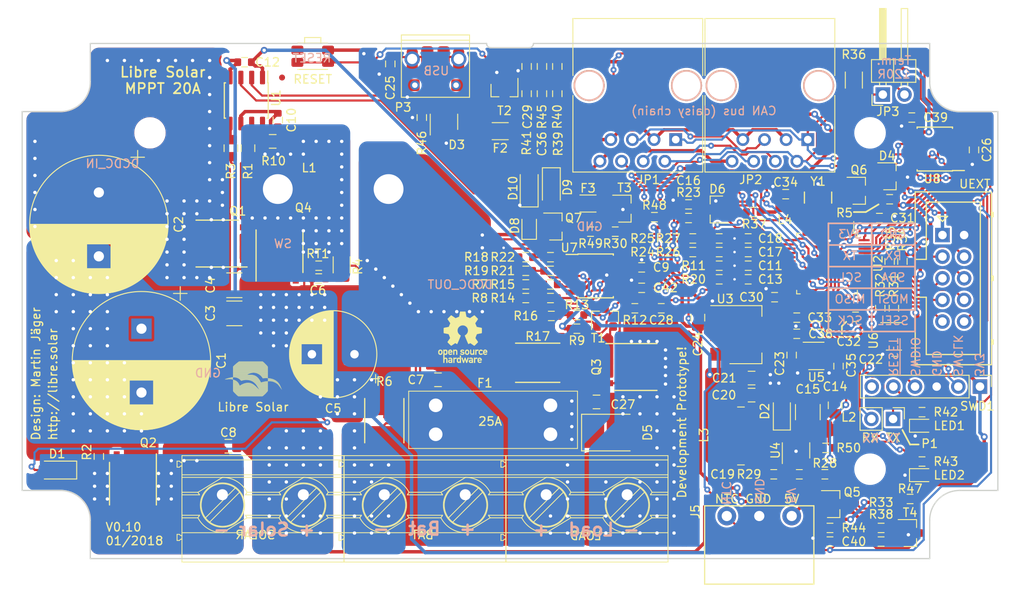
<source format=kicad_pcb>
(kicad_pcb (version 20221018) (generator pcbnew)
  (title_block (title "MPPT Charger 20A") (date "2017-02-16") (rev "0.9") (company "Libre Solar") (comment 1 "Design: Martin Jäger") (comment 2 "Website: http://libre.solar"))
  (layers (0 "F.Cu" signal "Top") (31 "B.Cu" signal "Bottom") (34 "B.Paste" user) (35 "F.Paste" user) (36 "B.SilkS" user "B.Silkscreen") (37 "F.SilkS" user "F.Silkscreen") (38 "B.Mask" user) (39 "F.Mask" user) (44 "Edge.Cuts" user))
  (net 0 "")
  (net 1 "GND")
  (net 2 "+3V3")
  (net 3 "+5V")
  (net 4 "Net-(C10-Pad1)")
  (net 5 "Net-(C19-Pad1)")
  (net 6 "Net-(C19-Pad2)")
  (net 7 "Net-(D1-Pad1)")
  (net 8 "/DCDC power stage/DCDC_IN")
  (net 9 "/DCDC power stage/SW_NODE")
  (net 10 "Net-(C15-Pad1)")
  (net 11 "/MCU/~{RESET}")
  (net 12 "Net-(C34-Pad1)")
  (net 13 "/MCU/BOOT0")
  (net 14 "Net-(D1-Pad2)")
  (net 15 "Net-(D3-Pad4)")
  (net 16 "Net-(D3-Pad6)")
  (net 17 "/MCU/V_REF")
  (net 18 "/DCDC power stage/LOAD-")
  (net 19 "/Communication Interfaces/UEXT_TX")
  (net 20 "/Communication Interfaces/UEXT_RX")
  (net 21 "/MCU/I2C1_SCL")
  (net 22 "/MCU/I2C1_SDA")
  (net 23 "/MCU/SPI1_MISO")
  (net 24 "/MCU/SPI1_MOSI")
  (net 25 "/MCU/SPI1_SCK")
  (net 26 "/MCU/SSEL")
  (net 27 "/Communication Interfaces/CAN_H")
  (net 28 "/Communication Interfaces/CAN_L")
  (net 29 "/Communication Interfaces/CAN_GND")
  (net 30 "/Communication Interfaces/CAN_SHLD")
  (net 31 "/Communication Interfaces/CAN_V+")
  (net 32 "/DCDC power stage/HS_DRV")
  (net 33 "/DCDC power stage/LS_DRV")
  (net 34 "Net-(R15-Pad1)")
  (net 35 "Net-(R14-Pad2)")
  (net 36 "Net-(R12-Pad2)")
  (net 37 "Net-(R10-Pad2)")
  (net 38 "Net-(R11-Pad1)")
  (net 39 "Net-(R13-Pad1)")
  (net 40 "/DCDC power stage/~{LOAD_EN}")
  (net 41 "Net-(R18-Pad1)")
  (net 42 "Net-(R19-Pad1)")
  (net 43 "Net-(R20-Pad1)")
  (net 44 "Net-(R28-Pad2)")
  (net 45 "/Communication Interfaces/USB_DM")
  (net 46 "/Communication Interfaces/USB_DP")
  (net 47 "Net-(R41-Pad1)")
  (net 48 "/MCU/LED1")
  (net 49 "/MCU/LED2")
  (net 50 "Net-(R45-Pad2)")
  (net 51 "/DCDC power stage/PWM_LS")
  (net 52 "/DCDC power stage/PWM_HS")
  (net 53 "/MCU/OSC_IN")
  (net 54 "/MCU/OSC_OUT")
  (net 55 "/MCU/USART1_TX")
  (net 56 "/MCU/USART1_RX")
  (net 57 "/MCU/SWDIO")
  (net 58 "/MCU/SWCLK")
  (net 59 "/Communication Interfaces/CAN_STB")
  (net 60 "/Communication Interfaces/CAN_RX")
  (net 61 "/Communication Interfaces/CAN_TX")
  (net 62 "Net-(Q1-PadG)")
  (net 63 "/DCDC power stage/SOLAR-")
  (net 64 "/DCDC power stage/BAT+")
  (net 65 "/DCDC power stage/BAT-")
  (net 66 "Net-(LED1-Pad2)")
  (net 67 "Net-(LED2-Pad2)")
  (net 68 "/MCU/I_LOAD")
  (net 69 "/MCU/I_DCDC")
  (net 70 "/Analog Frontend/TEMP_INT")
  (net 71 "/MCU/V_SOLAR")
  (net 72 "/MCU/V_BAT")
  (net 73 "/Analog Frontend/TEMP_BAT")
  (net 74 "/DCDC power stage/LOAD-SW")
  (net 75 "Net-(C35-Pad1)")
  (net 76 "Net-(D3-Pad5)")
  (net 77 "Net-(SWD1-Pad6)")
  (net 78 "/MCU/I2C2_SDA")
  (net 79 "/MCU/I2C2_SCL")
  (net 80 "/MCU/DAC")
  (net 81 "/Communication Interfaces/RJ45_4")
  (net 82 "/Communication Interfaces/RJ45_5")
  (net 83 "+10V")
  (net 84 "Net-(P3-Pad4)")
  (net 85 "/Communication Interfaces/5V_OUT")
  (net 86 "Net-(Q5-Pad1)")
  (net 87 "Net-(R47-Pad1)")
  (net 88 "Net-(R38-Pad2)")
  (net 89 "Net-(D9-Pad2)")
  (net 90 "/Communication Interfaces/5V_OUT_EN")
  (net 91 "Net-(C6-Pad1)")
  (net 92 "Net-(C25-Pad1)")
  (net 93 "/DCDC_OUT")
  (net 94 "Net-(F3-Pad2)")
  (net 95 "Net-(D8-Pad2)")
  (net 96 "/Communication Interfaces/UEXT_EN")
  (net 97 "Net-(J4-Pad1)")
  (net 98 "Net-(R30-Pad2)")
  (net 99 "Net-(R48-Pad1)")
  (net 100 "/Communication Interfaces/V_BUS_EN")
  (net 101 "Net-(C28-Pad1)")
  (net 102 "Net-(JP3-Pad2)")
  (net 103 "Net-(R50-Pad1)")
  (footprint "LibreSolar:KEYSTONE-FUSE-3557-2" (layer "F.Cu") (at 153.765 121.7 180)
    (fp_text reference "F1")
    (fp_text value "25A")
  )
  (footprint "LibreSolar:LIBRESOLAR_LOGO" (layer "F.Cu") (at 123.3 118.9)
    (fp_text reference "LOGO1" hide)
    (fp_text value "LIBRE_SOLAR" hide)
  )
  (footprint "LibreSolar:5X6_MOSFET" (layer "F.Cu") (at 121.9 101 90)
    (fp_text reference "Q1")
    (fp_text value "CSD18540Q5B" hide)
  )
  (footprint "LibreSolar:5X6_MOSFET" (layer "F.Cu") (at 111.5 128.7 180)
    (fp_text reference "Q2")
    (fp_text value "CSD18540Q5B" hide)
  )
  (footprint "LibreSolar:5X6_MOSFET" (layer "F.Cu") (at 170 115.5 -90)
    (fp_text reference "Q3")
    (fp_text value "CSD18540Q5B" hide)
  )
  (footprint "LibreSolar:R_Bourns_CRE2512" (layer "F.Cu") (at 141 121.8 -90)
    (fp_text reference "R6")
    (fp_text value "2m")
  )
  (footprint "LibreSolar:SOT-23-6" (layer "F.Cu") (at 148 86.7 90)
    (fp_text reference "D3")
    (fp_text value "USBLC6-2SC6Y")
  )
  (footprint "LibreSolar:SOT-23-6" (layer "F.Cu") (at 189.315391 125.292647 90)
    (fp_text reference "U4")
    (fp_text value "MP2459")
  )
  (footprint "LibreSolar:SOT-23-5" (layer "F.Cu") (at 191.7 114.2)
    (fp_text reference "U5")
    (fp_text value "AP2210-3.3")
  )
  (footprint "LibreSolar:SOT-23" (layer "F.Cu") (at 180 97 180)
    (fp_text reference "D6")
    (fp_text value "LM4040CYM3-2.5")
  )
  (footprint "LibreSolar:R_0805_2012" (layer "F.Cu") (at 123 89.8 90)
    (fp_text reference "R3")
    (fp_text value "3.3")
  )
  (footprint "LibreSolar:R_0603_1608" (layer "F.Cu") (at 107.5 126 -90)
    (fp_text reference "R2")
    (fp_text value "1M")
  )
  (footprint "LibreSolar:R_0603_1608" (layer "F.Cu") (at 160.5 107.4 180)
    (fp_text reference "R14")
    (fp_text value "150k")
  )
  (footprint "LibreSolar:R_0603_1608" (layer "F.Cu") (at 160.5 105.8)
    (fp_text reference "R15")
    (fp_text value "150k")
  )
  (footprint "LibreSolar:R_0603_1608" (layer "F.Cu") (at 157.6 102.6 180)
    (fp_text reference "R18")
    (fp_text value "2.2k")
  )
  (footprint "LibreSolar:R_0603_1608" (layer "F.Cu") (at 200.8 108.6 -90)
    (fp_text reference "R31")
    (fp_text value "2.2k")
  )
  (footprint "LibreSolar:R_0603_1608" (layer "F.Cu") (at 157.6 104.2 180)
    (fp_text reference "R19")
    (fp_text value "2.2k")
  )
  (footprint "LibreSolar:R_0603_1608" (layer "F.Cu") (at 192.7 128.1 180)
    (fp_text reference "R28")
    (fp_text value "110k")
  )
  (footprint "LibreSolar:R_0603_1608" (layer "F.Cu") (at 180.3 100.4)
    (fp_text reference "R27")
    (fp_text value "10k")
  )
  (footprint "LibreSolar:R_0603_1608" (layer "F.Cu") (at 180.3 105.2)
    (fp_text reference "R20")
    (fp_text value "2.2k")
  )
  (footprint "LibreSolar:R_0603_1608" (layer "F.Cu") (at 177.2 100.4)
    (fp_text reference "R25")
    (fp_text value "100k")
  )
  (footprint "LibreSolar:R_0603_1608" (layer "F.Cu") (at 177.2 102)
    (fp_text reference "R24")
    (fp_text value "100k")
  )
  (footprint "LibreSolar:R_0603_1608" (layer "F.Cu") (at 176.7 98)
    (fp_text reference "R23")
    (fp_text value "10k")
  )
  (footprint "LibreSolar:R_0603_1608" (layer "F.Cu") (at 160.5 102.6)
    (fp_text reference "R22")
    (fp_text value "150k")
  )
  (footprint "LibreSolar:R_0603_1608" (layer "F.Cu") (at 160.5 104.2)
    (fp_text reference "R21")
    (fp_text value "150k")
  )
  (footprint "LibreSolar:R_0603_1608" (layer "F.Cu") (at 199.2 108.6 -90)
    (fp_text reference "R32")
    (fp_text value "2.2k")
  )
  (footprint "LibreSolar:R_0603_1608" (layer "F.Cu") (at 180.3 102)
    (fp_text reference "R26")
    (fp_text value "5.6k")
  )
  (footprint "LibreSolar:R_0603_1608" (layer "F.Cu") (at 157.6 107.4 180)
    (fp_text reference "R8")
    (fp_text value "2.2k")
  )
  (footprint "LibreSolar:R_0603_1608" (layer "F.Cu") (at 157.6 105.8 180)
    (fp_text reference "R7")
    (fp_text value "2.2k")
  )
  (footprint "LibreSolar:R_0603_1608" (layer "F.Cu") (at 133.3 103.6 180)
    (fp_text reference "RT1")
    (fp_text value "10k")
  )
  (footprint "LibreSolar:R_0603_1608" (layer "F.Cu") (at 145.4 86.2 -90)
    (fp_text reference "R46")
    (fp_text value "100k")
  )
  (footprint "LibreSolar:R_0603_1608" (layer "F.Cu") (at 180.3 103.6)
    (fp_text reference "R11")
    (fp_text value "2.2k")
  )
  (footprint "LibreSolar:R_0603_1608" (layer "F.Cu") (at 193.3 134.4)
    (fp_text reference "R44")
    (fp_text value "10k")
  )
  (footprint "LibreSolar:R_0603_1608" (layer "F.Cu") (at 157.7 83.4 -90)
    (fp_text reference "R41")
    (fp_text value "2.2k")
  )
  (footprint "LibreSolar:R_0603_1608" (layer "F.Cu") (at 161.3 83.4 90)
    (fp_text reference "R39")
    (fp_text value "1M")
  )
  (footprint "LibreSolar:R_0603_1608" (layer "F.Cu") (at 184.3 97.3)
    (fp_text reference "R37")
    (fp_text value "10k")
  )
  (footprint "LibreSolar:R_0603_1608" (layer "F.Cu") (at 200.3 103.1 90)
    (fp_text reference "R35")
    (fp_text value "2.2k")
  )
  (footprint "LibreSolar:R_0603_1608" (layer "F.Cu") (at 201.8 103.1 90)
    (fp_text reference "R34")
    (fp_text value "2.2k")
  )
  (footprint "LibreSolar:R_0603_1608" (layer "F.Cu") (at 204.1 126.6 180)
    (fp_text reference "R43")
    (fp_text value "330")
  )
  (footprint "LibreSolar:C_0805_2012" (layer "F.Cu") (at 193.9 120 90)
    (fp_text reference "C14")
    (fp_text value "1u")
  )
  (footprint "LibreSolar:C_0805_2012" (layer "F.Cu") (at 122.7 124.8 180)
    (fp_text reference "C8")
    (fp_text value "1u")
  )
  (footprint "LibreSolar:C_0805_2012" (layer "F.Cu") (at 184.1 118.8)
    (fp_text reference "C20")
    (fp_text value "10u")
  )
  (footprint "LibreSolar:C_0805_2012" (layer "F.Cu") (at 184.1 116.798646)
    (fp_text reference "C21")
    (fp_text value "10u")
  )
  (footprint "LibreSolar:C_0603_1608" (layer "F.Cu") (at 188.1 95.2 180)
    (fp_text reference "C34")
    (fp_text value "100n")
  )
  (footprint "LibreSolar:C_0603_1608" (layer "F.Cu") (at 186.7 128.1 180)
    (fp_text reference "C19")
    (fp_text value "100n")
  )
  (footprint "LibreSolar:C_0603_1608" (layer "F.Cu") (at 183.7 105.2 180)
    (fp_text reference "C13")
    (fp_text value "10n")
  )
  (footprint "LibreSolar:C_0603_1608" (layer "F.Cu") (at 189.4 111.6 180)
    (fp_text reference "C38")
    (fp_text value "2.2u")
  )
  (footprint "LibreSolar:C_0603_1608" (layer "F.Cu") (at 202.9 86.2 180)
    (fp_text reference "C39")
    (fp_text value "100n")
  )
  (footprint "LibreSolar:C_0603_1608" (layer "F.Cu") (at 193.3 136 180)
    (fp_text reference "C40")
    (fp_text value "100n")
  )
  (footprint "LibreSolar:C_0603_1608" (layer "F.Cu") (at 194.3 115.4 -90)
    (fp_text reference "C35")
    (fp_text value "100p")
  )
  (footprint "LibreSolar:C_0603_1608" (layer "F.Cu") (at 183.7 102 180)
    (fp_text reference "C17")
    (fp_text value "10n")
  )
  (footprint "LibreSolar:C_0603_1608" (layer "F.Cu") (at 176.7 96.4 180)
    (fp_text reference "C16")
    (fp_text value "100n")
  )
  (footprint "LibreSolar:C_0603_1608" (layer "F.Cu") (at 196.3 109.6 180)
    (fp_text reference "C32")
    (fp_text value "100n")
  )
  (footprint "LibreSolar:C_0603_1608" (layer "F.Cu") (at 199.1 98)
    (fp_text reference "C31")
    (fp_text value "100n")
  )
  (footprint "LibreSolar:C_0603_1608" (layer "F.Cu") (at 210.2 90 -90)
    (fp_text reference "C26")
    (fp_text value "100n")
  )
  (footprint "LibreSolar:C_0603_1608" (layer "F.Cu") (at 183.7 103.6 180)
    (fp_text reference "C11")
    (fp_text value "10n")
  )
  (footprint "LibreSolar:C_0603_1608" (layer "F.Cu") (at 128.5 86.5 90)
    (fp_text reference "C10")
    (fp_text value "100n")
  )
  (footprint "LibreSolar:C_0603_1608" (layer "F.Cu") (at 183.7 100.4 180)
    (fp_text reference "C18")
    (fp_text value "10n")
  )
  (footprint "LibreSolar:C_0603_1608" (layer "F.Cu") (at 186.8 107.3 180)
    (fp_text reference "C30")
    (fp_text value "100n")
  )
  (footprint "LibreSolar:C_0603_1608" (layer "F.Cu") (at 189.4 109.7 180)
    (fp_text reference "C33")
    (fp_text value "2.2u")
  )
  (footprint "LibreSolar:Box_Header_2x05x2.54mm_Straight" (layer "F.Cu") (at 206.5 100 -90)
    (fp_text reference "J4" hide)
    (fp_text value "UEXT")
  )
  (footprint "LibreSolar:SW_SPST_EVQP7A" (layer "F.Cu") (at 132.6 79 180)
    (fp_text reference "SW1" hide)
    (fp_text value "SW_PUSH")
  )
  (footprint "LibreSolar:C_0805_2012" (layer "F.Cu") (at 177.8 109.7 90)
    (fp_text reference "C24")
    (fp_text value "10u")
  )
  (footprint "LibreSolar:C_0603_1608" (layer "F.Cu") (at 200.9 114.8 180)
    (fp_text reference "C22")
    (fp_text value "100n")
  )
  (footprint "LibreSolar:R_1206_3216" (layer "F.Cu") (at 154.6 87.8 180)
    (fp_text reference "F2")
    (fp_text value "200mA")
  )
  (footprint "LibreSolar:R_1206_3216" (layer "F.Cu") (at 196.1 81.8 -90)
    (fp_text reference "R36")
    (fp_text value "120")
  )
  (footprint "LibreSolar:USB_Micro-B_10103594-0001LF" (layer "F.Cu") (at 147 80.7 180)
    (fp_text reference "P3")
    (fp_text value "USB Micro B")
  )
  (footprint "LibreSolar:SOT-23" (layer "F.Cu") (at 166.9 109.7 90)
    (fp_text reference "T1")
    (fp_text value "MMBT3904")
  )
  (footprint "LibreSolar:SOT-23" (layer "F.Cu") (at 155.1 83 -90)
    (fp_text reference "T2")
    (fp_text value "MMBT3904")
  )
  (footprint "LibreSolar:C_1210_3225" (layer "F.Cu") (at 123.4 109.2)
    (fp_text reference "C3")
    (fp_text value "4.7u")
  )
  (footprint "LibreSolar:R_0805_2012" (layer "F.Cu") (at 125 89.8 90)
    (fp_text reference "R1")
    (fp_text value "3.3")
  )
  (footprint "LibreSolar:Phoenix_Contact_MKDS_5-2-952" (layer "F.Cu") (at 141 130.5)
    (fp_text reference "J3" hide)
    (fp_text value "BAT")
  )
  (footprint "LibreSolar:Phoenix_Contact_MKDS_5-2-952" (layer "F.Cu") (at 160 130.5)
    (fp_text reference "J2" hide)
    (fp_text value "LOAD")
  )
  (footprint "LibreSolar:Phoenix_Contact_MKDS_5-2-952" (layer "F.Cu") (at 122 130.5)
    (fp_text reference "J1" hide)
    (fp_text value "SOLAR")
  )
  (footprint "LibreSolar:SOT-23" (layer "F.Cu") (at 193.7 131.6)
    (fp_text reference "Q5")
    (fp_text value "BSS84")
  )
  (footprint "LibreSolar:SOT-23" (layer "F.Cu") (at 202.7 135)
    (fp_text reference "T4")
    (fp_text value "MMBT3904")
  )
  (footprint "LibreSolar:R_1206_3216" (layer "F.Cu") (at 164.9 96.3)
    (fp_text reference "F3")
    (fp_text value "200mA")
  )
  (footprint "LibreSolar:R_0603_1608" (layer "F.Cu") (at 199.3 134.4)
    (fp_text reference "R33")
    (fp_text value "100k")
  )
  (footprint "LibreSolar:R_0603_1608" (layer "F.Cu") (at 199.3 136 180)
    (fp_text reference "R38")
    (fp_text value "2.2k")
  )
  (footprint "LibreSolar:R_0603_1608" (layer "F.Cu") (at 202.7 131 180)
    (fp_text reference "R47")
    (fp_text value "100k")
  )
  (footprint "LibreSolar:R_0805_2012" (layer "F.Cu") (at 127.9 89 180)
    (fp_text reference "R10")
    (fp_text value "3.3")
  )
  (footprint "LibreSolar:D_SOD-123" (layer "F.Cu") (at 158 94.4 90)
    (fp_text reference "D10")
    (fp_text value "1N4148")
  )
  (footprint "LibreSolar:D_SOD-123" (layer "F.Cu") (at 160.6 94.4 -90)
    (fp_text reference "D9")
    (fp_text value "1N4148")
  )
  (footprint "LibreSolar:D_SOD-123" (layer "F.Cu") (at 102.6 127.6 180)
    (fp_text reference "D1")
    (fp_text value "1N4148")
  )
  (footprint "LibreSolar:C_1210_3225" (layer "F.Cu") (at 190.7 120.8 90)
    (fp_text reference "C15")
    (fp_text value "4.7u")
  )
  (footprint "LibreSolar:Resonator_Murata_CSTCE_G" (layer "F.Cu") (at 191.9 95.6 180)
    (fp_text reference "Y1")
    (fp_text value "8MHz")
  )
  (footprint "LibreSolar:C_1210_3225" (layer "F.Cu") (at 123.4 105.9)
    (fp_text reference "C4")
    (fp_text value "4.7u")
  )
  (footprint "LibreSolar:SOIC-8_3.9x4.9mm_Pitch1.27mm" (layer "F.Cu") (at 124.8 84.2 -90)
    (fp_text reference "U1")
    (fp_text value "LM5107")
  )
  (footprint "LibreSolar:SOIC-8_3.9x4.9mm_Pitch1.27mm" (layer "F.Cu") (at 165.8 104.8)
    (fp_text reference "U7")
    (fp_text value "LM258")
  )
  (footprint "LibreSolar:SOIC-8_3.9x4.9mm_Pitch1.27mm" (layer "F.Cu") (at 205.6 89.9 180)
    (fp_text reference "U8")
    (fp_text value "TJA1042T/3")
  )
  (footprint "LibreSolar:Fiducial_0.7mm" (layer "F.Cu") (at 129 81.5)
    (fp_text reference "REF**" hide)
    (fp_text value "Fiducial_0.7mm")
  )
  (footprint "LibreSolar:Fiducial_0.7mm" (layer "F.Cu") (at 210.1 126.2)
    (fp_text reference "REF**" hide)
    (fp_text value "Fiducial_0.7mm")
  )
  (footprint "LibreSolar:5X6_MOSFET" (layer "F.Cu") (at 128.7 102.4)
    (fp_text reference "Q4")
    (fp_text value "CSD18540Q5B" hide)
  )
  (footprint "LibreSolar:R_1206_3216" (layer "F.Cu") (at 136 103.5 90)
    (fp_text reference "R4")
    (fp_text value "2.2")
  )
  (footprint "LibreSolar:C_0603_1608" (layer "F.Cu") (at 133.3 105.1 180)
    (fp_text reference "C6")
    (fp_text value "1n")
  )
  (footprint "LibreSolar:C_0603_1608" (layer "F.Cu") (at 141.7 79.9 -90)
    (fp_text reference "C25")
    (fp_text value "100n")
  )
  (footprint "LibreSolar:RJ45_8P8C" (layer "F.Cu") (at 186.25 86.25 180)
    (fp_text reference "JP2")
    (fp_text value "RJ45_NS")
  )
  (footprint "LibreSolar:Fiducial_0.7mm" (layer "F.Cu") (at 188 81.2)
    (fp_text reference "REF**" hide)
    (fp_text value "Fiducial_0.7mm")
  )
  (footprint "LibreSolar:RJ45_8P8C" (layer "F.Cu") (at 170.75 86.25 180)
    (fp_text reference "JP1")
    (fp_text value "RJ45_NS")
  )
  (footprint "LibreSolar:L-FERYSTER-DTMSS-27" (layer "F.Cu") (at 145.5 94.6)
    (fp_text reference "L1")
    (fp_text value "22uH" hide)
  )
  (footprint "LibreSolar:SOT-23" (layer "F.Cu") (at 161.1 99)
    (fp_text reference "Q7")
    (fp_text value "BSS84")
  )
  (footprint "LibreSolar:SOT-23" (layer "F.Cu") (at 196.7 94.8)
    (fp_text reference "Q6")
    (fp_text value "BSS84")
  )
  (footprint "LibreSolar:SOT-23" (layer "F.Cu") (at 169.2 96.9)
    (fp_text reference "T3")
    (fp_text value "MMBT3904")
  )
  (footprint "LibreSolar:R_0603_1608" (layer "F.Cu") (at 168.1 99.6)
    (fp_text reference "R30")
    (fp_text value "56k")
  )
  (footprint "LibreSolar:R_0603_1608" (layer "F.Cu") (at 172.7 97.9)
    (fp_text reference "R48")
    (fp_text value "10k")
  )
  (footprint "LibreSolar:R_0603_1608" (layer "F.Cu") (at 165.2 99.6)
    (fp_text reference "R49")
    (fp_text value "56k")
  )
  (footprint "LibreSolar:D_SOD-323" (layer "F.Cu") (at 158 98.9 90)
    (fp_text reference "D8")
    (fp_text value "MM3Z12VT1G")
  )
  (footprint "LibreSolar:D_SMB" (layer "F.Cu") (at 167.7 123.2)
    (fp_text reference "D5")
    (fp_text value "SMBJ36A")
  )
  (footprint "LibreSolar:C_0805_2012" (layer "F.Cu") (at 147.3 117)
    (fp_text reference "C7")
    (fp_text value "1u")
  )
  (footprint "LibreSolar:C_0805_2012" (layer "F.Cu") (at 165.9 119.6)
    (fp_text reference "C27")
    (fp_text value "1u")
  )
  (footprint "LibreSolar:C_0603_1608" (layer "F.Cu") (at 173.5 108.6)
    (fp_text reference "C28")
    (fp_text value "10n")
  )
  (footprint "LibreSolar:R_0603_1608" (layer "F.Cu") (at 170.4 108.6 180)
    (fp_text reference "R12")
    (fp_text value "2.2k")
  )
  (footprint "LibreSolar:C_0603_1608" (layer "F.Cu") (at 171.2 103.8)
    (fp_text reference "C9")
    (fp_text value "100n")
  )
  (footprint "LibreSolar:R_0603_1608" (layer "F.Cu") (at 200.3 95.8 180)
    (fp_text reference "R5")
    (fp_text value "100k")
  )
  (footprint "LibreSolar:SOT-23" (layer "F.Cu") (at 200.3 93.1)
    (fp_text reference "D4")
    (fp_text value "NUP2105L")
  )
  (footprint "LibreSolar:R_0603_1608" (layer "F.Cu") (at 163.6 109.4)
    (fp_text reference "R13")
    (fp_text value "2.2k")
  )
  (footprint "LibreSolar:R_0603_1608" (layer "F.Cu") (at 163.6 111 180)
    (fp_text reference "R9")
    (fp_text value "56k")
  )
  (footprint "LibreSolar:C_0603_1608" (layer "F.Cu") (at 171.2 106.2 180)
    (fp_text reference "C42")
    (fp_text value "100n")
  )
  (footprint "LibreSolar:Phoenix_Contact_MC_1,5_3-G-3,81" (layer "F.Cu") (at 185 133)
    (fp_text reference "J5")
    (fp_text value "CONN_01X03")
  )
  (footprint "LibreSolar:R_0603_1608" (layer "F.Cu") (at 189.7 128.1 180)
    (fp_text reference "R29")
    (fp_text value "10k")
  )
  (footprint "LibreSolar:C_0603_1608" (layer "F.Cu") (at 188.8 114.1 -90)
    (fp_text reference "C23")
    (fp_text value "2.2u")
  )
  (footprint "LibreSolar:C_0603_1608" (layer "F.Cu") (at 124.6 79.7 180)
    (fp_text reference "C12")
    (fp_text value "2.2u")
  )
  (footprint "LibreSolar:R_0603_1608" (layer "F.Cu") (at 160.6 109.5)
    (fp_text reference "R16")
    (fp_text value "10k")
  )
  (footprint "LibreSolar:R_Bourns_CRE2512" (layer "F.Cu") (at 159 115)
    (fp_text reference "R17")
    (fp_text value "2m")
  )
  (footprint "LibreSolar:R_0603_1608" (layer "F.Cu") (at 159.5 80.2 -90)
    (fp_text reference "R45")
    (fp_text value "56k")
  )
  (footprint "LibreSolar:C_0603_1608" (layer "F.Cu") (at 159.5 83.4 90)
    (fp_text reference "C36")
    (fp_text value "2.2u")
  )
  (footprint "LibreSolar:R_0603_1608" (layer "F.Cu") (at 192.8 125)
    (fp_text reference "R50")
    (fp_text value "1M")
  )
  (footprint "LibreSolar:Bourns_SRN6045TA" (layer "F.Cu") (at 182.852468 123.598646 180)
    (fp_text reference "L3")
    (fp_text value "47uH")
  )
  (footprint "Connector_PinHeader_2.54mm:PinHeader_1x02_P2.54mm_Horizontal" (layer "F.Cu") (at 199.5 83.5 90)
    (fp_text reference "JP3")
    (fp_text value "Jumper_NC_Small")
  )
  (footprint "Symbol:OSHW-Logo_5.7x6mm_SilkScreen" (layer "F.Cu") (at 150.2 112)
    (fp_text reference "LOGO2" hide)
    (fp_text value "OPEN_HARDWARE" hide)
  )
  (footprint "Package_TO_SOT_SMD:SOT-223-3_TabPin2" (layer "F.Cu") (at 183.4 111.7)
    (fp_text reference "U3")
    (fp_text value "AZ1117")
  )
  (footprint "Package_QFP:LQFP-48_7x7mm_P0.5mm" (layer "F.Cu") (at 192.95 103.35 -90)
    (fp_text reference "U2")
    (fp_text value "STM32F072CB")
  )
  (footprint "MountingHole:MountingHole_3.2mm_M3" (layer "F.Cu") (at 198 127.5)
    (fp_text reference "MK3")
    (fp_text value "Mounting_Hole")
  )
  (footprint "MountingHole:MountingHole_3.2mm_M3" (layer "F.Cu") (at 198 88)
    (fp_text reference "MK2")
    (fp_text value "Mounting_Hole")
  )
  (footprint "MountingHole:MountingHole_3.2mm_M3" (layer "F.Cu") (at 113.5 88)
    (fp_text reference "MK1")
    (fp_text value "Mounting_Hole")
  )
  (footprint "LibreSolar:SOT-23-5" (layer "F.Cu") (at 200.8 111.9)
    (fp_text reference "U6")
    (fp_text value "24AA01")
  )
  (footprint "LED_SMD:LED_0603_1608Metric" (layer "F.Cu") (at 204.1 128.2)
    (fp_text reference "LED2")
    (fp_text value "LED_green")
  )
  (footprint "LED_SMD:LED_0603_1608Metric" (layer "F.Cu") (at 204.1 122.4)
    (fp_text reference "LED1")
    (fp_text value "LED_red")
  )
  (footprint "Inductor_SMD:L_0805_2012Metric" (layer "F.Cu") (at 194.1 122.9 180)
    (fp_text reference "L2")
    (fp_text value "4.7uH")
  )
  (footprint "Inductor_SMD:L_0603_1608Metric" (layer "F.Cu") (at 188.1 96.8)
    (fp_text reference "L4")
    (fp_text value "600R")
  )
  (footprint "Diode_SMD:D_PowerDI-123" (layer "F.Cu") (at 187.652468 120.698646 90)
    (fp_text reference "D2")
    (fp_text value "SS16FP")
  )
  (footprint "Connector_PinHeader_2.54mm:PinHeader_1x06_P2.54mm_Vertical" (layer "F.Cu") (at 210.9 117.8 -90)
    (fp_text reference "SWD1")
    (fp_text value "ST_Nucleo_SWD")
  )
  (footprint "Connector_PinHeader_2.54mm:PinHeader_1x02_P2.54mm_Vertical" (layer "F.Cu") (at 200.7 121.6 -90)
    (fp_text reference "P1")
    (fp_text value "CONN_01X02")
  )
  (footprint "Capacitor_THT:CP_Radial_D16.0mm_P7.50mm" (layer "F.Cu") (at 112.5 111 -90)
    (fp_text reference "C1")
    (fp_text value "1000u")
  )
  (footprint "Capacitor_THT:CP_Radial_D16.0mm_P7.50mm" (layer "F.Cu") (at 107.5 95 -90)
    (fp_text reference "C2")
    (fp_text value "1000u")
  )
  (footprint "Capacitor_THT:CP_Radial_D10.0mm_P5.00mm" (layer "F.Cu") (at 137.5 114 180)
    (fp_text reference "C5")
    (fp_text value "820u")
  )
  (footprint "LibreSolar:R_0603_1608" (layer "F.Cu") (at 204.1 120.8 180)
    (fp_text reference "R42")
    (fp_text value "330")
  )
  (footprint "LibreSolar:C_0603_1608" (layer "F.Cu") (at 157.7 80.2 -90)
    (fp_text reference "C29")
    (fp_text value "100n")
  )
  (footprint "LibreSolar:R_0603_1608" (layer "F.Cu") (at 161.3 80.2 -90)
    (fp_text reference "R40")
    (fp_text value "1M")
  )
  (gr_line (start 203.275 106.25) (end 193.115 106.25) (stroke (width 0.2)) (layer "B.SilkS"))
  (gr_line (start 193.115 98.63) (end 193.115 111.33) (stroke (width 0.2)) (layer "B.SilkS"))
  (gr_line (start 198.195 98.63) (end 198.195 111.33) (stroke (width 0.2)) (layer "B.SilkS"))
  (gr_line (start 193.115 111.33) (end 203.275 111.33) (stroke (width 0.2)) (layer "B.SilkS"))
  (gr_line (start 203.275 111.33) (end 203.275 98.63) (stroke (width 0.2)) (layer "B.SilkS"))
  (gr_line (start 203.275 101.17) (end 193.115 101.17) (stroke (width 0.2)) (layer "B.SilkS"))
  (gr_line (start 203.275 98.63) (end 193.115 98.63) (stroke (width 0.2)) (layer "B.SilkS"))
  (gr_line (start 203.275 108.79) (end 193.115 108.79) (stroke (width 0.2)) (layer "B.SilkS"))
  (gr_line (start 203.275 103.71) (end 193.115 103.71) (stroke (width 0.2)) (layer "B.SilkS"))
  (gr_line (start 195.2 110.2) (end 195.2 110.2) (stroke (width 0.2)) (layer "F.SilkS"))
  (gr_line (start 194.7 110.7) (end 195.2 110.2) (stroke (width 0.2)) (layer "F.SilkS"))
  (gr_line (start 203.7 124.6) (end 202.7 124.6) (stroke (width 0.2)) (layer "F.SilkS"))
  (gr_line (start 194.7 111.6) (end 194.7 110.7) (stroke (width 0.2)) (layer "F.SilkS"))
  (gr_line (start 202.7 124.6) (end 201.8 122.9) (stroke (width 0.2)) (layer "F.SilkS"))
  (gr_line (start 197.5 97.3) (end 196.1 97.3) (stroke (width 0.2)) (layer "F.SilkS"))
  (gr_line (start 197.5 97.3) (end 199 96.4) (stroke (width 0.2)) (layer "F.SilkS"))
  (gr_line (start 158.5 77.5) (end 205 77.5) (stroke (width 0.15)) (layer "Edge.Cuts"))
  (gr_arc (start 153.5 78) (mid 153.146447 77.853553) (end 153 77.5) (stroke (width 0.15)) (layer "Edge.Cuts"))
  (gr_line (start 106.5 82) (end 106.5 77.5) (stroke (width 0.15)) (layer "Edge.Cuts"))
  (gr_line (start 205 138) (end 205 133.5) (stroke (width 0.15)) (layer "Edge.Cuts"))
  (gr_line (start 213 130) (end 213 85.5) (stroke (width 0.15)) (layer "Edge.Cuts"))
  (gr_line (start 106.5 138) (end 205 138) (stroke (width 0.15)) (layer "Edge.Cuts"))
  (gr_line (start 103 130) (end 98.5 130) (stroke (width 0.15)) (layer "Edge.Cuts"))
  (gr_line (start 208.5 130) (end 213 130) (stroke (width 0.15)) (layer "Edge.Cuts"))
  (gr_arc (start 106.5 82) (mid 105.474874 84.474874) (end 103 85.5) (stroke (width 0.15)) (layer "Edge.Cuts"))
  (gr_line (start 158 78) (end 153.5 78) (stroke (width 0.15)) (layer "Edge.Cuts"))
  (gr_arc (start 103 130) (mid 105.474874 131.025126) (end 106.5 133.5) (stroke (width 0.15)) (layer "Edge.Cuts"))
  (gr_line (start 213 85.5) (end 208.5 85.5) (stroke (width 0.15)) (layer "Edge.Cuts"))
  (gr_arc (start 158.5 77.5) (mid 158.353553 77.853553) (end 158 78) (stroke (width 0.15)) (layer "Edge.Cuts"))
  (gr_line (start 205 82) (end 205 77.5) (stroke (width 0.15)) (layer "Edge.Cuts"))
  (gr_line (start 106.5 133.5) (end 106.5 138) (stroke (width 0.15)) (layer "Edge.Cuts"))
  (gr_arc (start 208.5 85.5) (mid 206.025126 84.474874) (end 205 82) (stroke (width 0.15)) (layer "Edge.Cuts"))
  (gr_arc (start 205 133.5) (mid 206.025126 131.025126) (end 208.5 130) (stroke (width 0.15)) (layer "Edge.Cuts"))
  (gr_line (start 98.5 85.5) (end 103 85.5) (stroke (width 0.15)) (layer "Edge.Cuts"))
  (gr_line (start 106.5 77.5) (end 153 77.5) (stroke (width 0.15)) (layer "Edge.Cuts"))
  (gr_line (start 98.5 130) (end 98.5 85.5) (stroke (width 0.15)) (layer "Edge.Cuts"))
  (gr_text "+  Bat  -" (at 145.7 134.5) (layer "B.SilkS") (effects (font (size 1.5 1.5) (thickness 0.3)) (justify mirror)))
  (gr_text "- Load  +" (at 164.7 134.6) (layer "B.SilkS") (effects (font (size 1.5 1.5) (thickness 0.3)) (justify mirror)))
  (gr_text "TX" (at 200.7 123.9) (layer "B.SilkS") (effects (font (size 1 1)) (justify mirror)))
  (gr_text "GND" (at 185 130.1 270) (layer "B.SilkS") (effects (font (size 1 1)) (justify mirror)))
  (gr_text "5V" (at 188.7 130.6 270) (layer "B.SilkS") (effects (font (size 1 1)) (justify mirror)))
  (gr_text "SWCLK" (at 208.3 116.7 270) (layer "B.SilkS") (effects (font (size 1 1)) (justify left mirror)))
  (gr_text "3V3" (at 210.8 116.7 270) (layer "B.SilkS") (effects (font (size 1 1)) (justify left mirror)))
  (gr_text "GND" (at 205.8 116.7 270) (layer "B.SilkS") (effects (font (size 1 1)) (justify left mirror)))
  (gr_text "SWDIO" (at 203.3 116.7 270) (layer "B.SilkS") (effects (font (size 1 1)) (justify left mirror)))
  (gr_text "~{RESET}" (at 200.7 116.7 270) (layer "B.SilkS") (effects (font (size 1 1)) (justify left mirror)))
  (gr_text "SDA" (at 200.735 104.98) (layer "B.SilkS") (effects (font (size 1 1)) (justify mirror)))
  (gr_text "SCL" (at 195.655 104.98) (layer "B.SilkS") (effects (font (size 1 1)) (justify mirror)))
  (gr_text "MOSI" (at 200.735 107.52) (layer "B.SilkS") (effects (font (size 1 1)) (justify mirror)))
  (gr_text "SSEL" (at 200.735 110.06) (layer "B.SilkS") (effects (font (size 1 1)) (justify mirror)))
  (gr_text "SCK" (at 195.655 110.06) (layer "B.SilkS") (effects (font (size 1 1)) (justify mirror)))
  (gr_text "MISO" (at 195.655 107.52) (layer "B.SilkS") (effects (font (size 1 1)) (justify mirror)))
  (gr_text "USB" (at 147.1 81.3) (layer "B.SilkS") (effects (font (size 1 1)) (justify bottom mirror)))
  (gr_text "RESET" (at 132.5 79.8) (layer "B.SilkS") (effects (font (size 1 1)) (justify bottom mirror)))
  (gr_text "GND" (at 120.3 116.8) (layer "B.SilkS") (effects (font (size 1 1)) (justify bottom mirror)))
  (gr_text "DCDC_IN" (at 109.1 92.2) (layer "B.SilkS") (effects (font (size 1 1)) (justify bottom mirror)))
  (gr_text "SW" (at 129.1 101.6) (layer "B.SilkS") (effects (font (size 1 1)) (justify bottom mirror)))
  (gr_text "DCDC_OUT" (at 149.9 106.4) (layer "B.SilkS") (effects (font (size 1 1)) (justify bottom mirror)))
  (gr_text "GND" (at 165.1 99.6) (layer "B.SilkS") (effects (font (size 1 1)) (justify bottom mirror)))
  (gr_text "RX" (at 198.1 123.9) (layer "B.SilkS") (effects (font (size 1 1)) (justify mirror)))
  (gr_text "+ Solar -" (at 126.9 134.6) (layer "B.SilkS") (effects (font (size 1.5 1.5) (thickness 0.3)) (justify mirror)))
  (gr_text "RX" (at 200.735 102.44) (layer "B.SilkS") (effects (font (size 1 1)) (justify mirror)))
  (gr_text "TX" (at 195.655 102.44) (layer "B.SilkS") (effects (font (size 1 1)) (justify mirror)))
  (gr_text "NTC" (at 181.1 130.3 270) (layer "B.SilkS") (effects (font (size 1 1)) (justify mirror)))
  (gr_text "CAN bus (daisy chain)" (at 178.5 86) (layer "B.SilkS") (effects (font (size 1 1)) (justify bottom mirror)))
  (gr_text "3V3" (at 195.655 99.9) (layer "B.SilkS") (effects (font (size 1 1)) (justify mirror)))
  (gr_text "GND" (at 200.735 99.9) (layer "B.SilkS") (effects (font (size 1 1)) (justify mirror)))
  (gr_text "Term.\n120R" (at 200.8 80.3) (layer "B.SilkS") (effects (font (size 1 1)) (justify mirror)))
  (gr_text "RESET" (at 132.6 81.7) (layer "F.SilkS") (effects (font (size 1 1))))
  (gr_text "UEXT" (at 210.3 94) (layer "F.SilkS") (effects (font (size 1 1))))
  (gr_text "V0.10\n01/2018" (at 108.2 136.5) (layer "F.SilkS") (effects (font (size 1 1)) (justify left bottom)))
  (gr_text "RX" (at 198 123.8) (layer "F.SilkS") (effects (font (size 1 1))))
  (gr_text "TX" (at 200.7 123.8) (layer "F.SilkS") (effects (font (size 1 1))))
  (gr_text "GND" (at 184.9 131) (layer "F.SilkS") (effects (font (size 1 1))))
  (gr_text "NTC" (at 181.2 131) (layer "F.SilkS") (effects (font (size 1 1))))
  (gr_text "Design: Martin Jäger" (at 100.7 124.2 90) (layer "F.SilkS") (effects (font (size 1 1)) (justify left bottom)))
  (gr_text "Libre Solar\nMPPT 20A" (at 115 83.5) (layer "F.SilkS") (effects (font (size 1.2 1.2) (thickness 0.2)) (justify bottom)))
  (gr_text "Development Prototype!" (at 176.5 131 90) (layer "F.SilkS") (effects (font (size 1 1)) (justify left bottom)))
  (gr_text "http://libre.solar" (at 102.7 124.2 90) (layer "F.SilkS") (effects (font (size 1 1)) (justify left bottom)))
  (gr_text "5V" (at 188.8 131) (layer "F.SilkS") (effects (font (size 1 1))))
  (segment (start 145.7 82.2) (end 145.7 83.425) (width 0.4) (layer "F.Cu") (net 1))
  (segment (start 141.7 80.7) (end 141.6 80.7) (width 0.4) (layer "F.Cu") (net 1))
  (segment (start 107 103) (end 107 104.5) (width 0.4) (layer "F.Cu") (net 1))
  (segment (start 194.3 116.2) (end 193.200006 116.2) (width 0.4) (layer "F.Cu") (net 1))
  (segment (start 154.749989 103.650011) (end 155.8 102.6) (width 0.25) (layer "F.Cu") (net 1))
  (segment (start 131.6 106.4) (end 131 107) (width 0.25) (layer "F.Cu") (net 1))
  (segment (start 145.7 83.425) (end 145.325 83.8) (width 0.4) (layer "F.Cu") (net 1))
  (segment (start 102.5 105) (end 102.5 103) (width 0.4) (layer "F.Cu") (net 1))
  (segment (start 188.6 105.6) (end 187.7 105.6) (width 0.25) (layer "F.Cu") (net 1))
  (segment (start 200.9 114) (end 200.9 112.17) (width 0.4) (layer "F.Cu") (net 1))
  (segment (start 144.7 121) (end 144.7 113.4) (width 0.25) (layer "F.Cu") (net 1))
  (segment (start 189.315391 127.684609) (end 188.9 128.1) (width 0.4) (layer "F.Cu") (net 1))
  (segment (start 141.7 80.7) (end 140.8 80.7) (width 0.4) (layer "F.Cu") (net 1))
  (segment (start 157.35 96.05) (end 156.9 96.5) (width 0.4) (layer "F.Cu") (net 1))
  (segment (start 203.3 122.4) (end 203.3 123.6) (width 0.4) (layer "F.Cu") (net 1))
  (segment (start 122.995 80.505) (end 123.8 79.7) (width 0.4) (layer "F.Cu") (net 1))
  (segment (start 106.5 117) (end 106.5 115) (width 0.4) (layer "F.Cu") (net 1))
  (segment (start 191.7 136) (end 191.3 135.6) (width 0.4) (layer "F.Cu") (net 1))
  (segment (start 137.5 117) (end 139.5 117) (width 0.4) (layer "F.Cu") (net 1))
  (segment (start 189.5 114.2) (end 188.8 114.9) (width 0.4) (layer "F.Cu") (net 1))
  (segment (start 138.6 119.8) (end 137.5 120.9) (width 0.4) (layer "F.Cu") (net 1))
  (segment (start 122.5 79.5) (end 123.6 79.5) (width 0.4) (layer "F.Cu") (net 1))
  (segment (start 201.75 135.95) (end 202.5 135.2) (width 0.4) (layer "F.Cu") (net 1))
  (segment (start 132.5 105.1) (end 132.5 107) (width 0.4) (layer "F.Cu") (net 1))
  (segment (start 145.4 87) (end 145.1 87) (width 0.4) (layer "F.Cu") (net 1))
  (segment (start 104.5 111) (end 104.5 113) (width 0.4) (layer "F.Cu") (net 1))
  (segment (start 157.7 81) (end 157 81) (width 0.4) (layer "F.Cu") (net 1))
  (segment (start 106.5 107) (end 106.5 109) (width 0.4) (layer "F.Cu") (net 1))
  (segment (start 209.935 90.535) (end 210.2 90.8) (width 0.4) (layer "F.Cu") (net 1))
  (segment (start 144.1 121.6) (end 144.7 121) (width 0.25) (layer "F.Cu") (net 1))
  (segment (start 177.8 108.7) (end 179.55 108.7) (width 0.4) (layer "F.Cu") (net 1))
  (segment (start 157.7 81) (end 157.9 81) (width 0.4) (layer "F.Cu") (net 1))
  (segment (start 106.5 119) (end 106.5 121) (width 0.4) (layer "F.Cu") (net 1))
  (segment (start 198.275001 99.624999) (end 199.9 98) (width 0.25) (layer "F.Cu") (net 1))
  (segment (start 166.19 104.699996) (end 166.534315 104.699996) (width 0.4) (layer "F.Cu") (net 1))
  (segment (start 164.658341 106.139264) (end 164.750732 106.139264) (width 0.4) (layer "F.Cu") (net 1))
  (segment (start 170.05002 105.30002) (end 170.006444 105.30002) (width 0.4) (layer "F.Cu") (net 1))
  (segment (start 189.9 120.8) (end 189.9 120.600012) (width 0.4) (layer "F.Cu") (net 1))
  (segment (start 133.5 117) (end 135.5 117) (width 0.4) (layer "F.Cu") (net 1))
  (segment (start 128 111.5) (end 128 113) (width 0.25) (layer "F.Cu") (net 1))
  (segment (start 181.1 100.4) (end 182.1 100.4) (width 0.25) (layer "F.Cu") (net 1))
  (segment (start 179.161955 108.088095) (end 179.5 107.75005) (width 0.4) (layer "F.Cu") (net 1))
  (segment (start 175.9 96.4) (end 175.399981 96.4) (width 0.4) (layer "F.Cu") (net 1))
  (segment (start 200.63 111.29) (end 200.63 111.9) (width 0.4) (layer "F.Cu") (net 1))
  (segment (start 147.1 111) (end 153.9 111) (width 0.25) (layer "F.Cu") (net 1))
  (segment (start 201.9 110.95) (end 200.97 110.95) (width 0.4) (layer "F.Cu") (net 1))
  (segment (start 181.1 102) (end 182.1 102) (width 0.25) (layer "F.Cu") (net 1))
  (segment (start 132.5 110) (end 132.5 108.5) (width 0.25) (layer "F.Cu") (net 1))
  (segment (start 144.7 113.4) (end 147.1 111) (width 0.25) (layer "F.Cu") (net 1))
  (segment (start 175.399981 96.4) (end 175.299999 96.300018) (width 0.4) (layer "F.Cu") (net 1))
  (segment (start 186 106.5) (end 185.8 106.3) (width 0.25) (layer "F.Cu") (net 1))
  (segment (start 158 96.05) (end 157.35 96.05) (width 0.4) (layer "F.Cu") (net 1))
  (segment (start 193.026875 100.450011) (end 193.251874 100.67501) (width 0.25) (layer "F.Cu") (net 1))
  (segment (start 134.4 78.28) (end 138.18 78.28) (width 0.4) (layer "F.Cu") (net 1))
  (segment (start 200.1 114.8) (end 199.475076 114.175076) (width 0.4) (layer "F.Cu") (net 1))
  (segment (start 188.6 111.4) (end 189.3 110.7) (width 0.4) (layer "F.Cu") (net 1))
  (segment (start 108.5 117) (end 108.5 115) (width 0.4) (layer "F.Cu") (net 1))
  (segment (start 187.652468 119.173646) (end 187.473646 119.173646) (width 0.4) (layer "F.Cu") (net 1))
  (segment (start 106.5 123) (end 104.5 123) (width 0.4) (layer "F.Cu") (net 1))
  (segment (start 168.15 97.85) (end 169 97) (width 0.4) (layer "F.Cu") (net 1))
  (segment (start 200.9 112.17) (end 200.63 111.9) (width 0.4) (layer "F.Cu") (net 1))
  (segment (start 187.7 105.6) (end 186 107.3) (width 0.25) (layer "F.Cu") (net 1))
  (segment (start 132.5 103.6) (end 132 103.6) (width 0.25) (layer "F.Cu") (net 1))
  (segment (start 195.5 109.6) (end 195.5 110.3) (width 0.4) (layer "F.Cu") (net 1))
  (segment (start 128 108.5) (end 128 110) (width 0.25) (layer "F.Cu") (net 1))
  (segment (start 154.749989 110.150011) (end 154.749989 103.650011) (width 0.25) (layer "F.Cu") (net 1))
  (segment (start 132.5 107) (end 134 107) (width 0.25) (layer "F.Cu") (net 1))
  (segment (start 188.6 109.7) (end 188.6 110) (width 0.4) (layer "F.Cu") (net 1))
  (segment (start 201.65 135.95) (end 201.75 135.95) (width 0.4) (layer "F.Cu") (net 1))
  (segment (start 157.9 81) (end 159.5 82.6) (width 0.4) (layer "F.Cu") (net 1))
  (segment (start 131 108.5) (end 131 110) (width 0.25) (layer "F.Cu") (net 1))
  (segment (start 131.6 104) (end 131.6 106.4) (width 0.25) (layer "F.Cu") (net 1))
  (segment (start 141 119.8) (end 138.6 119.8) (width 0.4) (layer "F.Cu") (net 1))
  (segment (start 202.099999 86.799999) (end 201.7 87.199998) (width 0.4) (layer "F.Cu") (net 1))
  (segment (start 202.1 86.2) (end 202.099999 86.799999) (width 0.4) (layer "F.Cu") (net 1))
  (segment (start 210.2 90.8) (end 210.2 91.5) (width 0.4) (layer "F.Cu") (net 1))
  (segment (start 197.3 101.1) (end 198.160002 101.1) (width 0.25) (layer "F.Cu") (net 1))
  (segment (start 190.6 114.2) (end 189.5 114.2) (width 0.4) (layer "F.Cu") (net 1))
  (segment (start 133.5 119) (end 133.5 117) (width 0.4) (layer "F.Cu") (net 1))
  (segment (start 182.9 102) (end 182.1 102) (width 0.25) (layer "F.Cu") (net 1))
  (segment (start 178.411905 108.088095) (end 179.161955 108.088095) (width 0.4) (layer "F.Cu") (net 1))
  (segment (start 172 103.8) (end 171.2 103) (width 0.4) (layer "F.Cu") (net 1))
  (segment (start 188.6 110) (end 189.3 110.7) (width 0.4) (layer "F.Cu") (net 1))
  (segment (start 187.3 95.2) (end 187.3 95) (width 0.4) (layer "F.Cu") (net 1))
  (segment (start 148 88.936949) (end 148.273314 89.210263) (width 0.4) (layer "F.Cu") (net 1))
  (segment (start 189.315391 126.392647) (end 189.315391 127.684609) (width 0.4) (layer "F.Cu") (net 1))
  (segment (start 148 88.1) (end 148 88.936949) (width 0.4) (layer "F.Cu") (net 1))
  (segment (start 155.8 102.6) (end 156.8 102.6) (width 0.25) (layer "F.Cu") (net 1))
  (segment (start 122.895 81.5) (end 122.895 80.505) (width 0.4) (layer "F.Cu") (net 1))
  (segment (start 108.5 113) (end 108.5 111) (width 0.4) (layer "F.Cu") (net 1))
  (segment (start 179.55 108.7) (end 180.25 109.4) (width 0.4) (layer "F.Cu") (net 1))
  (segment (start 106.5 113) (end 106.5 111) (width 0.4) (layer "F.Cu") (net 1))
  (segment (start 192.2 119.292647) (end 191.992647 119.292647) (width 0.4) (layer "F.Cu") (net 1))
  (segment (start 123.6 79.5) (end 123.8 79.7) (width 0.4) (layer "F.Cu") (net 1))
  (segment (start 137.5 120.9) (end 137.5 121) (width 0.4) (layer "F.Cu") (net 1))
  (segment (start 177.8 108.7) (end 178.411905 108.088095) (width 0.4) (layer "F.Cu") (net 1))
  (segment (start 102.5 109) (end 102.5 107) (width 0.4) (layer "F.Cu") (net 1))
  (segment (start 138.18 78.28) (end 138.6 78.7) (width 0.4) (layer "F.Cu") (net 1))
  (segment (start 192.5 136) (end 191.7 136) (width 0.4) (layer "F.Cu") (net 1))
  (segment (start 104.5 121) (end 104.5 119) (width 0.4) (layer "F.Cu") (net 1))
  (segment (start 182.9 105.2) (end 182.1 105.2) (width 0.25) (layer "F.Cu") (net 1))
  (segment (start 129.5 107) (end 131 107) (width 0.25) (layer "F.Cu") (net 1))
  (segment (start 182.9 100.4) (end 182.1 100.4) (width 0.25) (layer "F.Cu") (net 1))
  (segment (start 198.275001 100.985001) (end 198.275001 99.624999) (width 0.25) (layer "F.Cu") (net 1))
  (segment (start 145.325 83.8) (end 143.7 83.8) (width 0.4) (layer "F.Cu") (net 1))
  (segment (start 200.1 114.8) (end 200.9 114) (width 0.4) (layer "F.Cu") (net 1))
  (segment (start 189.265391 126.442647) (end 189.315391 126.392647) (width 0.25) (layer "F.Cu") (net 1))
  (segment (start 141 119.8) (end 141 121.4) (width 0.25) (layer "F.Cu") (net 1))
  (segment (start 189.315391 126.392647) (end 189.315391 125.392647) (width 0.4) (layer "F.Cu") (net 1))
  (segment (start 141 121.4) (end 141.2 121.6) (width 0.25) (layer "F.Cu") (net 1))
  (segment (start 154.15 81.95) (end 154.15 80.95) (width 0.4) (layer "F.Cu") (net 1))
  (segment (start 181.05 96.05) (end 179.95 96.05) (width 0.25) (layer "F.Cu") (net 1))
  (segment (start 170.4 106.2) (end 170.4 105.65) (width 0.4) (layer "F.Cu") (net 1))
  (segment (start 132 103.6) (end 131.6 104) (width 0.25) (layer "F.Cu") (net 1))
  (segment (start 141.2 121.6) (end 144.1 121.6) (width 0.25) (layer "F.Cu") (net 1))
  (segment (start 170.4 105.65) (end 170.05002 105.30002) (width 0.4) (layer "F.Cu") (net 1))
  (segment (start 200.97 110.95) (end 200.63 111.29) (width 0.4) (layer "F.Cu") (net 1))
  (segment (start 104.5 115) (end 104.5 117) (width 0.4) (layer "F.Cu") (net 1))
  (segment (start 164.750732 106.139264) (end 166.19 104.699996) (width 0.4) (layer "F.Cu") (net 1))
  (segment (start 134 108.5) (end 134 110) (width 0.25) (layer "F.Cu") (net 1))
  (segment (start 199.475076 114.175076) (end 199.475076 114) (width 0.4) (layer "F.Cu") (net 1))
  (segment (start 107 104.5) (end 106.5 105) (width 0.4) (layer "F.Cu") (net 1))
  (segment (start 201.35 93.2) (end 201.35 93.1) (width 0.25) (layer "F.Cu") (net 1))
  (segment (start 106.5 105) (end 104.5 105) (width 0.4) (layer "F.Cu") (net 1))
  (segment (start 208.3 90.535) (end 209.935 90.535) (width 0.4) (layer "F.Cu") (net 1))
  (segment (start 104.5 107) (end 104.5 109) (width 0.4) (layer "F.Cu") (net 1))
  (segment (start 189.9 120.600012) (end 189.399987 120.099999) (width 0.4) (layer "F.Cu") (net 1))
  (segment (start 187.3 95) (end 186.6 94.3) (width 0.4) (layer "F.Cu") (net 1))
  (segment (start 154.15 80.95) (end 154.2 80.9) (width 0.4) (layer "F.Cu") (net 1))
  (segment (start 179.95 96.05) (end 179.9 96) (width 0.25) (layer "F.Cu") (net 1))
  (segment (start 192.2 99.996413) (end 192.653598 100.450011) (width 0.25) (layer "F.Cu") (net 1))
  (segment (start 166.534315 104.699996) (end 167.1 104.699996) (width 0.4) (layer "F.Cu") (net 1))
  (segment (start 195.2 107.7) (end 195.2 109.3) (width 0.25) (layer "F.Cu") (net 1))
  (segment (start 189.399987 120.099999) (end 188.999988 119.7) (width 0.4) (layer "F.Cu") (net 1))
  (segment (start 200.666443 98) (end 200.88391 97.782533) (width 0.25) (layer "F.Cu") (net 1))
  (segment (start 157 81) (end 156.7 80.7) (width 0.4) (layer "F.Cu") (net 1))
  (segment (start 129.5 113) (end 129.5 111.5) (width 0.25) (layer "F.Cu") (net 1))
  (segment (start 153.9 111) (end 154.749989 110.150011) (width 0.25) (layer "F.Cu") (net 1))
  (segment (start 189.5 115.6) (end 188.8 114.9) (width 0.4) (layer "F.Cu") (net 1))
  (segment (start 200.63 111.9) (end 199.7 111.9) (width 0.4) (layer "F.Cu") (net 1))
  (segment (start 175.299999 96.300018) (end 174.9 95.900019) (width 0.4) (layer "F.Cu") (net 1))
  (segment (start 210.2 91.5) (end 210 91.7) (width 0.4) (layer "F.Cu") (net 1))
  (segment (start 195.2 109.3) (end 195.5 109.6) (width 0.25) (layer "F.Cu") (net 1))
  (segment (start 163.1 106.705) (end 164.092605 106.705) (width 0.4) (layer "F.Cu") (net 1))
  (segment (start 191.9 95.6) (end 191.9 94) (width 0.4) (layer "F.Cu") (net 1))
  (segment (start 188.6 111.6) (end 188.6 111.4) (width 0.4) (layer "F.Cu") (net 1))
  (segment (start 140.8 80.7) (end 140.4 81.1) (width 0.4) (layer "F.Cu") (net 1))
  (segment (start 129.5 110) (end 129.5 108.5) (width 0.25) (layer "F.Cu") (net 1))
  (segment (start 199.9 98) (end 200.666443 98) (width 0.25) (layer "F.Cu") (net 1))
  (segment (start 130.8 78.28) (end 134.4 78.28) (width 0.4) (layer "F.Cu") (net 1))
  (segment (start 195.5 110.3) (end 195.8 110.6) (width 0.4) (layer "F.Cu") (net 1))
  (segment (start 122.895 80.505) (end 122.995 80.505) (width 0.4) (layer "F.Cu") (net 1))
  (segment (start 145.1 87) (end 144.3 86.2) (width 0.4) (layer "F.Cu") (net 1))
  (segment (start 192.2 99) (end 192.2 99.996413) (width 0.25) (layer "F.Cu") (net 1))
  (segment (start 108.5 109) (end 108.5 107) (width 0.4) (layer "F.Cu") (net 1))
  (segment (start 164.092605 106.705) (end 164.658341 106.139264) (width 0.4) (layer "F.Cu") (net 1))
  (segment (start 198.160002 101.1) (end 198.275001 100.985001) (width 0.25) (layer "F.Cu") (net 1))
  (segment (start 203.3 128.2) (end 202.1 128.2) (width 0.4) (layer "F.Cu") (net 1))
  (segment (start 202.4 93.2) (end 201.35 93.2) (width 0.25) (layer "F.Cu") (net 1))
  (segment (start 189.5 116.2) (end 189.5 115.6) (width 0.4) (layer "F.Cu") (net 1))
  (segment (start 135.5 121) (end 135.5 119) (width 0.4) (layer "F.Cu") (net 1))
  (segment (start 186 107.3) (end 186 106.5) (width 0.25) (layer "F.Cu") (net 1))
  (segment (start 192.653598 100.450011) (end 193.026875 100.450011) (width 0.25) (layer "F.Cu") (net 1))
  (segment (start 171.2 103) (end 171.2 102.9) (width 0.4) (layer "F.Cu") (net 1))
  (segment (start 182.9 103.6) (end 182.1 103.6) (width 0.25) (layer "F.Cu") (net 1))
  (via (at 143.7 83.8) (size 0.8) (drill 0.4) (layers "F.Cu" "B.Cu") (net 1))
  (via (at 193.251874 100.67501) (size 0.7) (drill 0.3) (layers "F.Cu" "B.Cu") (net 1))
  (via (at 191.3 135.6) (size 0.8) (drill 0.4) (layers "F.Cu" "B.Cu") (net 1))
  (via (at 106.5 119) (size 0.8) (drill 0.4) (layers "F.Cu" "B.Cu") (net 1))
  (via (at 182.1 103.6) (size 0.7) (drill 0.3) (layers "F.Cu" "B.Cu") (net 1))
  (via (at 189.315391 125.392647) (size 0.8) (drill 0.4) (layers "F.Cu" "B.Cu") (net 1))
  (via (at 106.5 117) (size 0.8) (drill 0.4) (layers "F.Cu" "B.Cu") (net 1))
  (via (at 128 113) (size 0.8) (drill 0.4) (layers "F.Cu" "B.Cu") (net 1))
  (via (at 126.5 110) (size 0.8) (drill 0.4) (layers "F.Cu" "B.Cu") (net 1))
  (via (at 210 91.7) (size 0.8) (drill 0.4) (layers "F.Cu" "B.Cu") (net 1))
  (via (at 167.1 104.699996) (size 0.8) (drill 0.4) (layers "F.Cu" "B.Cu") (net 1))
  (via (at 140.4 81.1) (size 0.8) (drill 0.4) (layers "F.Cu" "B.Cu") (net 1))
  (via (at 106.5 109) (size 0.8) (drill 0.4) (layers "F.Cu" "B.Cu") (net 1))
  (via (at 132.5 110) (size 0.8) (drill 0.4) (layers "F.Cu" "B.Cu") (net 1))
  (via (at 134 110) (size 0.8) (drill 0.4) (layers "F.Cu" "B.Cu") (net 1))
  (via (at 106.5 107) (size 0.8) (drill 0.4) (layers "F.Cu" "B.Cu") (net 1))
  (via (at 112.5 123) (size 0.8) (drill 0.4) (layers "F.Cu" "B.Cu") (net 1))
  (via (at 131 107) (size 0.8) (drill 0.4) (layers "F.Cu" "B.Cu") (net 1))
  (via (at 104.5 123) (size 0.8) (drill 0.4) (layers "F.Cu" "B.Cu") (net 1))
  (via (at 129.5 111.5) (size 0.8) (drill 0.4) (layers "F.Cu" "B.Cu") (net 1))
  (via (at 110.5 119) (size 0.8) (drill 0.4) (layers "F.Cu" "B.Cu") (net 1))
  (via (at 191.9 94) (size 0.8) (drill 0.4) (layers "F.Cu" "B.Cu") (net 1))
  (via (at 187.3 117.4) (size 0.8) (drill 0.4) (layers "F.Cu" "B.Cu") (net 1))
  (via (at 179.9 96) (size 0.8) (drill 0.4) (layers "F.Cu" "B.Cu") (net 1))
  (via (at 108.5 113) (size 0.8) (drill 0.4) (layers "F.Cu" "B.Cu") (net 1))
  (via (at 129.5 107) (size 0.8) (drill 0.4) (layers "F.Cu" "B.Cu") (net 1))
  (via (at 135.5 121) (size 0.8) (drill 0.4) (layers "F.Cu" "B.Cu") (net 1))
  (via (at 108.5 119) (size 0.8) (drill 0.4) (layers "F.Cu" "B.Cu") (net 1))
  (via (at 154.2 80.9) (size 0.8) (drill 0.4) (layers "F.Cu" "B.Cu") (net 1))
  (via (at 182.1 102) (size 0.7) (drill 0.3) (layers "F.Cu" "B.Cu") (net 1))
  (via (at 104.5 115) (size 0.8) (drill 0.4) (layers "F.Cu" "B.Cu") (net 1))
  (via (at 128 111.5) (size 0.8) (drill 0.4) (layers "F.Cu" "B.Cu") (net 1))
  (via (at 186.6 94.3) (size 0.8) (drill 0.4) (layers "F.Cu" "B.Cu") (net 1))
  (via (at 102.5 103) (size 0.8) (drill 0.4) (layers "F.Cu" "B.Cu") (net 1))
  (via (at 110.5 123) (size 0.8) (drill 0.4) (layers "F.Cu" "B.Cu") (net 1))
  (via (at 112.5 121) (size 0.8) (drill 0.4) (layers "F.Cu" "B.Cu") (net 1))
  (via (at 104.5 113) (size 0.8) (drill 0.4) (layers "F.Cu" "B.Cu") (net 1))
  (via (at 108.5 117) (size 0.8) (drill 0.4) (layers "F.Cu" "B.Cu") (net 1))
  (via (at 135.5 117) (size 0.8) (drill 0.4) (layers "F.Cu" "B.Cu") (net 1))
  (via (at 108.5 105) (size 0.8) (drill 0.4) (layers "F.Cu" "B.Cu") (net 1))
  (via (at 137.5 119) (size 0.8) (drill 0.4) (layers "F.Cu" "B.Cu") (net 1))
  (via (at 171.2 102.9) (size 0.8) (drill 0.4) (layers "F.Cu" "B.Cu") (net 1))
  (via (at 132.5 108.5) (size 0.8) (drill 0.4) (layers "F.Cu" "B.Cu") (net 1))
  (via (at 104.5 107) (size 0.8) (drill 0.4) (layers "F.Cu" "B.Cu") (net 1))
  (via (at 134 108.5) (size 0.8) (drill 0.4) (layers "F.Cu" "B.Cu") (net 1))
  (via (at 131 110) (size 0.8) (drill 0.4) (layers "F.Cu" "B.Cu") (net 1))
  (via (at 126.5 111.5) (size 0.8) (drill 0.4) (layers "F.Cu" "B.Cu") (net 1))
  (via (at 110.5 115) (size 0.8) (drill 0.4) (layers "F.Cu" "B.Cu") (net 1))
  (via (at 179.5 107.75005) (size 0.8) (drill 0.4) (layers "F.Cu" "B.Cu") (net 1))
  (via (at 104.5 111) (size 0.8) (drill 0.4) (layers "F.Cu" "B.Cu") (net 1))
  (via (at 106.5 111) (size 0.8) (drill 0.4) (layers "F.Cu" "B.Cu") (net 1))
  (via (at 138.6 78.7) (size 0.8) (drill 0.4) (layers "F.Cu" "B.Cu") (net 1))
  (via (at 186.3 117.4) (size 0.8) (drill 0.4) (layers "F.Cu" "B.Cu") (net 1))
  (via (at 108.5 115) (size 0.8) (drill 0.4) (layers "F.Cu" "B.Cu") (net 1))
  (via (at 203.3 123.6) (size 0.8) (drill 0.4) (layers "F.Cu" "B.Cu") (net 1))
  (via (at 104.5 117) (size 0.8) (drill 0.4) (layers "F.Cu" "B.Cu") (net 1))
  (via (at 110.5 121) (size 0.8) (drill 0.4) (layers "F.Cu" "B.Cu") (net 1))
  (via (at 108.5 123) (size 0.8) (drill 0.4) (layers "F.Cu" "B.Cu") (net 1))
  (via (at 144.3 86.2) (size 0.8) (drill 0.4) (layers "F.Cu" "B.Cu") (net 1))
  (via (at 156.7 80.7) (size 0.8) (drill 0.4) (layers "F.Cu" "B.Cu") (net 1))
  (via (at 108.5 111) (size 0.8) (drill 0.4) (layers "F.Cu" "B.Cu") (net 1))
  (via (at 193.200006 116.2) (size 0.8) (drill 0.4) (layers "F.Cu" "B.Cu") (net 1))
  (via (at 170.006444 105.30002) (size 0.8) (drill 0.4) (layers "F.Cu" "B.Cu") (net 1))
  (via (at 189.5 116.2) (size 0.8) (drill 0.4) (layers "F.Cu" "B.Cu") (net 1))
  (via (at 169 97) (size 0.8) (drill 0.4) (layers "F.Cu" "B.Cu") (net 1))
  (via (at 139.5 117) (size 0.8) (drill 0.4) (layers "F.Cu" "B.Cu") (net 1))
  (via (at 137.5 121) (size 0.8) (drill 0.4) (layers "F.Cu" "B.Cu") (net 1))
  (via (at 108.5 107) (size 0.8) (drill 0.4) (layers "F.Cu" "B.Cu") (net 1))
  (via (at 148.273314 89.210263) (size 0.8) (drill 0.4) (layers "F.Cu" "B.Cu") (net 1))
  (via (at 108.5 121) (size 0.8) (drill 0.4) (layers "F.Cu" "B.Cu") (net 1))
  (via (at 102.5 107) (size 0.8) (drill 0.4) (layers "F.Cu" "B.Cu") (net 1))
  (via (at 199.475076 114) (size 0.8) (drill 0.4) (layers "F.Cu" "B.Cu") (net 1))
  (via (at 106.5 123) (size 0.8) (drill 0.4) (layers "F.Cu" "B.Cu") (net 1))
  (via (at 110.5 117) (size 0.8) (drill 0.4) (layers "F.Cu" "B.Cu") (net 1))
  (via (at 132.5 107) (size 0.8) (drill 0.4) (layers "F.Cu" "B.Cu") (net 1))
  (via (at 156.9 96.5) (size 0.8) (drill 0.4) (layers "F.Cu" "B.Cu") (net 1))
  (via (at 104.5 119) (size 0.8) (drill 0.4) (layers "F.Cu" "B.Cu") (net 1))
  (via (at 126.5 107) (size 0.8) (drill 0.4) (layers "F.Cu" "B.Cu") (net 1))
  (via (at 202.1 128.2) (size 0.8) (drill 0.4) (layers "F.Cu" "B.Cu") (net 1))
  (via (at 122.5 79.5) (size 0.8) (drill 0.4) (layers "F.Cu" "B.Cu") (net 1))
  (via (at 195.8 110.6) (size 0.8) (drill 0.4) (layers "F.Cu" "B.Cu") (net 1))
  (via (at 134 107) (size 0.8) (drill 0.4) (layers "F.Cu" "B.Cu") (net 1))
  (via (at 135.5 119) (size 0.8) (drill 0.4) (layers "F.Cu" "B.Cu") (net 1))
  (via (at 189.3 110.7) (size 0.8) (drill 0.4) (layers "F.Cu" "B.Cu") (net 1))
  (via (at 106.5 105) (size 0.8) (drill 0.4) (layers "F.Cu" "B.Cu") (net 1))
  (via (at 129.5 110) (size 0.8) (drill 0.4) (layers "F.Cu" "B.Cu") (net 1))
  (via (at 129.5 108.5) (size 0.8) (drill 0.4) (layers "F.Cu" "B.Cu") (net 1))
  (via (at 128 110) (size 0.8) (drill 0.4) (layers "F.Cu" "B.Cu") (net 1))
  (via (at 186.3 116.4) (size 0.8) (drill 0.4) (layers "F.Cu" "B.Cu") (net 1))
  (via (at 182.1 100.4) (size 0.7) (drill 0.3) (layers "F.Cu" "B.Cu") (net 1))
  (via (at 128 108.5) (size 0.8) (drill 0.4) (layers "F.Cu" "B.Cu") (net 1))
  (via (at 104.5 103) (size 0.8) (drill 0.4) (layers "F.Cu" "B.Cu") (net 1))
  (via (at 102.5 109) (size 0.8) (drill 0.4) (layers "F.Cu" "B.Cu") (net 1))
  (via (at 202.4 93.2) (size 0.8) (drill 0.4) (layers "F.Cu" "B.Cu") (net 1))
  (via (at 108.5 109) (size 0.8) (drill 0.4) (layers "F.Cu" "B.Cu") (net 1))
  (via (at 200.88391 97.782533) (size 0.8) (drill 0.4) (layers "F.Cu" "B.Cu") (net 1))
  (via (at 106.5 113) (size 0.8) (drill 0.4) (layers "F.Cu" "B.Cu") (net 1))
  (via (at 126.5 108.5) (size 0.8) (drill 0.4) (layers "F.Cu" "B.Cu") (net 1))
  (via (at 202.5 135.2) (size 0.8) (drill 0.4) (layers "F.Cu" "B.Cu") (net 1))
  (via (at 128 107) (size 0.8) (drill 0.4) (layers "F.Cu" "B.Cu") (net 1))
  (via (at 104.5 121) (size 0.8) (drill 0.4) (layers "F.Cu" "B.Cu") (net 1))
  (via (at 129.5 113) (size 0.8) (drill 0.4) (layers "F.Cu" "B.Cu") (net 1))
  (via (at 131 108.5) (size 0.8) (drill 0.4) (layers "F.Cu" "B.Cu") (net 1))
  (via (at 182.1 105.2) (size 0.7) (drill 0.3) (layers "F.Cu" "B.Cu") (net 1))
  (via (at 201.7 87.199998) (size 0.8) (drill 0.4) (layers "F.Cu" "B.Cu") (net 1))
  (via (at 174.9 95.900019) (size 0.8) (drill 0.4) (layers "F.Cu" "B.Cu") (net 1))
  (via (at 185.8 106.3) (size 0.8) (drill 0.4) (layers "F.Cu" "B.Cu") (net 1))
  (via (at 104.5 109) (size 0.8) (drill 0.4) (layers "F.Cu" "B.Cu") (net 1))
  (via (at 133.5 119) (size 0.8) (drill 0.4) (layers "F.Cu" "B.Cu") (net 1))
  (via (at 102.5 105) (size 0.8) (drill 0.4) (layers "F.Cu" "B.Cu") (net 1))
  (via (at 106.5 115) (size 0.8) (drill 0.4) (layers "F.Cu" "B.Cu") (net 1))
  (via (at 104.5 105) (size 0.8) (drill 0.4) (layers "F.Cu" "B.Cu") (net 1))
  (via (at 137.5 117) (size 0.8) (drill 0.4) (layers "F.Cu" "B.Cu") (net 1))
  (via (at 106.5 121) (size 0.8) (drill 0.4) (layers "F.Cu" "B.Cu") (net 1))
  (segment (start 124.800001 107.800001) (end 124.100001 107.800001) (width 0.4) (layer "B.Cu") (net 1))
  (segment (start 134 107) (end 134 108.5) (width 0.25) (layer "B.Cu") (net 1))
  (segment (start 135.5 119) (end 133.5 119) (width 0.4) (layer "B.Cu") (net 1))
  (segment (start 128 113) (end 129.5 113) (width 0.25) (layer "B.Cu") (net 1))
  (segment (start 183.444366 133) (end 185 133) (width 0.4) (layer "B.Cu") (net 1))
  (segment (start 137.5 121) (end 135.5 121) (width 0.4) (layer "B.Cu") (net 1))
  (segment (start 179.2 137.3) (end 179.2 137.244366) (width 0.4) (layer "B.Cu") (net 1))
  (segment (start 106.5 111) (end 104.5 111) (width 0.4) (layer "B.Cu") (net 1))
  (segment (start 144.2 125.9) (end 144.2 135.7) (width 0.4) (layer "B.Cu") (net 1))
  (segment (start 137.5 121) (end 137.5 119) (width 0.4) (layer "B.Cu") (net 1))
  (segment (start 124.100001 107.800001) (end 123.5 107.2) (width 0.4) (layer "B.Cu") (net 1))
  (segment (start 106.5 121) (end 106.5 123) (width 0.4) (layer "B.Cu") (net 1))
  (segment (start 128 110) (end 128 111.5) (width 0.25) (layer "B.Cu") (net 1))
  (segment (start 106.5 109) (end 108.5 109) (width 0.4) (layer "B.Cu") (net 1))
  (segment (start 132.5 108.5) (end 132.5 107) (width 0.25) (layer "B.Cu") (net 1))
  (segment (start 106.5 119) (end 106.5 117) (width 0.4) (layer "B.Cu") (net 1))
  (segment (start 137.5 121) (end 139.3 121) (width 0.4) (layer "B.Cu") (net 1))
  (segment (start 123.5 81.940675) (end 123.5 80.5) (width 0.4) (layer "B.Cu") (net 1))
  (segment (start 108.5 115) (end 108.5 113) (width 0.4) (layer "B.Cu") (net 1))
  (segment (start 104.5 105) (end 104.5 107) (width 0.4) (layer "B.Cu") (net 1))
  (segment (start 123.5 80.5) (end 122.5 79.5) (width 0.4) (layer "B.Cu") (net 1))
  (segment (start 104.5 123) (end 104.5 121) (width 0.4) (layer "B.Cu") (net 1))
  (segment (start 123.5 107.2) (end 123.5 81.940675) (width 0.4) (layer "B.Cu") (net 1))
  (segment (start 102.5 107) (end 102.5 105) (width 0.4) (layer "B.Cu") (net 1))
  (segment (start 131 107) (end 131 108.5) (width 0.25) (layer "B.Cu") (net 1))
  (segment (start 108.5 119) (end 106.5 119) (width 0.4) (layer "B.Cu") (net 1))
  (segment (start 135.5 117) (end 137.5 117) (width 0.4) (layer "B.Cu") (net 1))
  (segment (start 144.2 135.7) (end 145.8 137.3) (width 0.4) (layer "B.Cu") (net 1))
  (segment (start 139.3 121) (end 144.2 125.9) (width 0.4) (layer "B.Cu") (net 1))
  (segment (start 104.5 109) (end 102.5 109) (width 0.4) (layer "B.Cu") (net 1))
  (segment (start 129.5 108.5) (end 129.5 107) (width 0.25) (layer "B.Cu") (net 1))
  (segment (start 128 107) (end 128 108.5) (width 0.25) (layer "B.Cu") (net 1))
  (segment (start 106.5 105) (end 106.5 107) (width 0.4) (layer "B.Cu") (net 1))
  (segment (start 131 110) (end 132.5 110) (width 0.25) (layer "B.Cu") (net 1))
  (segment (start 179.2 137.244366) (end 183.444366 133) (width 0.4) (layer "B.Cu") (net 1))
  (segment (start 145.8 137.3) (end 179.2 137.3) (width 0.4) (layer "B.Cu") (net 1))
  (segment (start 108.5 119) (end 108.5 117) (width 0.4) (layer "B.Cu") (net 1))
  (segment (start 106.5 115) (end 106.5 113) (width 0.4) (layer "B.Cu") (net 1))
  (segment (start 102.5 103) (end 104.5 103) (width 0.4) (layer "B.Cu") (net 1))
  (segment (start 104.5 113) (end 104.5 115) (width 0.4) (layer "B.Cu") (net 1))
  (segment (start 129.5 111.5) (end 129.5 110) (width 0.25) (layer "B.Cu") (net 1))
  (segment (start 108.5 107) (end 108.5 105) (width 0.4) (layer "B.Cu") (net 1))
  (segment (start 202.9 87) (end 203.7 86.2) (width 0.4) (layer "F.Cu") (net 2))
  (segment (start 199.4 131.4) (end 201.5 129.3) (width 0.4) (layer "F.Cu") (net 2))
  (segment (start 205.1 100) (end 204.699999 100.400001) (width 0.4) (layer "F.Cu") (net 2))
  (segment (start 199 109.6) (end 199.2 109.4) (width 0.25) (layer "F.Cu") (net 2))
  (segment (start 201.7 113.05) (end 201.9 112.85) (width 0.4) (layer "F.Cu") (net 2))
  (segment (start 178.576234 95.255067) (end 178.496176 95.175009) (width 0.25) (layer "F.Cu") (net 2))
  (segment (start 181.62007 108.4) (end 180.170102 106.950032) (width 0.4) (layer "F.Cu") (net 2))
  (segment (start 196.967719 110.840805) (end 196.56772 111.240804) (width 0.4) (layer "F.Cu") (net 2))
  (segment (start 200.842477 96.499999) (end 201.334315 96.499999) (width 0.4) (layer "F.Cu") (net 2))
  (segment (start 200.84999 115.65001) (end 199.566006 115.65001) (width 0.4) (layer "F.Cu") (net 2))
  (segment (start 198.3 98) (end 196.175 98) (width 0.25) (layer "F.Cu") (net 2))
  (segment (start 192.8 113.25) (end 191.15 111.6) (width 0.4) (layer "F.Cu") (net 2))
  (segment (start 191.15 111.6) (end 190.2 111.6) (width 0.4) (layer "F.Cu") (net 2))
  (segment (start 200.3 102.3) (end 201.8 102.3) (width 0.25) (layer "F.Cu") (net 2))
  (segment (start 201.1 96.4) (end 201.199999 96.499999) (width 0.4) (layer "F.Cu") (net 2))
  (segment (start 198.3 98) (end 198.3 97.2) (width 0.4) (layer "F.Cu") (net 2))
  (segment (start 203.6 114.8) (end 204.989996 114.8) (width 0.4) (layer "F.Cu") (net 2))
  (segment (start 204.699999 100.400001) (end 204.3 100.8) (width 0.4) (layer "F.Cu") (net 2))
  (segment (start 190.2 109.7) (end 190.2 110.5) (width 0.4) (layer "F.Cu") (net 2))
  (segment (start 203.16208 102.427993) (end 202.762081 102.027994) (width 0.4) (layer "F.Cu") (net 2))
  (segment (start 197.1 109.6) (end 199 109.6) (width 0.25) (layer "F.Cu") (net 2))
  (segment (start 167.639999 79.649999) (end 167.639996 79.650002) (width 0.4) (layer "F.Cu") (net 2))
  (segment (start 204.736933 93.974947) (end 202.211881 96.499999) (width 0.4) (layer "F.Cu") (net 2))
  (segment (start 204.736933 92.626929) (end 204.736933 93.974947) (width 0.4) (layer "F.Cu") (net 2))
  (segment (start 199.125056 114.966832) (end 198.675066 114.516842) (width 0.4) (layer "F.Cu") (net 2))
  (segment (start 196.175 98) (end 195.7 98.475) (width 0.25) (layer "F.Cu") (net 2))
  (segment (start 174.649998 104.265046) (end 174.649998 102.012831) (width 0.4) (layer "F.Cu") (net 2))
  (segment (start 195.65 96.45) (end 195.65 95.75) (width 0.4) (layer "F.Cu") (net 2))
  (segment (start 200.217465 97.125011) (end 200.842477 96.499999) (width 0.4) (layer "F.Cu") (net 2))
  (segment (start 188.9 108.4) (end 187.6 108.4) (width 0.4) (layer "F.Cu") (net 2))
  (segment (start 203.7 86.2) (end 204.145939 86.645939) (width 0.4) (layer "F.Cu") (net 2))
  (segment (start 200.8 109.4) (end 199.2 109.4) (width 0.25) (layer "F.Cu") (net 2))
  (segment (start 190.2 110.5) (end 190.2 111.6) (width 0.4) (layer "F.Cu") (net 2))
  (segment (start 197.1 110.708524) (end 196.967719 110.840805) (width 0.4) (layer "F.Cu") (net 2))
  (segment (start 193.508357 133.391643) (end 195.14268 133.391643) (width 0.4) (layer "F.Cu") (net 2))
  (segment (start 204.989996 114.8) (end 206.639998 116.450002) (width 0.4) (layer "F.Cu") (net 2))
  (segment (start 180.170102 106.950032) (end 179.065964 106.950032) (width 0.4) (layer "F.Cu") (net 2))
  (segment (start 162.649998 79.650002) (end 161.745939 80.554061) (width 0.4) (layer "F.Cu") (net 2))
  (segment (start 203.6 114.8) (end 203.6 109.344015) (width 0.4) (layer "F.Cu") (net 2))
  (segment (start 174.649998 102.012831) (end 174.848568 101.814261) (width 0.4) (layer "F.Cu") (net 2))
  (segment (start 197.3 100.6) (end 197.3 100.225) (width 0.25) (layer "F.Cu") (net 2))
  (segment (start 175.9 98) (end 175.088526 98.811474) (width 0.4) (layer "F.Cu") (net 2))
  (segment (start 174.998795 97.334343) (end 174.998795 98.245789) (width 0.25) (layer "F.Cu") (net 2))
  (segment (start 202.9 87.995) (end 202.9 87) (width 0.4) (layer "F.Cu") (net 2))
  (segment (start 203.9 103.165913) (end 203.16208 102.427993) (width 0.4) (layer "F.Cu") (net 2))
  (segment (start 188.6 106.1) (end 188.6 106.3) (width 0.25) (layer "F.Cu") (net 2))
  (segment (start 168.860002 79.650002) (end 168.360004 79.650002) (width 0.4) (layer "F.Cu") (net 2))
  (segment (start 196.325011 97.125011) (end 195.65 96.45) (width 0.4) (layer "F.Cu") (net 2))
  (segment (start 177.78495 107.399998) (end 174.649998 104.265046) (width 0.4) (layer "F.Cu") (net 2))
  (segment (start 181.559259 95.255067) (end 178.576234 95.255067) (width 0.25) (layer "F.Cu") (net 2))
  (segment (start 195.7 98.475) (end 195.7 99) (width 0.25) (layer "F.Cu") (net 2))
  (segment (start 198.374989 97.125011) (end 196.325011 97.125011) (width 0.4) (layer "F.Cu") (net 2))
  (segment (start 201.7 114.8) (end 201.7 113.05) (width 0.4) (layer "F.Cu") (net 2))
  (segment (start 195.14268 133.391643) (end 195.708365 133.391643) (width 0.4) (layer "F.Cu") (net 2))
  (segment (start 201.7 114.8) (end 200.84999 115.65001) (width 0.4) (layer "F.Cu") (net 2))
  (segment (start 161.745939 80.554061) (end 161.3 81) (width 0.4) (layer "F.Cu") (net 2))
  (segment (start 196.967719 111.640803) (end 196.56772 111.240804) (width 0.4) (layer "F.Cu") (net 2))
  (segment (start 198.3 97.2) (end 198.374989 97.125011) (width 0.4) (layer "F.Cu") (net 2))
  (segment (start 186.85 97.3) (end 185.1 97.3) (width 0.4) (layer "F.Cu") (net 2))
  (segment (start 187.6 107.3) (end 187.6 108.4) (width 0.25) (layer "F.Cu") (net 2))
  (segment (start 185.1 97.3) (end 185.1 96.75) (width 0.25) (layer "F.Cu") (net 2))
  (segment (start 211.400004 124.265685) (end 211.400004 123.7) (width 0.4) (layer "F.Cu") (net 2))
  (segment (start 184.424979 96.074979) (end 182.379171 96.074979) (width 0.25) (layer "F.Cu") (net 2))
  (segment (start 209.650002 116.450002) (end 210.9 117.7) (width 0.4) (layer "F.Cu") (net 2))
  (segment (start 167.639996 79.650002) (end 162.649998 79.650002) (width 0.4) (layer "F.Cu") (net 2))
  (segment (start 198.3 98.55) (end 197.445939 99.404061) (width 0.25) (layer "F.Cu") (net 2))
  (segment (start 202.2 80.8) (end 200.599989 79.199989) (width 0.4) (layer "F.Cu") (net 2))
  (segment (start 201.199999 96.499999) (end 201.9 96.499999) (width 0.4) (layer "F.Cu") (net 2))
  (segment (start 188.6 106.3) (end 187.6 107.3) (width 0.25) (layer "F.Cu") (net 2))
  (segment (start 192.5 134.4) (end 193.508357 133.391643) (width 0.4) (layer "F.Cu") (net 2))
  (segment (start 200.599989 79.199989) (end 169.310015 79.199989) (width 0.4) (layer "F.Cu") (net 2))
  (segment (start 179.065964 106.950032) (end 178.615998 107.399998) (width 0.4) (layer "F.Cu") (net 2))
  (segment (start 197.445939 99.404061) (end 197.445939 100.079061) (width 0.25) (layer "F.Cu") (net 2))
  (segment (start 190.2 109.7) (end 188.9 108.4) (width 0.4) (layer "F.Cu") (net 2))
  (segment (start 202.211881 96.499999) (end 201.9 96.499999) (width 0.4) (layer "F.Cu") (net 2))
  (segment (start 203.9 104.6) (end 203.9 103.165913) (width 0.4) (layer "F.Cu") (net 2))
  (segment (start 195.7 107.7) (end 195.7 108.2) (width 0.25) (layer "F.Cu") (net 2))
  (segment (start 204.145939 86.645939) (end 204.145939 87.9) (width 0.4) (layer "F.Cu") (net 2))
  (segment (start 199.125056 115.20906) (end 199.125056 114.966832) (width 0.4) (layer "F.Cu") (net 2))
  (segment (start 187.6 108.4) (end 181.62007 108.4) (width 0.4) (layer "F.Cu") (net 2))
  (segment (start 174.074998 95.451998) (end 174.074998 96.410546) (width 0.25) (layer "F.Cu") (net 2))
  (segment (start 204.145939 87.9) (end 204.145939 92.035935) (width 0.4) (layer "F.Cu") (net 2))
  (segment (start 198.675066 113.34815) (end 196.967719 111.640803) (width 0.4) (layer "F.Cu") (net 2))
  (segment (start 201.8 102.3) (end 202.490075 102.3) (width 0.4) (layer "F.Cu") (net 2))
  (segment (start 197.3 100.225) (end 197.445939 100.079061) (width 0.25) (layer "F.Cu") (net 2))
  (segment (start 198.374989 97.125011) (end 200.217465 97.125011) (width 0.4) (layer "F.Cu") (net 2))
  (segment (start 178.615998 107.399998) (end 177.78495 107.399998) (width 0.4) (layer "F.Cu") (net 2))
  (segment (start 174.998795 98.245789) (end 174.998795 98.811474) (width 0.25) (layer "F.Cu") (net 2))
  (segment (start 169.310015 79.199989) (end 168.860002 79.650002) (width 0.4) (layer "F.Cu") (net 2))
  (segment (start 174.074998 96.410546) (end 174.998795 97.334343) (width 0.25) (layer "F.Cu") (net 2))
  (segment (start 198.3 98) (end 198.3 98.55) (width 0.25) (layer "F.Cu") (net 2))
  (segment (start 201.7 114.8) (end 203.6 114.8) (width 0.4) (layer "F.Cu") (net 2))
  (segment (start 187.35 96.8) (end 186.85 97.3) (width 0.4) (layer "F.Cu") (net 2))
  (segment (start 161.3 81.8) (end 161.3 82.6) (width 0.4) (layer "F.Cu") (net 2))
  (segment (start 201.1 95.8) (end 201.1 96.4) (width 0.4) (layer "F.Cu") (net 2))
  (segment (start 211.400004 127.599996) (end 211.400004 124.265685) (width 0.4) (layer "F.Cu") (net 2))
  (segment (start 201.5 129.3) (end 209.7 129.3) (width 0.4) (layer "F.Cu") (net 2))
  (segment (start 209.7 129.3) (end 211.400004 127.599996) (width 0.4) (layer "F.Cu") (net 2))
  (segment (start 202.490075 102.3) (end 202.762081 102.027994) (width 0.4) (layer "F.Cu") (net 2))
  (segment (start 195.7 108.2) (end 197.1 109.6) (width 0.25) (layer "F.Cu") (net 2))
  (segment (start 178.496176 95.175009) (end 174.351987 95.175009) (width 0.25) (layer "F.Cu") (net 2))
  (segment (start 190.2 110.5) (end 190.3 110.6) (width 0.4) (layer "F.Cu") (net 2))
  (segment (start 204.145939 92.035935) (end 204.736933 92.626929) (width 0.4) (layer "F.Cu") (net 2))
  (segment (start 191.034315 110.6) (end 191.6 110.6) (width 0.4) (layer "F.Cu") (net 2))
  (segment (start 204.9 87.9) (end 204.145939 87.9) (width 0.4) (layer "F.Cu") (net 2))
  (segment (start 182.379171 96.074979) (end 181.559259 95.255067) (width 0.25) (layer "F.Cu") (net 2))
  (segment (start 185.1 96.75) (end 184.424979 96.074979) (width 0.25) (layer "F.Cu") (net 2))
  (segment (start 206.639998 116.450002) (end 209.650002 116.450002) (width 0.4) (layer "F.Cu") (net 2))
  (segment (start 161.3 81) (end 161.3 81.8) (width 0.4) (layer "F.Cu") (net 2))
  (segment (start 168.360001 79.649999) (end 167.639999 79.649999) (width 0.4) (layer "F.Cu") (net 2))
  (segment (start 190.3 110.6) (end 191.034315 110.6) (width 0.4) (layer "F.Cu") (net 2))
  (segment (start 210.9 117.7) (end 210.9 117.8) (width 0.4) (layer "F.Cu") (net 2))
  (segment (start 197.1 109.6) (end 197.1 110.708524) (width 0.4) (layer "F.Cu") (net 2))
  (segment (start 168.360004 79.650002) (end 168.360001 79.649999) (width 0.4) (layer "F.Cu") (net 2))
  (segment (start 197.3 131.4) (end 199.4 131.4) (width 0.4) (layer "F.Cu") (net 2))
  (segment (start 205.1 98.2) (end 205.1 100) (width 0.4) (layer "F.Cu") (net 2))
  (segment (start 203.6 109.344015) (end 203.367656 109.111671) (width 0.4) (layer "F.Cu") (net 2))
  (segment (start 174.351987 95.175009) (end 174.074998 95.451998) (width 0.25) (layer "F.Cu") (net 2))
  (segment (start 198.675066 114.516842) (end 198.675066 113.34815) (width 0.4) (layer "F.Cu") (net 2))
  (segment (start 175.088526 98.811474) (end 174.998795 98.811474) (width 0.4) (layer "F.Cu") (net 2))
  (segment (start 199.566006 115.65001) (end 199.125056 115.20906) (width 0.4) (layer "F.Cu") (net 2))
  (segment (start 201.334315 96.499999) (end 201.9 96.499999) (width 0.4) (layer "F.Cu") (net 2))
  (segment (start 174.848568 101.814261) (end 174.848568 101.248576) (width 0.4) (layer "F.Cu") (net 2))
  (via (at 195.708365 133.391643) (size 0.8) (drill 0.4) (layers "F.Cu" "B.Cu") (net 2))
  (via (at 211.400004 123.7) (size 0.8) (drill 0.4) (layers "F.Cu" "B.Cu") (net 2))
  (via (at 203.367656 109.111671) (size 0.8) (drill 0.4) (layers "F.Cu" "B.Cu") (net 2))
  (via (at 205.1 98.2) (size 0.8) (drill 0.4) (layers "F.Cu" "B.Cu") (net 2))
  (via (at 174.998795 98.811474) (size 0.8) (drill 0.4) (layers "F.Cu" "B.Cu") (net 2))
  (via (at 202.762081 102.027994) (size 0.8) (drill 0.4) (layers "F.Cu" "B.Cu") (net 2))
  (via (at 202.2 80.8) (size 0.8) (drill 0.4) (layers "F.Cu" "B.Cu") (net 2))
  (via (at 204.9 87.9) (size 0.8) (drill 0.4) (layers "F.Cu" "B.Cu") (net 2))
  (via (at 174.848568 101.248576) (size 0.8) (drill 0.4) (layers "F.Cu" "B.Cu") (net 2))
  (via (at 201.9 96.499999) (size 0.8) (drill 0.4) (layers "F.Cu" "B.Cu") (net 2))
  (via (at 204.3 100.8) (size 0.8) (drill 0.4) (layers "F.Cu" "B.Cu") (net 2))
  (via (at 203.9 104.6) (size 0.8) (drill 0.4) (layers "F.Cu" "B.Cu") (net 2))
  (via (at 191.6 110.6) (size 0.8) (drill 0.4) (layers "F.Cu" "B.Cu") (net 2))
  (via (at 196.56772 111.240804) (size 0.8) (drill 0.4) (layers "F.Cu" "B.Cu") (net 2))
  (via (at 197.3 131.4) (size 0.8) (drill 0.4) (layers "F.Cu" "B.Cu") (net 2))
  (segment (start 201.9 96.499999) (end 203.499999 96.499999) (width 0.4) (layer "B.Cu") (net 2))
  (segment (start 204.3 81.7) (end 203.4 80.8) (width 0.4) (layer "B.Cu") (net 2))
  (segment (start 210.9 123.199996) (end 211.000005 123.300001) (width 0.4) (layer "B.Cu") (net 2))
  (segment (start 203.4 80.8) (end 202.2 80.8) (width 0.4) (layer "B.Cu") (net 2))
  (segment (start 196.167721 111.640803) (end 192.640803 111.640803) (width 0.4) (layer "B.Cu") (net 2))
  (segment (start 211.000005 123.300001) (end 211.400004 123.7) (width 0.4) (layer "B.Cu") (net 2))
  (segment (start 203.367656 105.132344) (end 203.500001 104.999999) (width 0.4) (layer "B.Cu") (net 2))
  (segment (start 191.999999 110.999999) (end 191.6 110.6) (width 0.4) (layer "B.Cu") (net 2))
  (segment (start 174.998795 98.811474) (end 174.998795 101.098349) (width 0.4) (layer "B.Cu") (net 2))
  (segment (start 204.9 84.7) (end 204.3 84.1) (width 0.4) (layer "B.Cu") (net 2))
  (segment (start 205.1 98.1) (end 205.1 98.2) (width 0.4) (layer "B.Cu") (net 2))
  (segment (start 203.990075 100.8) (end 204.3 100.8) (width 0.4) (layer "B.Cu") (net 2))
  (segment (start 203.367656 109.111671) (end 203.367656 105.132344) (width 0.4) (layer "B.Cu") (net 2))
  (segment (start 196.56772 111.240804) (end 196.167721 111.640803) (width 0.4) (layer "B.Cu") (net 2))
  (segment (start 203.500001 104.999999) (end 203.9 104.6) (width 0.4) (layer "B.Cu") (net 2))
  (segment (start 192.640803 111.640803) (end 191.999999 110.999999) (width 0.4) (layer "B.Cu") (net 2))
  (segment (start 174.998795 101.098349) (end 174.848568 101.248576) (width 0.4) (layer "B.Cu") (net 2))
  (segment (start 203.499999 96.499999) (end 205.1 98.1) (width 0.4) (layer "B.Cu") (net 2))
  (segment (start 202.762081 102.027994) (end 203.990075 100.8) (width 0.4) (layer "B.Cu") (net 2))
  (segment (start 195.708365 133.391643) (end 197.3 131.800008) (width 0.4) (layer "B.Cu") (net 2))
  (segment (start 204.9 87.9) (end 204.9 84.7) (width 0.4) (layer "B.Cu") (net 2))
  (segment (start 204.3 84.1) (end 204.3 81.7) (width 0.4) (layer "B.Cu") (net 2))
  (segment (start 197.3 131.800008) (end 197.3 131.4) (width 0.4) (layer "B.Cu") (net 2))
  (segment (start 210.9 117.8) (end 210.9 123.199996) (width 0.4) (layer "B.Cu") (net 2))
  (segment (start 173.381833 96.459857) (end 174.30001 97.378034) (width 0.4) (layer "F.Cu") (net 3))
  (segment (start 156.1 87.5) (end 157.8 85.8) (width 0.4) (layer "F.Cu") (net 3))
  (segment (start 193.8 88.133661) (end 193.027825 87.361486) (width 0.4) (layer "F.Cu") (net 3))
  (segment (start 196.9 85.2) (end 193.8 88.3) (width 0.4) (layer "F.Cu") (net 3))
  (segment (start 187.8 134.7) (end 186.9 133.8) (width 0.4) (layer "F.Cu") (net 3))
  (segment (start 177.95 110.55) (end 177.8 110.7) (width 0.4) (layer "F.Cu") (net 3))
  (segment (start 192.65 132.55) (end 190.5 134.7) (width 0.4) (layer "F.Cu") (net 3))
  (segment (start 175.719607 92.197881) (end 180.970879 92.197881) (width 0.4) (layer "F.Cu") (net 3))
  (segment (start 187.2 113.3) (end 186.55 112.65) (width 0.4) (layer "F.Cu") (net 3))
  (segment (start 210.135 89.265) (end 210.2 89.2) (width 0.4) (layer "F.Cu") (net 3))
  (segment (start 188.8 113.3) (end 187.2 113.3) (width 0.4) (layer "F.Cu") (net 3))
  (segment (start 180 111.7) (end 178.85 110.55) (width 0.4) (layer "F.Cu") (net 3))
  (segment (start 170.845939 104.245939) (end 170.4 103.8) (width 0.4) (layer "F.Cu") (net 3))
  (segment (start 190.934315 85.8) (end 191.5 85.8) (width 0.4) (layer "F.Cu") (net 3))
  (segment (start 173.358481 104.65001) (end 173.108512 104.899979) (width 0.4) (layer "F.Cu") (net 3))
  (segment (start 186.55 110.3) (end 186.55 111.2) (width 0.4) (layer "F.Cu") (net 3))
  (segment (start 210.2 88.099998) (end 209.200002 87.1) (width 0.4) (layer "F.Cu") (net 3))
  (segment (start 178.1 127.9) (end 179.9 129.7) (width 0.4) (layer "F.Cu") (net 3))
  (segment (start 190.5 134.7) (end 187.8 134.7) (width 0.4) (layer "F.Cu") (net 3))
  (segment (start 192.65 132.55) (end 195.998108 132.55) (width 0.4) (layer "F.Cu") (net 3))
  (segment (start 198.5 134.4) (end 198.5 134.184519) (width 0.4) (layer "F.Cu") (net 3))
  (segment (start 183.465685 131.3) (end 182.9 131.3) (width 0.4) (layer "F.Cu") (net 3))
  (segment (start 191.38 113.25) (end 191.455001 113.325001) (width 0.25) (layer "F.Cu") (net 3))
  (segment (start 176.49 110.7) (end 175.95 110.16) (width 0.4) (layer "F.Cu") (net 3))
  (segment (start 190.6 113.25) (end 191.38 113.25) (width 0.25) (layer "F.Cu") (net 3))
  (segment (start 186.55 111.2) (end 186.9 111.2) (width 0.4) (layer "F.Cu") (net 3))
  (segment (start 171.499979 104.899979) (end 170.845939 104.245939) (width 0.4) (layer "F.Cu") (net 3))
  (segment (start 208.3 89.265) (end 210.135 89.265) (width 0.4) (layer "F.Cu") (net 3))
  (segment (start 175.95 110.16) (end 175.95 107.241529) (width 0.4) (layer "F.Cu") (net 3))
  (segment (start 193 89.1) (end 193.8 88.3) (width 0.4) (layer "F.Cu") (net 3))
  (segment (start 193.8 88.3) (end 193.8 88.133661) (width 0.4) (layer "F.Cu") (net 3))
  (segment (start 210.2 89.2) (end 210.2 88.099998) (width 0.4) (layer "F.Cu") (net 3))
  (segment (start 177.8 110.7) (end 178.1 111) (width 0.4) (layer "F.Cu") (net 3))
  (segment (start 181.252999 92.480001) (end 190.909997 92.480001) (width 0.4) (layer "F.Cu") (net 3))
  (segment (start 173.094974 99.1) (end 172.6 99.1) (width 0.4) (layer "F.Cu") (net 3))
  (segment (start 195.998108 132.55) (end 197.848108 134.4) (width 0.4) (layer "F.Cu") (net 3))
  (segment (start 191.38 115.15) (end 190.6 115.15) (width 0.25) (layer "F.Cu") (net 3))
  (segment (start 168.5 102.895) (end 169.495 102.895) (width 0.4) (layer "F.Cu") (net 3))
  (segment (start 191.455001 115.074999) (end 191.38 115.15) (width 0.25) (layer "F.Cu") (net 3))
  (segment (start 173.450001 101.545885) (end 173.450001 104.55849) (width 0.4) (layer "F.Cu") (net 3))
  (segment (start 190.45 113.1) (end 190.6 113.25) (width 0.4) (layer "F.Cu") (net 3))
  (segment (start 175.95 107.241529) (end 175.108471 106.4) (width 0.4) (layer "F.Cu") (net 3))
  (segment (start 178.1 111) (end 178.1 127.9) (width 0.4) (layer "F.Cu") (net 3))
  (segment (start 175.108471 106.4) (end 173.358481 104.65001) (width 0.4) (layer "F.Cu") (net 3))
  (segment (start 179.9 129.7) (end 182.4 129.7) (width 0.4) (layer "F.Cu") (net 3))
  (segment (start 186.9 132.4) (end 185.8 131.3) (width 0.4) (layer "F.Cu") (net 3))
  (segment (start 173.108512 104.899979) (end 171.499979 104.899979) (width 0.4) (layer "F.Cu") (net 3))
  (segment (start 169.495 102.895) (end 170.4 103.8) (width 0.4) (layer "F.Cu") (net 3))
  (segment (start 197.848108 134.4) (end 198 134.4) (width 0.4) (layer "F.Cu") (net 3))
  (segment (start 180.25 111.7) (end 180 111.7) (width 0.4) (layer "F.Cu") (net 3))
  (segment (start 198 134.4) (end 198.5 134.4) (width 0.4) (layer "F.Cu") (net 3))
  (segment (start 173.381833 95.400008) (end 173.381833 96.459857) (width 0.4) (layer "F.Cu") (net 3))
  (segment (start 174.30001 97.378034) (end 174.30001 98.421966) (width 0.4) (layer "F.Cu") (net 3))
  (segment (start 204.421112 85.2) (end 196.9 85.2) (width 0.4) (layer "F.Cu") (net 3))
  (segment (start 173.450001 104.55849) (end 173.358481 104.65001) (width 0.4) (layer "F.Cu") (net 3))
  (segment (start 193 90.389998) (end 193 89.1) (width 0.4) (layer "F.Cu") (net 3))
  (segment (start 188.8 113.3) (end 190.55 113.3) (width 0.4) (layer "F.Cu") (net 3))
  (segment (start 181.65 111.7) (end 186.55 111.7) (width 0.4) (layer "F.Cu") (net 3))
  (segment (start 173.621976 99.1) (end 173.094974 99.1) (width 0.4) (layer "F.Cu") (net 3))
  (segment (start 178.85 110.55) (end 177.95 110.55) (width 0.4) (layer "F.Cu") (net 3))
  (segment (start 191.455001 113.325001) (end 191.455001 115.074999) (width 0.25) (layer "F.Cu") (net 3))
  (segment (start 186.9 133.8) (end 186.9 132.4) (width 0.4) (layer "F.Cu") (net 3))
  (segment (start 180.970879 92.197881) (end 181.252999 92.480001) (width 0.4) (layer "F.Cu") (net 3))
  (segment (start 190.55 113.3) (end 190.6 113.25) (width 0.4) (layer "F.Cu") (net 3))
  (segment (start 157.8 85.8) (end 190.934315 85.8) (width 0.4) (layer "F.Cu") (net 3))
  (segment (start 186.55 112.65) (end 186.55 111.7) (width 0.4) (layer "F.Cu") (net 3))
  (segment (start 185.8 131.3) (end 183.465685 131.3) (width 0.4) (layer "F.Cu") (net 3))
  (segment (start 172.979839 101.075723) (end 173.450001 101.545885) (width 0.4) (layer "F.Cu") (net 3))
  (segment (start 156.1 87.8) (end 156.1 87.5) (width 0.4) (layer "F.Cu") (net 3))
  (segment (start 209.200002 87.1) (end 206.321112 87.1) (width 0.4) (layer "F.Cu") (net 3))
  (segment (start 180.25 111.7) (end 181.65 111.7) (width 0.4) (layer "F.Cu") (net 3))
  (segment (start 177.8 110.7) (end 176.49 110.7) (width 0.4) (layer "F.Cu") (net 3))
  (segment (start 206.321112 87.1) (end 204.421112 85.2) (width 0.4) (layer "F.Cu") (net 3))
  (segment (start 174.30001 98.421966) (end 173.621976 99.1) (width 0.4) (layer "F.Cu") (net 3))
  (segment (start 190.909997 92.480001) (end 193 90.389998) (width 0.4) (layer "F.Cu") (net 3))
  (via (at 193.027825 87.361486) (size 0.8) (drill 0.4) (layers "F.Cu" "B.Cu") (net 3))
  (via (at 172.6 99.1) (size 0.7) (drill 0.3) (layers "F.Cu" "B.Cu") (net 3))
  (via (at 172.979839 101.075723) (size 0.8) (drill 0.4) (layers "F.Cu" "B.Cu") (net 3))
  (via (at 182.4 129.7) (size 0.8) (drill 0.4) (layers "F.Cu" "B.Cu") (net 3))
  (via (at 182.9 131.3) (size 0.8) (drill 0.4) (layers "F.Cu" "B.Cu") (net 3))
  (via (at 191.5 85.8) (size 0.8) (drill 0.4) (layers "F.Cu" "B.Cu") (net 3))
  (via (at 173.381833 95.400008) (size 0.7) (drill 0.3) (layers "F.Cu" "B.Cu") (net 3))
  (via (at 175.719607 92.197881) (size 0.8) (drill 0.4) (layers "F.Cu" "B.Cu") (net 3))
  (segment (start 175.319608 92.59788) (end 175.719607 92.197881) (width 0.4) (layer "B.Cu") (net 3))
  (segment (start 191.5 85.833661) (end 191.5 85.8) (width 0.4) (layer "B.Cu") (net 3))
  (segment (start 173.381833 94.535655) (end 175.319608 92.59788) (width 0.4) (layer "B.Cu") (net 3))
  (segment (start 193.027825 87.361486) (end 191.5 85.833661) (width 0.4) (layer "B.Cu") (net 3))
  (segment (start 182.4 129.7) (end 182.4 130.8) (width 0.4) (layer "B.Cu") (net 3))
  (segment (start 172.979839 99.479839) (end 172.949999 99.449999) (width 0.4) (layer "B.Cu") (net 3))
  (segment (start 172.949999 99.449999) (end 172.6 99.1) (width 0.4) (layer "B.Cu") (net 3))
  (segment (start 182.4 130.8) (end 182.9 131.3) (width 0.4) (layer "B.Cu") (net 3))
  (segment (start 173.381833 95.400008) (end 173.381833 94.535655) (width 0.4) (layer "B.Cu") (net 3))
  (segment (start 172.979839 101.075723) (end 172.979839 99.479839) (width 0.4) (layer "B.Cu") (net 3))
  (segment (start 128.9 89) (end 128.9 87.7) (width 0.4) (layer "F.Cu") (net 4))
  (segment (start 128.9 87.7) (end 128.5 87.3) (width 0.4) (layer "F.Cu") (net 4))
  (segment (start 188.365391 126.392647) (end 188.365391 126.634609) (width 0.25) (layer "F.Cu") (net 5))
  (segment (start 187.5 128.1) (end 187.5 127.258038) (width 0.4) (layer "F.Cu") (net 5))
  (segment (start 187.5 127.258038) (end 188.365391 126.392647) (width 0.4) (layer "F.Cu") (net 5))
  (segment (start 188.3 126.458038) (end 188.365391 126.392647) (width 0.4) (layer "F.Cu") (net 5))
  (segment (start 185.9 128.1) (end 185.9 124.596178) (width 0.4) (layer "F.Cu") (net 6))
  (segment (start 185.3 123.996178) (end 184.902468 123.598646) (width 0.25) (layer "F.Cu") (net 6))
  (segment (start 185.9 124.596178) (end 184.902468 123.598646) (width 0.4) (layer "F.Cu") (net 6))
  (segment (start 109.595 126.2) (end 109.595 125.975) (width 0.25) (layer "F.Cu") (net 7))
  (segment (start 107.5 126.8) (end 105.05 126.8) (width 0.25) (layer "F.Cu") (net 7))
  (segment (start 108.995 126.8) (end 109.595 126.2) (width 0.25) (layer "F.Cu") (net 7))
  (segment (start 105.05 126.8) (end 104.25 127.6) (width 0.25) (layer "F.Cu") (net 7))
  (segment (start 107.5 126.8) (end 108.995 126.8) (width 0.25) (layer "F.Cu") (net 7))
  (segment (start 176.700012 107.057537) (end 176.700012 109.305026) (width 0.25) (layer "F.Cu") (net 8))
  (segment (start 174.596826 100.474998) (end 173.975012 101.096812) (width 0.25) (layer "F.Cu") (net 8))
  (segment (start 191.8 129.4) (end 193.9 129.4) (width 0.4) (layer "F.Cu") (net 8))
  (segment (start 176.747259 109.752753) (end 176.700012 109.8) (width 0.25) (layer "F.Cu") (net 8))
  (segment (start 175.148002 100.474998) (end 174.596826 100.474998) (width 0.25) (layer "F.Cu") (net 8))
  (segment (start 134.7 137.2) (end 133.5 136) (width 0.4) (layer "F.Cu") (net 8))
  (segment (start 133.5 123) (end 131.5 123) (width 0.4) (layer "F.Cu") (net 8))
  (segment (start 176.4 102) (end 175.954061 101.554061) (width 0.25) (layer "F.Cu") (net 8))
  (segment (start 194.5 126.2) (end 194.8 125.9) (width 0.4) (layer "F.Cu") (net 8))
  (segment (start 190.7 130.5) (end 191.8 129.4) (width 0.4) (layer "F.Cu") (net 8))
  (segment (start 194.8 125.9) (end 194.8 124.4) (width 0.4) (layer "F.Cu") (net 8))
  (segment (start 176.747259 109.547259) (end 176.747259 109.752753) (width 0.25) (layer "F.Cu") (net 8))
  (segment (start 179.8 130.7) (end 178.6 131.9) (width 0.4) (layer "F.Cu") (net 8))
  (segment (start 127.5 133) (end 129.5 133) (width 0.4) (layer "F.Cu") (net 8))
  (segment (start 178.6 131.9) (end 178.6 136.100002) (width 0.4) (layer "F.Cu") (net 8))
  (segment (start 194.1 123.7) (end 194.1 121.2) (width 0.4) (layer "F.Cu") (net 8))
  (segment (start 133.5 135.565685) (end 133.5 135) (width 0.4) (layer "F.Cu") (net 8))
  (segment (start 127.5 125) (end 127.5 127) (width 0.4) (layer "F.Cu") (net 8))
  (segment (start 173.975012 104.332537) (end 176.700012 107.057537) (width 0.25) (layer "F.Cu") (net 8))
  (segment (start 133.5 136) (end 133.5 135.565685) (width 0.4) (layer "F.Cu") (net 8))
  (segment (start 176.700012 109.305026) (end 176.700012 109.8) (width 0.25) (layer "F.Cu") (net 8))
  (segment (start 194.1 121.2) (end 193.9 121) (width 0.4) (layer "F.Cu") (net 8))
  (segment (start 194.8 124.4) (end 194.1 123.7) (width 0.4) (layer "F.Cu") (net 8))
  (segment (start 194.3 121) (end 193.9 121) (width 0.4) (layer "F.Cu") (net 8))
  (segment (start 129.5 133) (end 129.5 131) (width 0.4) (layer "F.Cu") (net 8))
  (segment (start 127.5 129) (end 129.5 127) (width 0.4) (layer "F.Cu") (net 8))
  (segment (start 194.5 128.8) (end 194.5 126.2) (width 0.4) (layer "F.Cu") (net 8))
  (segment (start 179.8 130.7) (end 179.884004 130.7) (width 0.4) (layer "F.Cu") (net 8))
  (segment (start 193.9 129.4) (end 194.5 128.8) (width 0.4) (layer "F.Cu") (net 8))
  (segment (start 178.6 136.100002) (end 177.500002 137.2) (width 0.4) (layer "F.Cu") (net 8))
  (segment (start 195.05 122.9) (end 195.05 121.75) (width 0.4) (layer "F.Cu") (net 8))
  (segment (start 178.9 129.9) (end 179.7 130.7) (width 0.25) (layer "F.Cu") (net 8))
  (segment (start 133.5 125) (end 133.5 127) (width 0.4) (layer "F.Cu") (net 8))
  (segment (start 173.975012 101.096812) (end 173.975012 104.332537) (width 0.25) (layer "F.Cu") (net 8))
  (segment (start 195.05 121.75) (end 194.3 121) (width 0.4) (layer "F.Cu") (net 8))
  (segment (start 179.7 130.7) (end 179.8 130.7) (width 0.25) (layer "F.Cu") (net 8))
  (segment (start 177.500002 137.2) (end 134.7 137.2) (width 0.4) (layer "F.Cu") (net 8))
  (segment (start 179.884004 130.7) (end 180.084004 130.5) (width 0.4) (layer "F.Cu") (net 8))
  (segment (start 175.954061 101.281057) (end 175.148002 100.474998) (width 0.25) (layer "F.Cu") (net 8))
  (segment (start 127.5 129) (end 127.5 131) (width 0.4) (layer "F.Cu") (net 8))
  (segment (start 129.5 123) (end 129.5 125) (width 0.4) (layer "F.Cu") (net 8))
  (segment (start 175.954061 101.554061) (end 175.954061 101.281057) (width 0.25) (layer "F.Cu") (net 8))
  (segment (start 180.084004 130.5) (end 190.7 130.5) (width 0.4) (layer "F.Cu") (net 8))
  (via (at 100 95) (size 0.8) (drill 0.4) (layers "F.Cu" "B.Cu") (net 8))
  (via (at 122 95) (size 0.8) (drill 0.4) (layers "F.Cu" "B.Cu") (net 8))
  (via (at 117.5 102) (size 0.8) (drill 0.4) (layers "F.Cu" "B.Cu") (net 8))
  (via (at 122 96.5) (size 0.8) (drill 0.4) (layers "F.Cu" "B.Cu") (net 8))
  (via (at 122.1 103.8) (size 0.8) (drill 0.4) (layers "F.Cu" "B.Cu") (net 8))
  (via (at 119 97.5) (size 0.8) (drill 0.4) (layers "F.Cu" "B.Cu") (net 8))
  (via (at 118.5 79.5) (size 0.8) (drill 0.4) (layers "F.Cu" "B.Cu") (net 8))
  (via (at 129.5 131) (size 0.8) (drill 0.4) (layers "F.Cu" "B.Cu") (net 8))
  (via (at 120.5 96) (size 0.8) (drill 0.4) (layers "F.Cu" "B.Cu") (net 8))
  (via (at 122.1 98.2) (size 0.8) (drill 0.4) (layers "F.Cu" "B.Cu") (net 8))
  (via (at 115.5 105) (size 0.8) (drill 0.4) (layers "F.Cu" "B.Cu") (net 8))
  (via (at 122 93.5) (size 0.8) (drill 0.4) (layers "F.Cu" "B.Cu") (net 8))
  (via (at 112.5 79.5) (size 0.8) (drill 0.4) (layers "F.Cu" "B.Cu") (net 8))
  (via (at 117.5 105) (size 0.8) (drill 0.4) (layers "F.Cu" "B.Cu") (net 8))
  (via (at 115.5 96) (size 0.8) (drill 0.4) (layers "F.Cu" "B.Cu") (net 8))
  (via (at 127.5 135) (size 0.8) (drill 0.4) (layers "F.Cu" "B.Cu") (net 8))
  (via (at 133.5 133) (size 0.8) (drill 0.4) (layers "F.Cu" "B.Cu") (net 8))
  (via (at 129.5 129) (size 0.8) (drill 0.4) (layers "F.Cu" "B.Cu") (net 8))
  (via (at 100 97) (size 0.8) (drill 0.4) (layers "F.Cu" "B.Cu") (net 8))
  (via (at 129.5 123) (size 0.8) (drill 0.4) (layers "F.Cu" "B.Cu") (net 8))
  (via (at 133.5 127) (size 0.8) (drill 0.4) (layers "F.Cu" "B.Cu") (net 8))
  (via (at 117.5 99) (size 0.8) (drill 0.4) (layers "F.Cu" "B.Cu") (net 8))
  (via (at 127.5 125) (size 0.8) (drill 0.4) (layers "F.Cu" "B.Cu") (net 8))
  (via (at 127.5 129) (size 0.8) (drill 0.4) (layers "F.Cu" "B.Cu") (net 8))
  (via (at 115.5 99) (size 0.8) (drill 0.4) (layers "F.Cu" "B.Cu") (net 8))
  (via (at 131.5 133) (size 0.8) (drill 0.4) (layers "F.Cu" "B.Cu") (net 8))
  (via (at 115.5 97.5) (size 0.8) (drill 0.4) (layers "F.Cu" "B.Cu") (net 8))
  (via (at 100 93) (size 0.8) (drill 0.4) (layers "F.Cu" "B.Cu") (net 8))
  (via (at 131.5 123) (size 0.8) (drill 0.4) (layers "F.Cu" "B.Cu") (net 8))
  (via (at 133.5 125) (size 0.8) (drill 0.4) (layers "F.Cu" "B.Cu") (net 8))
  (via (at 119 105) (size 0.8) (drill 0.4) (layers "F.Cu" "B.Cu") (net 8))
  (via (at 129.5 125) (size 0.8) (drill 0.4) (layers "F.Cu" "B.Cu") (net 8))
  (via (at 120.5 89.5) (size 0.8) (drill 0.4) (layers "F.Cu" "B.Cu") (net 8))
  (via (at 129.5 135) (size 0.8) (drill 0.4) (layers "F.Cu" "B.Cu") (net 8))
  (via (at 115.5 100.5) (size 0.8) (drill 0.4) (layers "F.Cu" "B.Cu") (net 8))
  (via (at 108.5 79.5) (size 0.8) (drill 0.4) (layers "F.Cu" "B.Cu") (net 8))
  (via (at 120.5 87.5) (size 0.8) (drill 0.4) (layers "F.Cu" "B.Cu") (net 8))
  (via (at 100 99) (size 0.8) (drill 0.4) (layers "F.Cu" "B.Cu") (net 8))
  (via (at 131.5 135) (size 0.8) (drill 0.4) (layers "F.Cu" "B.Cu") (net 8))
  (via (at 120.5 85.5) (size 0.8) (drill 0.4) (layers "F.Cu" "B.Cu") (net 8))
  (via (at 114.5 79.5) (size 0.8) (drill 0.4) (layers "F.Cu" "B.Cu") (net 8))
  (via (at 117.5 97.5) (size 0.8) (drill 0.4) (layers "F.Cu" "B.Cu") (net 8))
  (via (at 117.5 100.5) (size 0.8) (drill 0.4) (layers "F.Cu" "B.Cu") (net 8))
  (via (at 120.5 83.5) (size 0.8) (drill 0.4) (layers "F.Cu" "B.Cu") (net 8))
  (via (at 110.5 79.5) (size 0.8) (drill 0.4) (layers "F.Cu" "B.Cu") (net 8))
  (via (at 131.5 125) (size 0.8) (drill 0.4) (layers "F.Cu" "B.Cu") (net 8))
  (via (at 100 91) (size 0.8) (drill 0.4) (layers "F.Cu" "B.Cu") (net 8))
  (via (at 127.5 131) (size 0.8) (drill 0.4) (layers "F.Cu" "B.Cu") (net 8))
  (via (at 120.5 79.5) (size 0.8) (drill 0.4) (layers "F.Cu" "B.Cu") (net 8))
  (via (at 120.7 98.2) (size 0.8) (drill 0.4) (layers "F.Cu" "B.Cu") (net 8))
  (via (at 129.5 133) (size 0.8) (drill 0.4) (layers "F.Cu" "B.Cu") (net 8))
  (via (at 100 89) (size 0.8) (drill 0.4) (layers "F.Cu" "B.Cu") (net 8))
  (via (at 120.5 93.5) (size 0.8) (drill 0.4) (layers "F.Cu" "B.Cu") (net 8))
  (via (at 129.5 127) (size 0.8) (drill 0.4) (layers "F.Cu" "B.Cu") (net 8))
  (via (at 120.5 105) (size 0.8) (drill 0.4) (layers "F.Cu" "B.Cu") (net 8))
  (via (at 120.5 91.5) (size 0.8) (drill 0.4) (layers "F.Cu" "B.Cu") (net 8))
  (via (at 116.5 79.5) (size 0.8) (drill 0.4) (layers "F.Cu" "B.Cu") (net 8))
  (via (at 131.5 127) (size 0.8) (drill 0.4) (layers "F.Cu" "B.Cu") (net 8))
  (via (at 176.700012 109.8) (size 0.7) (drill 0.3) (layers "F.Cu" "B.Cu") (net 8))
  (via (at 117.5 96) (size 0.8) (drill 0.4) (layers "F.Cu" "B.Cu") (net 8))
  (via (at 115.5 103.5) (size 0.8) (drill 0.4) (layers "F.Cu" "B.Cu") (net 8))
  (via (at 127.5 133) (size 0.8) (drill 0.4) (layers "F.Cu" "B.Cu") (net 8))
  (via (at 178.9 129.9) (size 0.7) (drill 0.3) (layers "F.Cu" "B.Cu") (net 8))
  (via (at 115.5 102) (size 0.8) (drill 0.4) (layers "F.Cu" "B.Cu") (net 8))
  (via (at 120.5 81.5) (size 0.8) (drill 0.4) (layers "F.Cu" "B.Cu") (net 8))
  (via (at 127.5 127) (size 0.8) (drill 0.4) (layers "F.Cu" "B.Cu") (net 8))
  (via (at 120.7 103.8) (size 0.8) (drill 0.4) (layers "F.Cu" "B.Cu") (net 8))
  (via (at 133.5 135) (size 0.8) (drill 0.4) (layers "F.Cu" "B.Cu") (net 8))
  (via (at 133.5 123) (size 0.8) (drill 0.4) (layers "F.Cu" "B.Cu") (net 8))
  (via (at 117.5 103.5) (size 0.8) (drill 0.4) (layers "F.Cu" "B.Cu") (net 8))
  (via (at 119 96) (size 0.8) (drill 0.4) (layers "F.Cu" "B.Cu") (net 8))
  (segment (start 131.5 125) (end 133.5 123) (width 0.4) (layer "B.Cu") (net 8))
  (segment (start 176.7 110.3) (end 180.125002 113.725002) (width 0.25) (layer "B.Cu") (net 8))
  (segment (start 176.7 109.800012) (end 176.7 110.3) (width 0.25) (layer "B.Cu") (net 8))
  (segment (start 129.5 125) (end 127.5 125) (width 0.4) (layer "B.Cu") (net 8))
  (segment (start 131.5 130.5) (end 131.5 125) (width 0.4) (layer "B.Cu") (net 8))
  (segment (start 131.5 123) (end 129.5 123) (width 0.4) (layer "B.Cu") (net 8))
  (segment (start 127.5 131) (end 127.5 133) (width 0.4) (layer "B.Cu") (net 8))
  (segment (start 178.6 129.6) (end 178.9 129.9) (width 0.25) (layer "B.Cu") (net 8))
  (segment (start 129.5 127) (end 131.5 125) (width 0.4) (layer "B.Cu") (net 8))
  (segment (start 131.5 125) (end 133.5 125) (width 0.4) (layer "B.Cu") (net 8))
  (segment (start 178.6 118.4) (end 178.6 129.6) (width 0.25) (layer "B.Cu") (net 8))
  (segment (start 129.5 131) (end 129.5 129) (width 0.4) (layer "B.Cu") (net 8))
  (segment (start 133.5 127) (end 131.5 127) (width 0.4) (layer "B.Cu") (net 8))
  (segment (start 127.5 127) (end 127.5 129) (width 0.4) (layer "B.Cu") (net 8))
  (segment (start 180.125002 116.874998) (end 178.6 118.4) (width 0.25) (layer "B.Cu") (net 8))
  (segment (start 180.125002 113.725002) (end 180.125002 116.874998) (width 0.25) (layer "B.Cu") (net 8))
  (segment (start 176.700012 109.8) (end 176.7 109.800012) (width 0.25) (layer "B.Cu") (net 8))
  (segment (start 127.7 87.9) (end 127.9 88.1) (width 0.4) (layer "F.Cu") (net 9))
  (segment (start 128.5 85.7) (end 128.3 85.5) (width 0.4) (layer "F.Cu") (net 9))
  (segment (start 128.3 85.5) (end 124.665 85.5) (width 0.4) (layer "F.Cu") (net 9))
  (segment (start 127.9 88.1) (end 127.9 90.110913) (width 0.4) (layer "F.Cu") (net 9))
  (segment (start 127.64999 86.55001) (end 127.64999 87.771966) (width 0.4) (layer "F.Cu") (net 9))
  (segment (start 128.5 90.710913) (end 128.5 94.6) (width 0.4) (layer "F.Cu") (net 9))
  (segment (start 127.7 87.821976) (end 127.7 87.9) (width 0.4) (layer "F.Cu") (net 9))
  (segment (start 128.5 85.7) (end 127.64999 86.55001) (width 0.4) (layer "F.Cu") (net 9))
  (segment (start 124.665 85.5) (end 124.165 86) (width 0.4) (layer "F.Cu") (net 9))
  (segment (start 129.9 93.2) (end 128.5 94.6) (width 0.4) (layer "F.Cu") (net 9))
  (segment (start 124.165 86) (end 124.165 86.9) (width 0.4) (layer "F.Cu") (net 9))
  (segment (start 127.9 90.110913) (end 128.5 90.710913) (width 0.4) (layer "F.Cu") (net 9))
  (segment (start 127.64999 87.771966) (end 127.7 87.821976) (width 0.4) (layer "F.Cu") (net 9))
  (via (at 136 101) (size 0.8) (drill 0.4) (layers "F.Cu" "B.Cu") (net 9))
  (via (at 133 102) (size 0.8) (drill 0.4) (layers "F.Cu" "B.Cu") (net 9))
  (via (at 131.5 102) (size 0.8) (drill 0.4) (layers "F.Cu" "B.Cu") (net 9))
  (via (at 136 95) (size 0.8) (drill 0.4) (layers "F.Cu" "B.Cu") (net 9))
  (via (at 130 90.5) (size 0.8) (drill 0.4) (layers "F.Cu" "B.Cu") (net 9))
  (via (at 133 101) (size 0.8) (drill 0.4) (layers "F.Cu" "B.Cu") (net 9))
  (via (at 136 93.5) (size 0.8) (drill 0.4) (layers "F.Cu" "B.Cu") (net 9))
  (via (at 134.5 99.5) (size 0.8) (drill 0.4) (layers "F.Cu" "B.Cu") (net 9))
  (via (at 136 89) (size 0.8) (drill 0.4) (layers "F.Cu" "B.Cu") (net 9))
  (via (at 136 99.5) (size 0.8) (drill 0.4) (layers "F.Cu" "B.Cu") (net 9))
  (via (at 130 98) (size 0.8) (drill 0.4) (layers "F.Cu" "B.Cu") (net 9))
  (via (at 136 92) (size 0.8) (drill 0.4) (layers "F.Cu" "B.Cu") (net 9))
  (via (at 131.5 101) (size 0.8) (drill 0.4) (layers "F.Cu" "B.Cu") (net 9))
  (via (at 134.5 101) (size 0.8) (drill 0.4) (layers "F.Cu" "B.Cu") (net 9))
  (via (at 134.5 102) (size 0.8) (drill 0.4) (layers "F.Cu" "B.Cu") (net 9))
  (via (at 133 99.5) (size 0.8) (drill 0.4) (layers "F.Cu" "B.Cu") (net 9))
  (via (at 131.5 90.5) (size 0.8) (drill 0.4) (layers "F.Cu" "B.Cu") (net 9))
  (via (at 136 96.5) (size 0.8) (drill 0.4) (layers "F.Cu" "B.Cu") (net 9))
  (via (at 128.5 98) (size 0.8) (drill 0.4) (layers "F.Cu" "B.Cu") (net 9))
  (via (at 136 98) (size 0.8) (drill 0.4) (layers "F.Cu" "B.Cu") (net 9))
  (via (at 133 98) (size 0.8) (drill 0.4) (layers "F.Cu" "B.Cu") (net 9))
  (via (at 134.5 98) (size 0.8) (drill 0.4) (layers "F.Cu" "B.Cu") (net 9))
  (via (at 133 89) (size 0.8) (drill 0.4) (layers "F.Cu" "B.Cu") (net 9))
  (via (at 127 90.5) (size 0.8) (drill 0.4) (layers "F.Cu" "B.Cu") (net 9))
  (via (at 136 90.5) (size 0.8) (drill 0.4) (layers "F.Cu" "B.Cu") (net 9))
  (via (at 127 98) (size 0.8) (drill 0.4) (layers "F.Cu" "B.Cu") (net 9))
  (via (at 128.5 90.5) (size 0.8) (drill 0.4) (layers "F.Cu" "B.Cu") (net 9))
  (via (at 131.5 98) (size 0.8) (drill 0.4) (layers "F.Cu" "B.Cu") (net 9))
  (via (at 131.5 89) (size 0.8) (drill 0.4) (layers "F.Cu" "B.Cu") (net 9))
  (via (at 134.5 89) (size 0.8) (drill 0.4) (layers "F.Cu" "B.Cu") (net 9))
  (via (at 131.5 99.5) (size 0.8) (drill 0.4) (layers "F.Cu" "B.Cu") (net 9))
  (via (at 125.5 98) (size 0.8) (drill 0.4) (layers "F.Cu" "B.Cu") (net 9))
  (segment (start 193.15 124.55) (end 193.6 125) (width 0.25) (layer "F.Cu") (net 10))
  (segment (start 193.15 122.9) (end 193.15 124.55) (width 0.25) (layer "F.Cu") (net 10))
  (segment (start 200.74 117.8) (end 202.515012 119.575012) (width 0.25) (layer "F.Cu") (net 11))
  (segment (start 204.4 79.5) (end 204.4 83.8) (width 0.25) (layer "F.Cu") (net 11))
  (segment (start 196.4 100) (end 196.8 99.6) (width 0.25) (layer "F.Cu") (net 11))
  (segment (start 162.5 78.2) (end 203.1 78.2) (width 0.25) (layer "F.Cu") (net 11))
  (segment (start 196.8 99.6) (end 196.8 99.1) (width 0.25) (layer "F.Cu") (net 11))
  (segment (start 205.951353 96.049643) (end 210.129994 96.049643) (width 0.25) (layer "F.Cu") (net 11))
  (segment (start 212.099998 87.199998) (end 212.099998 94.305026) (width 0.25) (layer "F.Cu") (net 11))
  (segment (start 212.1 94.9) (end 212.1 94.800002) (width 0.25) (layer "F.Cu") (net 11))
  (segment (start 157.7 79.4) (end 159.5 79.4) (width 0.25) (layer "F.Cu") (net 11))
  (segment (start 161.3 79.4) (end 162.5 78.2) (width 0.25) (layer "F.Cu") (net 11))
  (segment (start 212.099998 94.305026) (end 212.099998 94.8) (width 0.25) (layer "F.Cu") (net 11))
  (segment (start 203.1 78.2) (end 204.4 79.5) (width 0.25) (layer "F.Cu") (net 11))
  (segment (start 153.2 79.4) (end 152.849999 79.049999) (width 0.25) (layer "F.Cu") (net 11))
  (segment (start 192.7 99) (end 192.7 99.860002) (width 0.25) (layer "F.Cu") (net 11))
  (segment (start 134.4 79.72) (end 130.8 79.72) (width 0.25) (layer "F.Cu") (net 11))
  (segment (start 211 86.1) (end 212.099998 87.199998) (width 0.25) (layer "F.Cu") (net 11))
  (segment (start 139.58 79.72) (end 134.4 79.72) (width 0.25) (layer "F.Cu") (net 11))
  (segment (start 210.129994 96.049643) (end 210.624968 96.049643) (width 0.25) (layer "F.Cu") (net 11))
  (segment (start 204.4 83.8) (end 206.7 86.1) (width 0.25) (layer "F.Cu") (net 11))
  (segment (start 152.849999 79.049999) (end 152.5 78.7) (width 0.25) (layer "F.Cu") (net 11))
  (segment (start 203.4 99.2) (end 204.149999 98.450001) (width 0.25) (layer "F.Cu") (net 11))
  (segment (start 204.149999 97.850997) (end 205.951353 96.049643) (width 0.25) (layer "F.Cu") (net 11))
  (segment (start 157.7 79.4) (end 153.2 79.4) (width 0.25) (layer "F.Cu") (net 11))
  (segment (start 212.2 118.785002) (end 212.2 95) (width 0.25) (layer "F.Cu") (net 11))
  (segment (start 212.1 94.800002) (end 212.099998 94.8) (width 0.25) (layer "F.Cu") (net 11))
  (segment (start 140.5 78.8) (end 139.58 79.72) (width 0.25) (layer "F.Cu") (net 11))
  (segment (start 192.7 99.860002) (end 192.839998 100) (width 0.25) (layer "F.Cu") (net 11))
  (segment (start 206.7 86.1) (end 211 86.1) (width 0.25) (layer "F.Cu") (net 11))
  (segment (start 159.5 79.4) (end 161.3 79.4) (width 0.25) (layer "F.Cu") (net 11))
  (segment (start 202.515012 119.575012) (end 211.40999 119.575012) (width 0.25) (layer "F.Cu") (net 11))
  (segment (start 196 100) (end 196.4 100) (width 0.25) (layer "F.Cu") (net 11))
  (segment (start 211.40999 119.575012) (end 212.2 118.785002) (width 0.25) (layer "F.Cu") (net 11))
  (segment (start 204.149999 98.450001) (end 204.149999 97.850997) (width 0.25) (layer "F.Cu") (net 11))
  (segment (start 192.839998 100) (end 196 100) (width 0.25) (layer "F.Cu") (net 11))
  (segment (start 212.2 95) (end 212.1 94.9) (width 0.25) (layer "F.Cu") (net 11))
  (via (at 203.4 99.2) (size 0.7) (drill 0.3) (layers "F.Cu" "B.Cu") (net 11))
  (via (at 140.5 78.8) (size 0.8) (drill 0.4) (layers "F.Cu" "B.Cu") (net 11))
  (via (at 196.8 99.1) (size 0.7) (drill 0.3) (layers "F.Cu" "B.Cu") (net 11))
  (via (at 152.5 78.7) (size 0.7) (drill 0.3) (layers "F.Cu" "B.Cu") (net 11))
  (via (at 210.624968 96.049643) (size 0.7) (drill 0.3) (layers "F.Cu" "B.Cu") (net 11))
  (via (at 212.099998 94.8) (size 0.7) (drill 0.3) (layers "F.Cu" "B.Cu") (net 11))
  (segment (start 210.850355 96.049643) (end 210.624968 96.049643) (width 0.25) (layer "B.Cu") (net 11))
  (segment (start 151.894999 78.094999) (end 152.150001 78.350001) (width 0.25) (layer "B.Cu") (net 11))
  (segment (start 143.676998 78.1) (end 143.681999 78.094999) (width 0.25) (layer "B.Cu") (net 11))
  (segment (start 152.150001 78.350001) (end 152.5 78.7) (width 0.25) (layer "B.Cu") (net 11))
  (segment (start 140.5 78.8) (end 141.2 78.1) (width 0.25) (layer "B.Cu") (net 11))
  (segment (start 203.3 99.1) (end 203.4 99.2) (width 0.25) (layer "B.Cu") (net 11))
  (segment (start 196.8 99.1) (end 203.3 99.1) (width 0.25) (layer "B.Cu") (net 11))
  (segment (start 212.099998 94.8) (end 210.850355 96.049643) (width 0.25) (layer "B.Cu") (net 11))
  (segment (start 141.2 78.1) (end 143.676998 78.1) (width 0.25) (layer "B.Cu") (net 11))
  (segment (start 143.681999 78.094999) (end 151.894999 78.094999) (width 0.25) (layer "B.Cu") (net 11))
  (segment (start 188.9 96.75) (end 188.85 96.8) (width 0.25) (layer "F.Cu") (net 12))
  (segment (start 191.7 99) (end 191.7 98.139998) (width 0.25) (layer "F.Cu") (net 12))
  (segment (start 188.9 95.2) (end 188.9 96.75) (width 0.25) (layer "F.Cu") (net 12))
  (segment (start 191.13499 97.574988) (end 190.124988 97.574988) (width 0.25) (layer "F.Cu") (net 12))
  (segment (start 190.124988 97.574988) (end 189.35 96.8) (width 0.25) (layer "F.Cu") (net 12))
  (segment (start 191.7 98.139998) (end 191.13499 97.574988) (width 0.25) (layer "F.Cu") (net 12))
  (segment (start 189.35 96.8) (end 188.85 96.8) (width 0.25) (layer "F.Cu") (net 12))
  (segment (start 210.050011 86.550011) (end 211 87.5) (width 0.25) (layer "F.Cu") (net 13))
  (segment (start 210.769999 92.530001) (end 206.570989 92.530001) (width 0.25) (layer "F.Cu") (net 13))
  (segment (start 211 92.3) (end 210.769999 92.530001) (width 0.25) (layer "F.Cu") (net 13))
  (segment (start 166.784908 84.8) (end 167.9 83.684908) (width 0.25) (layer "F.Cu") (net 13))
  (segment (start 206.224998 94.50218) (end 203.199978 97.5272) (width 0.25) (layer "F.Cu") (net 13))
  (segment (start 200.62601 99.674986) (end 199.625034 100.675962) (width 0.25) (layer "F.Cu") (net 13))
  (segment (start 159.5 84.2) (end 161.3 84.2) (width 0.25) (layer "F.Cu") (net 13))
  (segment (start 206.224999 92.875991) (end 206.224998 94.50218) (width 0.25) (layer "F.Cu") (net 13))
  (segment (start 211 87.5) (end 211 92.3) (width 0.25) (layer "F.Cu") (net 13))
  (segment (start 206.5136 86.550011) (end 210.050011 86.550011) (width 0.25) (layer "F.Cu") (net 13))
  (segment (start 201.289599 99.674986) (end 200.62601 99.674986) (width 0.25) (layer "F.Cu") (net 13))
  (segment (start 206.570989 92.530001) (end 206.224999 92.875991) (width 0.25) (layer "F.Cu") (net 13))
  (segment (start 167.9 81.094974) (end 167.9 80.6) (width 0.25) (layer "F.Cu") (net 13))
  (segment (start 198.2 102.6) (end 197.3 102.6) (width 0.25) (layer "F.Cu") (net 13))
  (segment (start 161.9 84.8) (end 166.784908 84.8) (width 0.25) (layer "F.Cu") (net 13))
  (segment (start 167.9 83.684908) (end 167.9 81.094974) (width 0.25) (layer "F.Cu") (net 13))
  (segment (start 169.825021 78.674979) (end 202.874979 78.674979) (width 0.25) (layer "F.Cu") (net 13))
  (segment (start 203.199978 97.764607) (end 201.289599 99.674986) (width 0.25) (layer "F.Cu") (net 13))
  (segment (start 202.874979 78.674979) (end 203.949989 79.749989) (width 0.25) (layer "F.Cu") (net 13))
  (segment (start 199.625034 100.675962) (end 199.625034 101.584199) (width 0.25) (layer "F.Cu") (net 13))
  (segment (start 199.625034 101.584199) (end 198.609233 102.6) (width 0.25) (layer "F.Cu") (net 13))
  (segment (start 168.725021 78.674979) (end 168.5 78.9) (width 0.25) (layer "F.Cu") (net 13))
  (segment (start 203.199978 97.5272) (end 203.199978 97.764607) (width 0.25) (layer "F.Cu") (net 13))
  (segment (start 203.949989 79.749989) (end 203.949989 83.9864) (width 0.25) (layer "F.Cu") (net 13))
  (segment (start 198.609233 102.6) (end 198.2 102.6) (width 0.25) (layer "F.Cu") (net 13))
  (segment (start 169.825021 78.674979) (end 168.725021 78.674979) (width 0.25) (layer "F.Cu") (net 13))
  (segment (start 161.3 84.2) (end 161.9 84.8) (width 0.25) (layer "F.Cu") (net 13))
  (segment (start 157.7 84.2) (end 159.5 84.2) (width 0.25) (layer "F.Cu") (net 13))
  (segment (start 203.949989 83.9864) (end 206.5136 86.550011) (width 0.25) (layer "F.Cu") (net 13))
  (via (at 167.9 80.6) (size 0.7) (drill 0.3) (layers "F.Cu" "B.Cu") (net 13))
  (via (at 168.5 78.9) (size 0.7) (drill 0.3) (layers "F.Cu" "B.Cu") (net 13))
  (segment (start 168.5 78.9) (end 167.9 79.5) (width 0.25) (layer "B.Cu") (net 13))
  (segment (start 167.9 79.5) (end 167.9 80.105026) (width 0.25) (layer "B.Cu") (net 13))
  (segment (start 167.9 80.105026) (end 167.9 80.6) (width 0.25) (layer "B.Cu") (net 13))
  (segment (start 134.3 122) (end 125 112.7) (width 0.25) (layer "F.Cu") (net 14))
  (segment (start 123.5 103.6) (end 123.9 104) (width 0.25) (layer "F.Cu") (net 14))
  (segment (start 123 90.8) (end 123 91.45) (width 0.25) (layer "F.Cu") (net 14))
  (segment (start 123.5 111.2) (end 125 112.7) (width 0.25) (layer "F.Cu") (net 14))
  (segment (start 130.3 104) (end 130.605 104.305) (width 0.25) (layer "F.Cu") (net 14))
  (segment (start 123.5 104.4) (end 123.5 111.2) (width 0.25) (layer "F.Cu") (net 14))
  (segment (start 130.605 104.305) (end 130.605 105.125) (width 0.25) (layer "F.Cu") (net 14))
  (segment (start 123.5 91.95) (end 123.5 103.6) (width 0.25) (layer "F.Cu") (net 14))
  (segment (start 100.95 127.6) (end 100 127.6) (width 0.25) (layer "F.Cu") (net 14))
  (segment (start 123.9 104) (end 123.5 104.4) (width 0.25) (layer "F.Cu") (net 14))
  (segment (start 100 127.6) (end 99.6 127.2) (width 0.25) (layer "F.Cu") (net 14))
  (segment (start 123.9 104) (end 130.3 104) (width 0.25) (layer "F.Cu") (net 14))
  (segment (start 123 91.45) (end 123.5 91.95) (width 0.25) (layer "F.Cu") (net 14))
  (via (at 99.6 127.2) (size 0.7) (drill 0.3) (layers "F.Cu" "B.Cu") (net 14))
  (via (at 134.3 122) (size 0.7) (drill 0.3) (layers "F.Cu" "B.Cu") (net 14))
  (segment (start 124.7 125.1) (end 127.8 122) (width 0.25) (layer "B.Cu") (net 14))
  (segment (start 127.8 122) (end 134.3 122) (width 0.25) (layer "B.Cu") (net 14))
  (segment (start 100.4 125.1) (end 124.7 125.1) (width 0.25) (layer "B.Cu") (net 14))
  (segment (start 99.6 127.2) (end 99.949999 126.850001) (width 0.25) (layer "B.Cu") (net 14))
  (segment (start 99.949999 125.550001) (end 100.4 125.1) (width 0.25) (layer "B.Cu") (net 14))
  (segment (start 99.949999 126.850001) (end 99.949999 125.550001) (width 0.25) (layer "B.Cu") (net 14))
  (segment (start 148.95 85.291518) (end 148.95 85.6) (width 0.25) (layer "F.Cu") (net 15))
  (segment (start 147.65 83.991518) (end 148.95 85.291518) (width 0.25) (layer "F.Cu") (net 15))
  (segment (start 147.65 82.2) (end 147.65 83.991518) (width 0.25) (layer "F.Cu") (net 15))
  (segment (start 147 82.2) (end 147 85.55) (width 0.25) (layer "F.Cu") (net 16))
  (segment (start 147 85.55) (end 147.05 85.6) (width 0.25) (layer "F.Cu") (net 16))
  (segment (start 188.6 101.6) (end 186.91591 101.6) (width 0.25) (layer "F.Cu") (net 17))
  (segment (start 181.254061 97.745939) (end 181.05 97.95) (width 0.25) (layer "F.Cu") (net 17))
  (segment (start 181.540501 98.440501) (end 181.05 97.95) (width 0.25) (layer "F.Cu") (net 17))
  (segment (start 182.274979 99.174979) (end 181.540501 98.440501) (width 0.25) (layer "F.Cu") (net 17))
  (segment (start 186.91591 101.6) (end 184.490889 99.174979) (width 0.25) (layer "F.Cu") (net 17))
  (segment (start 183.5 97.3) (end 183.054061 97.745939) (width 0.25) (layer "F.Cu") (net 17))
  (segment (start 184.490889 99.174979) (end 182.274979 99.174979) (width 0.25) (layer "F.Cu") (net 17))
  (segment (start 183.054061 97.745939) (end 181.254061 97.745939) (width 0.25) (layer "F.Cu") (net 17))
  (segment (start 174.3 114.975) (end 173.775 115.5) (width 0.25) (layer "F.Cu") (net 18))
  (segment (start 173.775 115.5) (end 172.75 115.5) (width 0.25) (layer "F.Cu") (net 18))
  (segment (start 174.3 108.6) (end 174.3 114.975) (width 0.25) (layer "F.Cu") (net 18))
  (via (at 175 127) (size 0.8) (drill 0.4) (layers "F.Cu" "B.Cu") (net 18))
  (via (at 173 135) (size 0.8) (drill 0.4) (layers "F.Cu" "B.Cu") (net 18))
  (via (at 171 133) (size 0.8) (drill 0.4) (layers "F.Cu" "B.Cu") (net 18))
  (via (at 167 133) (size 0.8) (drill 0.4) (layers "F.Cu" "B.Cu") (net 18))
  (via (at 171 129) (size 0.8) (drill 0.4) (layers "F.Cu" "B.Cu") (net 18))
  (via (at 173 119) (size 0.8) (drill 0.4) (layers "F.Cu" "B.Cu") (net 18))
  (via (at 171 112.5) (size 0.8) (drill 0.4) (layers "F.Cu" "B.Cu") (net 18))
  (via (at 173 133) (size 0.8) (drill 0.4) (layers "F.Cu" "B.Cu") (net 18))
  (via (at 173 121) (size 0.8) (drill 0.4) (layers "F.Cu" "B.Cu") (net 18))
  (via (at 169 119) (size 0.8) (drill 0.4) (layers "F.Cu" "B.Cu") (net 18))
  (via (at 174 116.5) (size 0.8) (drill 0.4) (layers "F.Cu" "B.Cu") (net 18))
  (via (at 171 119) (size 0.8) (drill 0.4) (layers "F.Cu" "B.Cu") (net 18))
  (via (at 174 115.5) (size 0.8) (drill 0.4) (layers "F.Cu" "B.Cu") (net 18))
  (via (at 169 135) (size 0.8) (drill 0.4) (layers "F.Cu" "B.Cu") (net 18))
  (via (at 174 117.5) (size 0.8) (drill 0.4) (layers "F.Cu" "B.Cu") (net 18))
  (via (at 173 123) (size 0.8) (drill 0.4) (layers "F.Cu" "B.Cu") (net 18))
  (via (at 175 129) (size 0.8) (drill 0.4) (layers "F.Cu" "B.Cu") (net 18))
  (via (at 175 131) (size 0.8) (drill 0.4) (layers "F.Cu" "B.Cu") (net 18))
  (via (at 173 131) (size 0.8) (drill 0.4) (layers "F.Cu" "B.Cu") (net 18))
  (via (at 173 112.5) (size 0.8) (drill 0.4) (layers "F.Cu" "B.Cu") (net 18))
  (via (at 169 121) (size 0.8) (drill 0.4) (layers "F.Cu" "B.Cu") (net 18))
  (via (at 173 127) (size 0.8) (drill 0.4) (layers "F.Cu" "B.Cu") (net 18))
  (via (at 175 119) (size 0.8) (drill 0.4) (layers "F.Cu" "B.Cu") (net 18))
  (via (at 173 129) (size 0.8) (drill 0.4) (layers "F.Cu" "B.Cu") (net 18))
  (via (at 167 129) (size 0.8) (drill 0.4) (layers "F.Cu" "B.Cu") (net 18))
  (via (at 174 114.5) (size 0.8) (drill 0.4) (layers "F.Cu" "B.Cu") (net 18))
  (via (at 167 135) (size 0.8) (drill 0.4) (layers "F.Cu" "B.Cu") (net 18))
  (via (at 173 125) (size 0.8) (drill 0.4) (layers "F.Cu" "B.Cu") (net 18))
  (via (at 175 133) (size 0.8) (drill 0.4) (layers "F.Cu" "B.Cu") (net 18))
  (via (at 171 135) (size 0.8) (drill 0.4) (layers "F.Cu" "B.Cu") (net 18))
  (via (at 175 125) (size 0.8) (drill 0.4) (layers "F.Cu" "B.Cu") (net 18))
  (via (at 171 121) (size 0.8) (drill 0.4) (layers "F.Cu" "B.Cu") (net 18))
  (via (at 170 112.5) (size 0.8) (drill 0.4) (layers "F.Cu" "B.Cu") (net 18))
  (via (at 175 123) (size 0.8) (drill 0.4) (layers "F.Cu" "B.Cu") (net 18))
  (via (at 172 112.5) (size 0.8) (drill 0.4) (layers "F.Cu" "B.Cu") (net 18))
  (via (at 174 113.5) (size 0.8) (drill 0.4) (layers "F.Cu" "B.Cu") (net 18))
  (via (at 167 131) (size 0.8) (drill 0.4) (layers "F.Cu" "B.Cu") (net 18))
  (via (at 175 135) (size 0.8) (drill 0.4) (layers "F.Cu" "B.Cu") (net 18))
  (via (at 169 133) (size 0.8) (drill 0.4) (layers "F.Cu" "B.Cu") (net 18))
  (via (at 175 121) (size 0.8) (drill 0.4) (layers "F.Cu" "B.Cu") (net 18))
  (segment (start 191.567052 100.903463) (end 191.834229 100.903463) (width 0.25) (layer "F.Cu") (net 19))
  (segment (start 206.5 102.54) (end 204.330587 102.54) (width 0.25) (layer "F.Cu") (net 19))
  (segment (start 191.834229 100.903463) (end 192.730789 101.800023) (width 0.25) (layer "F.Cu") (net 19))
  (segment (start 190.638593 99.975002) (end 191.567052 100.903463) (width 0.25) (layer "F.Cu") (net 19))
  (segment (start 201.574998 101.174998) (end 201.549999 101.149999) (width 0.25) (layer "F.Cu") (net 19))
  (segment (start 190.2 99.9) (end 190.275001 99.975001) (width 0.25) (layer "F.Cu") (net 19))
  (segment (start 194.598941 101.619128) (end 194.94894 101.269129) (width 0.25) (layer "F.Cu") (net 19))
  (segment (start 201.549999 101.149999) (end 201.2 100.8) (width 0.25) (layer "F.Cu") (net 19))
  (segment (start 192.730789 101.800023) (end 194.418046 101.800023) (width 0.25) (layer "F.Cu") (net 19))
  (segment (start 190.275001 99.975001) (end 190.638593 99.975002) (width 0.25) (layer "F.Cu") (net 19))
  (segment (start 204.330587 102.54) (end 202.965585 101.174998) (width 0.25) (layer "F.Cu") (net 19))
  (segment (start 202.965585 101.174998) (end 201.574998 101.174998) (width 0.25) (layer "F.Cu") (net 19))
  (segment (start 194.418046 101.800023) (end 194.598941 101.619128) (width 0.25) (layer "F.Cu") (net 19))
  (segment (start 190.2 99) (end 190.2 99.9) (width 0.25) (layer "F.Cu") (net 19))
  (via (at 201.2 100.8) (size 0.7) (drill 0.3) (layers "F.Cu" "B.Cu") (net 19))
  (via (at 194.94894 101.269129) (size 0.7) (drill 0.3) (layers "F.Cu" "B.Cu") (net 19))
  (segment (start 199.049988 101.350012) (end 195.029823 101.350012) (width 0.25) (layer "B.Cu") (net 19))
  (segment (start 195.029823 101.350012) (end 194.94894 101.269129) (width 0.25) (layer "B.Cu") (net 19))
  (segment (start 199.9 100.5) (end 199.049988 101.350012) (width 0.25) (layer "B.Cu") (net 19))
  (segment (start 200.9 100.5) (end 199.9 100.5) (width 0.25) (layer "B.Cu") (net 19))
  (segment (start 201.2 100.8) (end 200.9 100.5) (width 0.25) (layer "B.Cu") (net 19))
  (segment (start 192.544389 102.250034) (end 194.880014 102.250034) (width 0.25) (layer "F.Cu") (net 20))
  (segment (start 195.105026 102.025022) (end 195.6 102.025022) (width 0.25) (layer "F.Cu") (net 20))
  (segment (start 207.848002 101.348002) (end 205.725002 101.348002) (width 0.25) (layer "F.Cu") (net 20))
  (segment (start 204.352 101.925002) (end 203.151985 100.724987) (width 0.25) (layer "F.Cu") (net 20))
  (segment (start 209.04 102.54) (end 207.848002 101.348002) (width 0.25) (layer "F.Cu") (net 20))
  (segment (start 202.124987 100.724987) (end 201.524999 100.124999) (width 0.25) (layer "F.Cu") (net 20))
  (segment (start 191.647829 101.353474) (end 192.544389 102.250034) (width 0.25) (layer "F.Cu") (net 20))
  (segment (start 190.452192 100.425012) (end 191.380652 101.353474) (width 0.25) (layer "F.Cu") (net 20))
  (segment (start 200.300066 100.680036) (end 200.300066 101.17501) (width 0.25) (layer "F.Cu") (net 20))
  (segment (start 189.5 100.6) (end 189.674988 100.425012) (width 0.25) (layer "F.Cu") (net 20))
  (segment (start 189.674988 100.425012) (end 190.452192 100.425012) (width 0.25) (layer "F.Cu") (net 20))
  (segment (start 201.524999 100.124999) (end 200.855103 100.124999) (width 0.25) (layer "F.Cu") (net 20))
  (segment (start 203.151985 100.724987) (end 202.124987 100.724987) (width 0.25) (layer "F.Cu") (net 20))
  (segment (start 205.725002 101.348002) (end 205.148002 101.925002) (width 0.25) (layer "F.Cu") (net 20))
  (segment (start 200.855103 100.124999) (end 200.300066 100.680036) (width 0.25) (layer "F.Cu") (net 20))
  (segment (start 188.6 100.6) (end 189.5 100.6) (width 0.25) (layer "F.Cu") (net 20))
  (segment (start 205.148002 101.925002) (end 204.352 101.925002) (width 0.25) (layer "F.Cu") (net 20))
  (segment (start 191.380652 101.353474) (end 191.647829 101.353474) (width 0.25) (layer "F.Cu") (net 20))
  (segment (start 194.880014 102.250034) (end 195.105026 102.025022) (width 0.25) (layer "F.Cu") (net 20))
  (via (at 200.300066 101.17501) (size 0.7) (drill 0.3) (layers "F.Cu" "B.Cu") (net 20))
  (via (at 195.6 102.025022) (size 0.7) (drill 0.3) (layers "F.Cu" "B.Cu") (net 20))
  (segment (start 199.575076 101.9) (end 199.950067 101.525009) (width 0.25) (layer "B.Cu") (net 20))
  (segment (start 199.950067 101.525009) (end 200.300066 101.17501) (width 0.25) (layer "B.Cu") (net 20))
  (segment (start 195.725022 101.9) (end 199.575076 101.9) (width 0.25) (layer "B.Cu") (net 20))
  (segment (start 195.6 102.025022) (end 195.725022 101.9) (width 0.25) (layer "B.Cu") (net 20))
  (segment (start 201.3091 104.62501) (end 200.58409 103.9) (width 0.25) (layer "F.Cu") (net 21))
  (segment (start 203.520586 105.929999) (end 202.215597 104.62501) (width 0.25) (layer "F.Cu") (net 21))
  (segment (start 200.58409 103.9) (end 200.3 103.9) (width 0.25) (layer "F.Cu") (net 21))
  (segment (start 202.215597 104.62501) (end 201.3091 104.62501) (width 0.25) (layer "F.Cu") (net 21))
  (segment (start 198.98409 103.6) (end 199.28409 103.9) (width 0.25) (layer "F.Cu") (net 21))
  (segment (start 197.3 103.6) (end 198.98409 103.6) (width 0.25) (layer "F.Cu") (net 21))
  (segment (start 199.28409 103.9) (end 200.3 103.9) (width 0.25) (layer "F.Cu") (net 21))
  (segment (start 205.650001 105.929999) (end 203.520586 105.929999) (width 0.25) (layer "F.Cu") (net 21))
  (segment (start 206.5 105.08) (end 205.650001 105.929999) (width 0.25) (layer "F.Cu") (net 21))
  (segment (start 204.448001 105.425001) (end 206.00471 103.868292) (width 0.25) (layer "F.Cu") (net 22))
  (segment (start 206.00471 103.868292) (end 207.828292 103.868292) (width 0.25) (layer "F.Cu") (net 22))
  (segment (start 207.828292 103.868292) (end 208.190001 104.230001) (width 0.25) (layer "F.Cu") (net 22))
  (segment (start 201 103.1) (end 201.8 103.9) (width 0.25) (layer "F.Cu") (net 22))
  (segment (start 203.651999 105.425001) (end 204.448001 105.425001) (width 0.25) (layer "F.Cu") (net 22))
  (segment (start 202.126998 103.9) (end 203.651999 105.425001) (width 0.25) (layer "F.Cu") (net 22))
  (segment (start 208.190001 104.230001) (end 209.04 105.08) (width 0.25) (layer "F.Cu") (net 22))
  (segment (start 197.3 103.1) (end 201 103.1) (width 0.25) (layer "F.Cu") (net 22))
  (segment (start 201.8 103.9) (end 202.126998 103.9) (width 0.25) (layer "F.Cu") (net 22))
  (segment (start 200.561237 105.149968) (end 200.9363 105.525032) (width 0.25) (layer "F.Cu") (net 23))
  (segment (start 204.714555 107.036636) (end 205.297919 107.62) (width 0.25) (layer "F.Cu") (net 23))
  (segment (start 200.9363 105.525032) (end 201.842797 105.525032) (width 0.25) (layer "F.Cu") (net 23))
  (segment (start 201.842797 105.525032) (end 203.354401 107.036636) (width 0.25) (layer "F.Cu") (net 23))
  (segment (start 197.3 104.6) (end 198.711268 104.6) (width 0.25) (layer "F.Cu") (net 23))
  (segment (start 203.354401 107.036636) (end 204.714555 107.036636) (width 0.25) (layer "F.Cu") (net 23))
  (segment (start 198.711268 104.6) (end 199.261235 105.149967) (width 0.25) (layer "F.Cu") (net 23))
  (segment (start 199.261235 105.149967) (end 200.561237 105.149968) (width 0.25) (layer "F.Cu") (net 23))
  (segment (start 205.297919 107.62) (end 206.5 107.62) (width 0.25) (layer "F.Cu") (net 23))
  (segment (start 208.190001 106.770001) (end 209.04 107.62) (width 0.25) (layer "F.Cu") (net 24))
  (segment (start 201.1227 105.075021) (end 202.029197 105.075021) (width 0.25) (layer "F.Cu") (net 24))
  (segment (start 198.847679 104.1) (end 199.447635 104.699956) (width 0.25) (layer "F.Cu") (net 24))
  (segment (start 207.864999 106.444999) (end 208.190001 106.770001) (width 0.25) (layer "F.Cu") (net 24))
  (segment (start 197.3 104.1) (end 198.847679 104.1) (width 0.25) (layer "F.Cu") (net 24))
  (segment (start 199.447635 104.699956) (end 200.747635 104.699956) (width 0.25) (layer "F.Cu") (net 24))
  (segment (start 202.029197 105.075021) (end 203.399175 106.444999) (width 0.25) (layer "F.Cu") (net 24))
  (segment (start 200.747635 104.699956) (end 201.1227 105.075021) (width 0.25) (layer "F.Cu") (net 24))
  (segment (start 203.399175 106.444999) (end 207.864999 106.444999) (width 0.25) (layer "F.Cu") (net 24))
  (segment (start 205.650001 109.310001) (end 206.5 110.16) (width 0.25) (layer "F.Cu") (net 25))
  (segment (start 197.3 105.1) (end 198.574857 105.1) (width 0.25) (layer "F.Cu") (net 25))
  (segment (start 203.168002 107.486647) (end 204.088458 107.486647) (width 0.25) (layer "F.Cu") (net 25))
  (segment (start 198.574857 105.1) (end 199.074835 105.599978) (width 0.25) (layer "F.Cu") (net 25))
  (segment (start 200.7499 105.975043) (end 201.656398 105.975043) (width 0.25) (layer "F.Cu") (net 25))
  (segment (start 205.650001 109.04819) (end 205.650001 109.310001) (width 0.25) (layer "F.Cu") (net 25))
  (segment (start 199.074835 105.599978) (end 200.374836 105.599978) (width 0.25) (layer "F.Cu") (net 25))
  (segment (start 201.656398 105.975043) (end 203.168002 107.486647) (width 0.25) (layer "F.Cu") (net 25))
  (segment (start 204.088458 107.486647) (end 205.650001 109.04819) (width 0.25) (layer "F.Cu") (net 25))
  (segment (start 200.374836 105.599978) (end 200.7499 105.975043) (width 0.25) (layer "F.Cu") (net 25))
  (segment (start 206.073594 97.379363) (end 205.57862 97.379363) (width 0.25) (layer "F.Cu") (net 26))
  (segment (start 194.800022 95.295786) (end 195.195808 94.9) (width 0.25) (layer "F.Cu") (net 26))
  (segment (start 201.905588 94.9) (end 202.077291 95.071703) (width 0.25) (layer "F.Cu") (net 26))
  (segment (start 197.47501 96.57501) (end 200.02499 96.57501) (width 0.25) (layer "F.Cu") (net 26))
  (segment (start 196.47501 95.270818) (end 196.47501 95.57501) (width 0.25) (layer "F.Cu") (net 26))
  (segment (start 195.195808 94.9) (end 196.104192 94.9) (width 0.25) (layer "F.Cu") (net 26))
  (segment (start 209.179363 97.379363) (end 206.073594 97.379363) (width 0.25) (layer "F.Cu") (net 26))
  (segment (start 195.2 99) (end 195.2 97.304192) (width 0.25) (layer "F.Cu") (net 26))
  (segment (start 200.37499 96.22501) (end 200.37499 95.125009) (width 0.25) (layer "F.Cu") (net 26))
  (segment (start 194.800022 96.904214) (end 194.800022 95.295786) (width 0.25) (layer "F.Cu") (net 26))
  (segment (start 210.750977 98.950977) (end 209.179363 97.379363) (width 0.25) (layer "F.Cu") (net 26))
  (segment (start 210.750977 108.449023) (end 210.750977 98.950977) (width 0.25) (layer "F.Cu") (net 26))
  (segment (start 196.104192 94.9) (end 196.47501 95.270818) (width 0.25) (layer "F.Cu") (net 26))
  (segment (start 195.2 97.304192) (end 194.800022 96.904214) (width 0.25) (layer "F.Cu") (net 26))
  (segment (start 200.37499 95.125009) (end 200.599999 94.9) (width 0.25) (layer "F.Cu") (net 26))
  (segment (start 200.599999 94.9) (end 201.905588 94.9) (width 0.25) (layer "F.Cu") (net 26))
  (segment (start 202.077291 95.071703) (end 202.077291 95.566677) (width 0.25) (layer "F.Cu") (net 26))
  (segment (start 200.02499 96.57501) (end 200.37499 96.22501) (width 0.25) (layer "F.Cu") (net 26))
  (segment (start 196.47501 95.57501) (end 197.47501 96.57501) (width 0.25) (layer "F.Cu") (net 26))
  (segment (start 209.04 110.16) (end 210.750977 108.449023) (width 0.25) (layer "F.Cu") (net 26))
  (via (at 202.077291 95.566677) (size 0.7) (drill 0.3) (layers "F.Cu" "B.Cu") (net 26))
  (via (at 205.57862 97.379363) (size 0.7) (drill 0.3) (layers "F.Cu" "B.Cu") (net 26))
  (segment (start 202.077291 95.566677) (end 203.765934 95.566677) (width 0.25) (layer "B.Cu") (net 26))
  (segment (start 205.228621 97.029364) (end 205.57862 97.379363) (width 0.25) (layer "B.Cu") (net 26))
  (segment (start 203.765934 95.566677) (end 205.228621 97.029364) (width 0.25) (layer "B.Cu") (net 26))
  (segment (start 190.695 88.79) (end 190.71 88.79) (width 0.25) (layer "F.Cu") (net 27))
  (segment (start 202.9 90.535) (end 202 90.535) (width 0.25) (layer "F.Cu") (net 27))
  (segment (start 190.695 87.79) (end 194.87499 83.61001) (width 0.25) (layer "F.Cu") (net 27))
  (segment (start 194.194974 91) (end 193.7 91) (width 0.25) (layer "F.Cu") (net 27))
  (segment (start 198.4 83.5) (end 199.5 83.5) (width 0.25) (layer "F.Cu") (net 27))
  (segment (start 194.87499 82.782532) (end 195.326287 82.331235) (width 0.25) (layer "F.Cu") (net 27))
  (segment (start 194.87499 83.61001) (end 194.87499 82.782532) (width 0.25) (layer "F.Cu") (net 27))
  (segment (start 199.740501 91.659499) (end 199.25 92.15) (width 0.25) (layer "F.Cu") (net 27))
  (segment (start 190.695 88.79) (end 190.695 87.79) (width 0.25) (layer "F.Cu") (net 27))
  (segment (start 197.231235 82.331235) (end 198.4 83.5) (width 0.25) (layer "F.Cu") (net 27))
  (segment (start 190.71 89.29) (end 190.71 88.79) (width 0.25) (layer "F.Cu") (net 27))
  (segment (start 202 90.535) (end 201.989999 90.524999) (width 0.25) (layer "F.Cu") (net 27))
  (segment (start 198.1 91) (end 194.194974 91) (width 0.25) (layer "F.Cu") (net 27))
  (segment (start 199.25 92.15) (end 198.1 91) (width 0.25) (layer "F.Cu") (net 27))
  (segment (start 201.989999 90.524999) (end 200.875001 90.524999) (width 0.25) (layer "F.Cu") (net 27))
  (segment (start 195.326287 82.331235) (end 197.231235 82.331235) (width 0.25) (layer "F.Cu") (net 27))
  (segment (start 200.875001 90.524999) (end 199.740501 91.659499) (width 0.25) (layer "F.Cu") (net 27))
  (via (at 193.7 91) (size 0.7) (drill 0.3) (layers "F.Cu" "B.Cu") (net 27))
  (segment (start 181.685001 87.714999) (end 180.61 88.79) (width 0.25) (layer "B.Cu") (net 27))
  (segment (start 177.180801 89.164046) (end 176.569046 89.164046) (width 0.25) (layer "B.Cu") (net 27))
  (segment (start 190.695 88.79) (end 190.695 89.995) (width 0.25) (layer "B.Cu") (net 27))
  (segment (start 189.695 88.79) (end 188.619999 87.714999) (width 0.25) (layer "B.Cu") (net 27))
  (segment (start 188.619999 87.714999) (end 181.685001 87.714999) (width 0.25) (layer "B.Cu") (net 27))
  (segment (start 190.695 89.995) (end 191.7 91) (width 0.25) (layer "B.Cu") (net 27))
  (segment (start 176.569046 89.164046) (end 176.195 88.79) (width 0.25) (layer "B.Cu") (net 27))
  (segment (start 180.61 88.79) (end 177.554847 88.79) (width 0.25) (layer "B.Cu") (net 27))
  (segment (start 176.195 88.79) (end 175.195 88.79) (width 0.25) (layer "B.Cu") (net 27))
  (segment (start 177.554847 88.79) (end 177.180801 89.164046) (width 0.25) (layer "B.Cu") (net 27))
  (segment (start 191.7 91) (end 193.7 91) (width 0.25) (layer "B.Cu") (net 27))
  (segment (start 190.695 88.79) (end 189.695 88.79) (width 0.25) (layer "B.Cu") (net 27))
  (segment (start 195.52929 83.87071) (end 195.445597 83.87071) (width 0.25) (layer "F.Cu") (net 28))
  (segment (start 201.3 89.5) (end 201.5 89.3) (width 0.25) (layer "F.Cu") (net 28))
  (segment (start 200.07501 93.22499) (end 200.07501 92.624984) (width 0.25) (layer "F.Cu") (net 28))
  (segment (start 195.445597 83.87071) (end 191.770001 87.546306) (width 0.25) (layer "F.Cu") (net 28))
  (segment (start 197.08775 91.88775) (end 194.046919 91.88775) (width 0.25) (layer "F.Cu") (net 28))
  (segment (start 196.1 83.3) (end 195.52929 83.87071) (width 0.25) (layer "F.Cu") (net 28))
  (segment (start 200.07501 92.624984) (end 201.050001 91.649993) (width 0.25) (layer "F.Cu") (net 28))
  (segment (start 201.050001 91.649993) (end 201.4 91.299994) (width 0.25) (layer "F.Cu") (net 28))
  (segment (start 202.865 89.3) (end 202.9 89.265) (width 0.25) (layer "F.Cu") (net 28))
  (segment (start 190.48566 91.33) (end 189.425 91.33) (width 0.25) (layer "F.Cu") (net 28))
  (segment (start 199.25 94.05) (end 200.07501 93.22499) (width 0.25) (layer "F.Cu") (net 28))
  (segment (start 194.046919 91.88775) (end 193.551945 91.88775) (width 0.25) (layer "F.Cu") (net 28))
  (segment (start 191.770001 87.546306) (end 191.770001 90.045659) (width 0.25) (layer "F.Cu") (net 28))
  (segment (start 199.25 94.05) (end 197.08775 91.88775) (width 0.25) (layer "F.Cu") (net 28))
  (segment (start 201.5 89.3) (end 202.865 89.3) (width 0.25) (layer "F.Cu") (net 28))
  (segment (start 191.770001 90.045659) (end 190.48566 91.33) (width 0.25) (layer "F.Cu") (net 28))
  (via (at 201.4 91.299994) (size 0.7) (drill 0.3) (layers "F.Cu" "B.Cu") (net 28))
  (via (at 193.551945 91.88775) (size 0.7) (drill 0.3) (layers "F.Cu" "B.Cu") (net 28))
  (via (at 201.3 89.5) (size 0.7) (drill 0.3) (layers "F.Cu" "B.Cu") (net 28))
  (segment (start 188.349999 90.254999) (end 182.957411 90.254999) (width 0.25) (layer "B.Cu") (net 28))
  (segment (start 177.707223 90.495645) (end 176.872868 91.33) (width 0.25) (layer "B.Cu") (net 28))
  (segment (start 176.872868 91.33) (end 174.98566 91.33) (width 0.25) (layer "B.Cu") (net 28))
  (segment (start 191.04341 91.88775) (end 193.056971 91.88775) (width 0.25) (layer "B.Cu") (net 28))
  (segment (start 201.3 91.199994) (end 201.4 91.299994) (width 0.25) (layer "B.Cu") (net 28))
  (segment (start 181.102599 89.804988) (end 180.411942 90.495645) (width 0.25) (layer "B.Cu") (net 28))
  (segment (start 182.507401 89.804988) (end 181.102599 89.804988) (width 0.25) (layer "B.Cu") (net 28))
  (segment (start 180.411942 90.495645) (end 177.707223 90.495645) (width 0.25) (layer "B.Cu") (net 28))
  (segment (start 201.3 89.5) (end 201.3 91.199994) (width 0.25) (layer "B.Cu") (net 28))
  (segment (start 174.98566 91.33) (end 173.925 91.33) (width 0.25) (layer "B.Cu") (net 28))
  (segment (start 189.425 91.33) (end 188.349999 90.254999) (width 0.25) (layer "B.Cu") (net 28))
  (segment (start 190.48566 91.33) (end 191.04341 91.88775) (width 0.25) (layer "B.Cu") (net 28))
  (segment (start 189.425 91.33) (end 190.48566 91.33) (width 0.25) (layer "B.Cu") (net 28))
  (segment (start 193.056971 91.88775) (end 193.551945 91.88775) (width 0.25) (layer "B.Cu") (net 28))
  (segment (start 182.957411 90.254999) (end 182.507401 89.804988) (width 0.25) (layer "B.Cu") (net 28))
  (segment (start 167.575 88.79) (end 161.96 88.79) (width 0.4) (layer "F.Cu") (net 29))
  (segment (start 161.96 88.79) (end 158 92.75) (width 0.4) (layer "F.Cu") (net 29))
  (segment (start 167.575 88.79) (end 168.725001 87.639999) (width 0.4) (layer "F.Cu") (net 29))
  (segment (start 184.225001 87.639999) (end 187.004999 87.639999) (width 0.4) (layer "F.Cu") (net 29))
  (segment (start 168.725001 87.639999) (end 171.504999 87.639999) (width 0.4) (layer "F.Cu") (net 29))
  (segment (start 187.405001 88.040001) (end 188.155 88.79) (width 0.4) (layer "F.Cu") (net 29))
  (segment (start 183.075 88.79) (end 184.225001 87.639999) (width 0.4) (layer "F.Cu") (net 29))
  (segment (start 173.805001 87.639999) (end 181.924999 87.639999) (width 0.4) (layer "F.Cu") (net 29))
  (segment (start 182.325001 88.040001) (end 183.075 88.79) (width 0.4) (layer "F.Cu") (net 29))
  (segment (start 172.655 88.79) (end 173.805001 87.639999) (width 0.4) (layer "F.Cu") (net 29))
  (segment (start 171.504999 87.639999) (end 171.905001 88.040001) (width 0.4) (layer "F.Cu") (net 29))
  (segment (start 187.004999 87.639999) (end 187.405001 88.040001) (width 0.4) (layer "F.Cu") (net 29))
  (segment (start 171.905001 88.040001) (end 172.655 88.79) (width 0.4) (layer "F.Cu") (net 29))
  (segment (start 181.924999 87.639999) (end 182.325001 88.040001) (width 0.4) (layer "F.Cu") (net 29))
  (segment (start 175.492169 91.4) (end 174.487168 92.405001) (width 0.25) (layer "F.Cu") (net 30))
  (segment (start 170.328129 92.079999) (end 169.594999 92.079999) (width 0.25) (layer "F.Cu") (net 30))
  (segment (start 177.801872 91.4) (end 175.492169 91.4) (width 0.25) (layer "F.Cu") (net 30))
  (segment (start 178.031225 91.170647) (end 177.801872 91.4) (width 0.25) (layer "F.Cu") (net 30))
  (segment (start 169.594999 92.079999) (end 168.845 91.33) (width 0.25) (layer "F.Cu") (net 30))
  (segment (start 170.653131 92.405001) (end 170.328129 92.079999) (width 0.25) (layer "F.Cu") (net 30))
  (segment (start 174.487168 92.405001) (end 170.653131 92.405001) (width 0.25) (layer "F.Cu") (net 30))
  (via (at 178.031225 91.170647) (size 0.7) (drill 0.3) (layers "F.Cu" "B.Cu") (net 30))
  (segment (start 181.288999 90.254999) (end 180.373351 91.170647) (width 0.25) (layer "B.Cu") (net 30))
  (segment (start 184.345 91.33) (end 183.396002 91.33) (width 0.25) (layer "B.Cu") (net 30))
  (segment (start 182.321001 90.254999) (end 181.288999 90.254999) (width 0.25) (layer "B.Cu") (net 30))
  (segment (start 180.373351 91.170647) (end 178.031225 91.170647) (width 0.25) (layer "B.Cu") (net 30))
  (segment (start 183.396002 91.33) (end 182.321001 90.254999) (width 0.25) (layer "B.Cu") (net 30))
  (segment (start 179.43 91.33) (end 181.805 91.33) (width 0.4) (layer "F.Cu") (net 31))
  (segment (start 167.535 90.1) (end 178.2 90.1) (width 0.4) (layer "F.Cu") (net 31))
  (segment (start 166.305 91.33) (end 167.535 90.1) (width 0.4) (layer "F.Cu") (net 31))
  (segment (start 164.885 92.75) (end 166.305 91.33) (width 0.4) (layer "F.Cu") (net 31))
  (segment (start 160.6 92.75) (end 164.885 92.75) (width 0.4) (layer "F.Cu") (net 31))
  (segment (start 178.2 90.1) (end 179.43 91.33) (width 0.4) (layer "F.Cu") (net 31))
  (segment (start 125.435 88.365) (end 125 88.8) (width 0.4) (layer "F.Cu") (net 32))
  (segment (start 125.435 86.9) (end 125.435 88.365) (width 0.4) (layer "F.Cu") (net 32))
  (segment (start 122.895 88.695) (end 123 88.8) (width 0.4) (layer "F.Cu") (net 33))
  (segment (start 122.895 86.9) (end 122.895 88.695) (width 0.4) (layer "F.Cu") (net 33))
  (segment (start 161.865921 108.049989) (end 164.995401 108.049989) (width 0.25) (layer "F.Cu") (net 34))
  (segment (start 161.7409 108.17501) (end 161.865921 108.049989) (width 0.25) (layer "F.Cu") (net 34))
  (segment (start 158.4 105.8) (end 159.7 105.8) (width 0.25) (layer "F.Cu") (net 34))
  (segment (start 168.5 105.435) (end 166.665 105.435) (width 0.25) (layer "F.Cu") (net 34))
  (segment (start 160.47501 106.57501) (end 160.47501 107.79092) (width 0.25) (layer "F.Cu") (net 34))
  (segment (start 164.995401 108.049989) (end 165.522495 107.522895) (width 0.25) (layer "F.Cu") (net 34))
  (segment (start 160.8591 108.17501) (end 161.7409 108.17501) (width 0.25) (layer "F.Cu") (net 34))
  (segment (start 160.47501 107.79092) (end 160.8591 108.17501) (width 0.25) (layer "F.Cu") (net 34))
  (segment (start 165.522495 107.522895) (end 165.872494 107.172896) (width 0.25) (layer "F.Cu") (net 34))
  (segment (start 159.7 105.8) (end 160.47501 106.57501) (width 0.25) (layer "F.Cu") (net 34))
  (segment (start 166.665 105.435) (end 166.3 105.8) (width 0.25) (layer "F.Cu") (net 34))
  (via (at 165.872494 107.172896) (size 0.7) (drill 0.3) (layers "F.Cu" "B.Cu") (net 34))
  (via (at 166.3 105.8) (size 0.7) (drill 0.3) (layers "F.Cu" "B.Cu") (net 34))
  (segment (start 166.3 105.8) (end 166.3 106.74539) (width 0.25) (layer "B.Cu") (net 34))
  (segment (start 166.3 106.74539) (end 166.222493 106.822897) (width 0.25) (layer "B.Cu") (net 34))
  (segment (start 166.222493 106.822897) (end 165.872494 107.172896) (width 0.25) (layer "B.Cu") (net 34))
  (segment (start 165.4 108.6) (end 167.3 106.7) (width 0.25) (layer "F.Cu") (net 35))
  (segment (start 160.747679 108.7) (end 161.852321 108.7) (width 0.25) (layer "F.Cu") (net 35))
  (segment (start 159.7 107.95) (end 160.35 108.6) (width 0.25) (layer "F.Cu") (net 35))
  (segment (start 161.952321 108.6) (end 165.4 108.6) (width 0.25) (layer "F.Cu") (net 35))
  (segment (start 159.7 107.4) (end 159.7 107.95) (width 0.25) (layer "F.Cu") (net 35))
  (segment (start 160.647679 108.6) (end 160.747679 108.7) (width 0.25) (layer "F.Cu") (net 35))
  (segment (start 158.4 107.4) (end 159.7 107.4) (width 0.25) (layer "F.Cu") (net 35))
  (segment (start 161.852321 108.7) (end 161.952321 108.6) (width 0.25) (layer "F.Cu") (net 35))
  (segment (start 167.3 106.7) (end 168.495 106.7) (width 0.25) (layer "F.Cu") (net 35))
  (segment (start 168.495 106.7) (end 168.5 106.705) (width 0.25) (layer "F.Cu") (net 35))
  (segment (start 160.35 108.6) (end 160.647679 108.6) (width 0.25) (layer "F.Cu") (net 35))
  (segment (start 168.5 109.2) (end 167.45 109.2) (width 0.25) (layer "F.Cu") (net 36))
  (segment (start 167.45 109.845808) (end 167.45 109.2) (width 0.25) (layer "F.Cu") (net 36))
  (segment (start 167.07499 110.929202) (end 167.07499 110.220818) (width 0.25) (layer "F.Cu") (net 36))
  (segment (start 169.6 108.6) (end 169.1 108.6) (width 0.25) (layer "F.Cu") (net 36))
  (segment (start 166.429182 111.57501) (end 167.07499 110.929202) (width 0.25) (layer "F.Cu") (net 36))
  (segment (start 169.1 108.6) (end 168.5 109.2) (width 0.25) (layer "F.Cu") (net 36))
  (segment (start 167.07499 110.220818) (end 167.45 109.845808) (width 0.25) (layer "F.Cu") (net 36))
  (segment (start 164.97501 111.57501) (end 166.429182 111.57501) (width 0.25) (layer "F.Cu") (net 36))
  (segment (start 167.45 109.2) (end 166.9 108.65) (width 0.25) (layer "F.Cu") (net 36))
  (segment (start 164.4 111) (end 164.97501 111.57501) (width 0.25) (layer "F.Cu") (net 36))
  (segment (start 126.705 86.9) (end 126.705 88.805) (width 0.4) (layer "F.Cu") (net 37))
  (segment (start 126.705 88.805) (end 126.9 89) (width 0.4) (layer "F.Cu") (net 37))
  (segment (start 173.377319 105.42499) (end 174 106.047671) (width 0.25) (layer "F.Cu") (net 38))
  (segment (start 164.440875 105.614253) (end 164.533266 105.614253) (width 0.25) (layer "F.Cu") (net 38))
  (segment (start 164.533266 105.614253) (end 166.247519 103.9) (width 0.25) (layer "F.Cu") (net 38))
  (segment (start 169.37501 104.57501) (end 170.354436 104.57501) (width 0.25) (layer "F.Cu") (net 38))
  (segment (start 174 106.047671) (end 174 106.105026) (width 0.25) (layer "F.Cu") (net 38))
  (segment (start 171.204416 105.42499) (end 173.377319 105.42499) (width 0.25) (layer "F.Cu") (net 38))
  (segment (start 168.235 103.9) (end 168.5 104.165) (width 0.25) (layer "F.Cu") (net 38))
  (segment (start 179.9409 105.97501) (end 178.869984 105.97501) (width 0.25) (layer "F.Cu") (net 38))
  (segment (start 177.337229 105.396628) (end 176.842255 105.396628) (width 0.25) (layer "F.Cu") (net 38))
  (segment (start 163.995118 106.06001) (end 164.440875 105.614253) (width 0.25) (layer "F.Cu") (net 38))
  (segment (start 174 106.105026) (end 174 106.6) (width 0.25) (layer "F.Cu") (net 38))
  (segment (start 170.354436 104.57501) (end 171.204416 105.42499) (width 0.25) (layer "F.Cu") (net 38))
  (segment (start 178.291602 105.396628) (end 177.337229 105.396628) (width 0.25) (layer "F.Cu") (net 38))
  (segment (start 161.8 105.8) (end 162.06001 106.06001) (width 0.25) (layer "F.Cu") (net 38))
  (segment (start 168.535 104.2) (end 169 104.2) (width 0.25) (layer "F.Cu") (net 38))
  (segment (start 161.3 105.8) (end 161.8 105.8) (width 0.25) (layer "F.Cu") (net 38))
  (segment (start 180.22501 104.32501) (end 180.22501 105.6909) (width 0.25) (layer "F.Cu") (net 38))
  (segment (start 178.869984 105.97501) (end 178.291602 105.396628) (width 0.25) (layer "F.Cu") (net 38))
  (segment (start 179.5 103.6) (end 180.22501 104.32501) (width 0.25) (layer "F.Cu") (net 38))
  (segment (start 180.22501 105.6909) (end 179.9409 105.97501) (width 0.25) (layer "F.Cu") (net 38))
  (segment (start 162.06001 106.06001) (end 163.995118 106.06001) (width 0.25) (layer "F.Cu") (net 38))
  (segment (start 166.247519 103.9) (end 168.235 103.9) (width 0.25) (layer "F.Cu") (net 38))
  (segment (start 169 104.2) (end 169.37501 104.57501) (width 0.25) (layer "F.Cu") (net 38))
  (segment (start 168.5 104.165) (end 168.535 104.2) (width 0.25) (layer "F.Cu") (net 38))
  (via (at 174 106.6) (size 0.7) (drill 0.3) (layers "F.Cu" "B.Cu") (net 38))
  (via (at 176.842255 105.396628) (size 0.7) (drill 0.3) (layers "F.Cu" "B.Cu") (net 38))
  (segment (start 175.3 105.3) (end 174.349999 106.250001) (width 0.25) (layer "B.Cu") (net 38))
  (segment (start 174.349999 106.250001) (end 174 106.6) (width 0.25) (layer "B.Cu") (net 38))
  (segment (start 176.842255 105.396628) (end 176.745627 105.3) (width 0.25) (layer "B.Cu") (net 38))
  (segment (start 176.745627 105.3) (end 175.3 105.3) (width 0.25) (layer "B.Cu") (net 38))
  (segment (start 165.459499 110.259499) (end 165.95 110.75) (width 0.25) (layer "F.Cu") (net 39))
  (segment (start 161.5 109.4) (end 161.4 109.5) (width 0.25) (layer "F.Cu") (net 39))
  (segment (start 162.8 109.4) (end 161.5 109.4) (width 0.25) (layer "F.Cu") (net 39))
  (segment (start 165.37501 110.17501) (end 165.459499 110.259499) (width 0.25) (layer "F.Cu") (net 39))
  (segment (start 163.57501 110.17501) (end 165.37501 110.17501) (width 0.25) (layer "F.Cu") (net 39))
  (segment (start 162.8 109.4) (end 163.57501 110.17501) (width 0.25) (layer "F.Cu") (net 39))
  (segment (start 188.6 104.1) (end 186.81591 104.1) (width 0.25) (layer "F.Cu") (net 40))
  (segment (start 168.1 108.3) (end 168.74999 107.65001) (width 0.25) (layer "F.Cu") (net 40))
  (segment (start 168.74999 107.65001) (end 174.705016 107.65001) (width 0.25) (layer "F.Cu") (net 40))
  (segment (start 186.81591 104.1) (end 184.490889 106.425021) (width 0.25) (layer "F.Cu") (net 40))
  (segment (start 166.327382 109.4) (end 166.427382 109.5) (width 0.25) (layer "F.Cu") (net 40))
  (segment (start 174.705016 107.65001) (end 175.19999 107.65001) (width 0.25) (layer "F.Cu") (net 40))
  (segment (start 178.488326 106.425021) (end 178.340996 106.572351) (width 0.25) (layer "F.Cu") (net 40))
  (segment (start 166.427382 109.5) (end 166.63429 109.706908) (width 0.25) (layer "F.Cu") (net 40))
  (segment (start 164.4 109.4) (end 166.327382 109.4) (width 0.25) (layer "F.Cu") (net 40))
  (segment (start 184.490889 106.425021) (end 178.488326 106.425021) (width 0.25) (layer "F.Cu") (net 40))
  (via (at 168.1 108.3) (size 0.7) (drill 0.3) (layers "F.Cu" "B.Cu") (net 40))
  (via (at 175.19999 107.65001) (size 0.7) (drill 0.3) (layers "F.Cu" "B.Cu") (net 40))
  (via (at 178.340996 106.572351) (size 0.7) (drill 0.3) (layers "F.Cu" "B.Cu") (net 40))
  (via (at 166.63429 109.706908) (size 0.7) (drill 0.3) (layers "F.Cu" "B.Cu") (net 40))
  (segment (start 166.641198 109.7) (end 166.63429 109.706908) (width 0.25) (layer "B.Cu") (net 40))
  (segment (start 168.041198 108.3) (end 166.63429 109.706908) (width 0.25) (layer "B.Cu") (net 40))
  (segment (start 168.1 108.3) (end 168.041198 108.3) (width 0.25) (layer "B.Cu") (net 40))
  (segment (start 175.694964 107.65001) (end 175.19999 107.65001) (width 0.25) (layer "B.Cu") (net 40))
  (segment (start 177.263337 107.65001) (end 175.694964 107.65001) (width 0.25) (layer "B.Cu") (net 40))
  (segment (start 178.340996 106.572351) (end 177.263337 107.65001) (width 0.25) (layer "B.Cu") (net 40))
  (segment (start 161.69092 103.37501) (end 162.1102 103.79429) (width 0.25) (layer "F.Cu") (net 41))
  (segment (start 160.47501 103.37501) (end 161.69092 103.37501) (width 0.25) (layer "F.Cu") (net 41))
  (segment (start 158.4 102.6) (end 159.7 102.6) (width 0.25) (layer "F.Cu") (net 41))
  (segment (start 162.72929 103.79429) (end 163.1 104.165) (width 0.25) (layer "F.Cu") (net 41))
  (segment (start 162.1102 103.79429) (end 162.72929 103.79429) (width 0.25) (layer "F.Cu") (net 41))
  (segment (start 159.7 102.6) (end 160.47501 103.37501) (width 0.25) (layer "F.Cu") (net 41))
  (segment (start 161.74001 104.97501) (end 162.2 105.435) (width 0.25) (layer "F.Cu") (net 42))
  (segment (start 159.7 104.2) (end 160.47501 104.97501) (width 0.25) (layer "F.Cu") (net 42))
  (segment (start 158.4 104.2) (end 159.7 104.2) (width 0.25) (layer "F.Cu") (net 42))
  (segment (start 160.47501 104.97501) (end 161.74001 104.97501) (width 0.25) (layer "F.Cu") (net 42))
  (segment (start 162.2 105.435) (end 163.1 105.435) (width 0.25) (layer "F.Cu") (net 42))
  (segment (start 179.021627 104.721627) (end 176.518254 104.721627) (width 0.25) (layer "F.Cu") (net 43))
  (segment (start 162.805 102.6) (end 163.1 102.895) (width 0.25) (layer "F.Cu") (net 43))
  (segment (start 161.3 102.6) (end 162.805 102.6) (width 0.25) (layer "F.Cu") (net 43))
  (segment (start 175.4 103.294974) (end 175.4 102.8) (width 0.25) (layer "F.Cu") (net 43))
  (segment (start 179.5 105.2) (end 179.021627 104.721627) (width 0.25) (layer "F.Cu") (net 43))
  (segment (start 172.350001 102.250001) (end 172.7 102.6) (width 0.25) (layer "F.Cu") (net 43))
  (segment (start 175.4 104.199004) (end 175.4 103.294974) (width 0.25) (layer "F.Cu") (net 43))
  (segment (start 163.1 102.895) (end 163.844999 102.150001) (width 0.25) (layer "F.Cu") (net 43))
  (segment (start 176.518254 104.721627) (end 176.464879 104.775002) (width 0.25) (layer "F.Cu") (net 43))
  (segment (start 176.464879 104.775002) (end 175.975998 104.775002) (width 0.25) (layer "F.Cu") (net 43))
  (segment (start 163.844999 102.150001) (end 172.250001 102.150001) (width 0.25) (layer "F.Cu") (net 43))
  (segment (start 175.975998 104.775002) (end 175.4 104.199004) (width 0.25) (layer "F.Cu") (net 43))
  (segment (start 172.250001 102.150001) (end 172.350001 102.250001) (width 0.25) (layer "F.Cu") (net 43))
  (via (at 172.7 102.6) (size 0.7) (drill 0.3) (layers "F.Cu" "B.Cu") (net 43))
  (via (at 175.4 102.8) (size 0.7) (drill 0.3) (layers "F.Cu" "B.Cu") (net 43))
  (segment (start 175.2 102.6) (end 175.4 102.8) (width 0.25) (layer "B.Cu") (net 43))
  (segment (start 172.7 102.6) (end 175.2 102.6) (width 0.25) (layer "B.Cu") (net 43))
  (segment (start 191.9 128.1) (end 190.5 128.1) (width 0.25) (layer "F.Cu") (net 44))
  (segment (start 190.265391 126.392647) (end 190.265391 127.865391) (width 0.25) (layer "F.Cu") (net 44))
  (segment (start 190.265391 127.865391) (end 190.5 128.1) (width 0.25) (layer "F.Cu") (net 44))
  (segment (start 185.899994 94.705026) (end 185.899994 95.2) (width 0.25) (layer "F.Cu") (net 45))
  (segment (start 179.321834 93.455023) (end 183.355584 93.455023) (width 0.25) (layer "F.Cu") (net 45))
  (segment (start 193.875024 104.784255) (end 192.240825 103.150056) (width 0.25) (layer "F.Cu") (net 45))
  (segment (start 192.240825 103.150056) (end 191.490798 103.150056) (width 0.25) (layer "F.Cu") (net 45))
  (segment (start 191.490798 103.150056) (end 190.775086 102.434344) (width 0.25) (layer "F.Cu") (net 45))
  (segment (start 193.7 107.7) (end 193.7 106.371826) (width 0.25) (layer "F.Cu") (net 45))
  (segment (start 193.875024 106.196802) (end 193.875024 104.784255) (width 0.25) (layer "F.Cu") (net 45))
  (segment (start 190.308936 101.147201) (end 190.099594 101.147201) (width 0.25) (layer "F.Cu") (net 45))
  (segment (start 162.298322 93.749967) (end 162.323332 93.724957) (width 0.25) (layer "F.Cu") (net 45))
  (segment (start 183.355584 93.455023) (end 183.850572 93.950011) (width 0.25) (layer "F.Cu") (net 45))
  (segment (start 179.241776 93.374965) (end 179.321834 93.455023) (width 0.25) (layer "F.Cu") (net 45))
  (segment (start 162.323332 93.724957) (end 170.274047 93.724957) (width 0.25) (layer "F.Cu") (net 45))
  (segment (start 185.144979 93.950011) (end 185.899994 94.705026) (width 0.25) (layer "F.Cu") (net 45))
  (segment (start 170.624039 93.374965) (end 179.241776 93.374965) (width 0.25) (layer "F.Cu") (net 45))
  (segment (start 153.749967 93.749967) (end 162.298322 93.749967) (width 0.25) (layer "F.Cu") (net 45))
  (segment (start 183.850572 93.950011) (end 185.144979 93.950011) (width 0.25) (layer "F.Cu") (net 45))
  (segment (start 190.775086 101.613351) (end 190.308936 101.147201) (width 0.25) (layer "F.Cu") (net 45))
  (segment (start 190.775086 102.434344) (end 190.775086 101.613351) (width 0.25) (layer "F.Cu") (net 45))
  (segment (start 148.95 88.1) (end 148.95 88.95) (width 0.25) (layer "F.Cu") (net 45))
  (segment (start 148.95 88.95) (end 153.749967 93.749967) (width 0.25) (layer "F.Cu") (net 45))
  (segment (start 193.7 106.371826) (end 193.875024 106.196802) (width 0.25) (layer "F.Cu") (net 45))
  (segment (start 170.274047 93.724957) (end 170.624039 93.374965) (width 0.25) (layer "F.Cu") (net 45))
  (via (at 190.099594 101.147201) (size 0.7) (drill 0.3) (layers "F.Cu" "B.Cu") (net 45))
  (via (at 185.899994 95.2) (size 0.7) (drill 0.3) (layers "F.Cu" "B.Cu") (net 45))
  (segment (start 186.230608 97.675002) (end 186.627395 97.675002) (width 0.25) (layer "B.Cu") (net 45))
  (segment (start 189.749595 100.797202) (end 190.099594 101.147201) (width 0.25) (layer "B.Cu") (net 45))
  (segment (start 185.899994 95.2) (end 185.174998 95.924996) (width 0.25) (layer "B.Cu") (net 45))
  (segment (start 186.627395 97.675002) (end 189.749595 100.797202) (width 0.25) (layer "B.Cu") (net 45))
  (segment (start 185.174998 96.619392) (end 186.230608 97.675002) (width 0.25) (layer "B.Cu") (net 45))
  (segment (start 185.174998 95.924996) (end 185.174998 96.619392) (width 0.25) (layer "B.Cu") (net 45))
  (segment (start 185.224993 94.997813) (end 184.627202 94.400022) (width 0.25) (layer "F.Cu") (net 46))
  (segment (start 192.039789 102.700045) (end 191.800086 102.460342) (width 0.25) (layer "F.Cu") (net 46))
  (segment (start 170.460447 94.174968) (end 162.509732 94.174968) (width 0.25) (layer "F.Cu") (net 46))
  (segment (start 194.325035 106.383202) (end 194.325035 104.533271) (width 0.25) (layer "F.Cu") (net 46))
  (segment (start 183.169184 93.905034) (end 179.135434 93.905034) (width 0.25) (layer "F.Cu") (net 46))
  (segment (start 183.664172 94.400022) (end 183.169184 93.905034) (width 0.25) (layer "F.Cu") (net 46))
  (segment (start 162.484722 94.199978) (end 153.399978 94.199978) (width 0.25) (layer "F.Cu") (net 46))
  (segment (start 170.810439 93.824976) (end 170.460447 94.174968) (width 0.25) (layer "F.Cu") (net 46))
  (segment (start 148.1 90.1) (end 147.05 89.05) (width 0.25) (layer "F.Cu") (net 46))
  (segment (start 191.800086 102.460342) (end 191.450087 102.110343) (width 0.25) (layer "F.Cu") (net 46))
  (segment (start 162.509732 94.174968) (end 162.484722 94.199978) (width 0.25) (layer "F.Cu") (net 46))
  (segment (start 194.2 106.508237) (end 194.325035 106.383202) (width 0.25) (layer "F.Cu") (net 46))
  (segment (start 149.3 90.1) (end 148.1 90.1) (width 0.25) (layer "F.Cu") (net 46))
  (segment (start 184.627202 94.400022) (end 183.664172 94.400022) (width 0.25) (layer "F.Cu") (net 46))
  (segment (start 147.05 89.05) (end 147.05 88.1) (width 0.25) (layer "F.Cu") (net 46))
  (segment (start 194.2 107.7) (end 194.2 106.508237) (width 0.25) (layer "F.Cu") (net 46))
  (segment (start 194.325035 104.533271) (end 192.491809 102.700045) (width 0.25) (layer "F.Cu") (net 46))
  (segment (start 185.224993 95.670383) (end 185.224993 94.997813) (width 0.25) (layer "F.Cu") (net 46))
  (segment (start 179.055376 93.824976) (end 170.810439 93.824976) (width 0.25) (layer "F.Cu") (net 46))
  (segment (start 185.85 96.29539) (end 185.224993 95.670383) (width 0.25) (layer "F.Cu") (net 46))
  (segment (start 179.135434 93.905034) (end 179.055376 93.824976) (width 0.25) (layer "F.Cu") (net 46))
  (segment (start 192.491809 102.700045) (end 192.039789 102.700045) (width 0.25) (layer "F.Cu") (net 46))
  (segment (start 153.399978 94.199978) (end 149.3 90.1) (width 0.25) (layer "F.Cu") (net 46))
  (via (at 185.85 96.29539) (size 0.7) (drill 0.3) (layers "F.Cu" "B.Cu") (net 46))
  (via (at 191.450087 102.110343) (size 0.7) (drill 0.3) (layers "F.Cu" "B.Cu") (net 46))
  (segment (start 190.378451 100.478451) (end 190.450737 100.478451) (width 0.25) (layer "B.Cu") (net 46))
  (segment (start 185.85 96.29539) (end 186.199999 96.645389) (width 0.25) (layer "B.Cu") (net 46))
  (segment (start 186.199999 96.645389) (end 186.545389 96.645389) (width 0.25) (layer "B.Cu") (net 46))
  (segment (start 190.450737 100.478451) (end 191.450087 101.477801) (width 0.25) (layer "B.Cu") (net 46))
  (segment (start 191.450087 101.477801) (end 191.450087 101.615369) (width 0.25) (layer "B.Cu") (net 46))
  (segment (start 191.450087 101.615369) (end 191.450087 102.110343) (width 0.25) (layer "B.Cu") (net 46))
  (segment (start 186.545389 96.645389) (end 190.378451 100.478451) (width 0.25) (layer "B.Cu") (net 46))
  (segment (start 155.1 84.05) (end 156.25 84.05) (width 0.25) (layer "F.Cu") (net 47))
  (segment (start 156.25 84.05) (end 157.7 82.6) (width 0.25) (layer "F.Cu") (net 47))
  (segment (start 196.377191 122.813601) (end 197.838592 124.275002) (width 0.25) (layer "F.Cu") (net 48))
  (segment (start 196.350011 114.79769) (end 196.350011 122.813601) (width 0.25) (layer "F.Cu") (net 48))
  (segment (start 202.3 121.8) (end 203.3 120.8) (width 0.25) (layer "F.Cu") (net 48))
  (segment (start 191.2 108.73641) (end 191.688577 109.224987) (width 0.25) (layer "F.Cu") (net 48))
  (segment (start 191.2 107.7) (end 191.2 108.73641) (width 0.25) (layer "F.Cu") (net 48))
  (segment (start 192.775013 109.965598) (end 192.775013 111.222692) (width 0.25) (layer "F.Cu") (net 48))
  (segment (start 202.3 123) (end 202.3 121.8) (width 0.25) (layer "F.Cu") (net 48))
  (segment (start 197.838592 124.275002) (end 201.024998 124.275002) (width 0.25) (layer "F.Cu") (net 48))
  (segment (start 192.775013 111.222692) (end 196.350011 114.79769) (width 0.25) (layer "F.Cu") (net 48))
  (segment (start 192.034402 109.224987) (end 192.775013 109.965598) (width 0.25) (layer "F.Cu") (net 48))
  (segment (start 191.688577 109.224987) (end 192.034402 109.224987) (width 0.25) (layer "F.Cu") (net 48))
  (segment (start 196.350011 122.813601) (end 196.377191 122.813601) (width 0.25) (layer "F.Cu") (net 48))
  (segment (start 201.024998 124.275002) (end 202.3 123) (width 0.25) (layer "F.Cu") (net 48))
  (segment (start 201.5 125.2) (end 201.9 125.2) (width 0.25) (layer "F.Cu") (net 49))
  (segment (start 193.225024 109.779198) (end 193.225024 111.036292) (width 0.25) (layer "F.Cu") (net 49))
  (segment (start 193.225024 111.036292) (end 196.800022 114.61129) (width 0.25) (layer "F.Cu") (net 49))
  (segment (start 191.874976 108.774976) (end 192.220802 108.774976) (width 0.25) (layer "F.Cu") (net 49))
  (segment (start 192.220802 108.774976) (end 193.225024 109.779198) (width 0.25) (layer "F.Cu") (net 49))
  (segment (start 197.8 123.6) (end 199.5 123.6) (width 0.25) (layer "F.Cu") (net 49))
  (segment (start 196.800022 114.61129) (end 196.800022 122.600022) (width 0.25) (layer "F.Cu") (net 49))
  (segment (start 201.9 125.2) (end 203.3 126.6) (width 0.25) (layer "F.Cu") (net 49))
  (segment (start 191.7 108.6) (end 191.874976 108.774976) (width 0.25) (layer "F.Cu") (net 49))
  (segment (start 191.7 107.7) (end 191.7 108.6) (width 0.25) (layer "F.Cu") (net 49))
  (segment (start 196.800022 122.600022) (end 197.8 123.6) (width 0.25) (layer "F.Cu") (net 49))
  (via (at 201.5 125.2) (size 0.7) (drill 0.3) (layers "F.Cu" "B.Cu") (net 49))
  (via (at 199.5 123.6) (size 0.7) (drill 0.3) (layers "F.Cu" "B.Cu") (net 49))
  (segment (start 201.1 125.2) (end 201.5 125.2) (width 0.25) (layer "B.Cu") (net 49))
  (segment (start 199.5 123.6) (end 201.1 125.2) (width 0.25) (layer "B.Cu") (net 49))
  (segment (start 159.5 81) (end 158.77499 80.27499) (width 0.25) (layer "F.Cu") (net 50))
  (segment (start 156.251998 79.974998) (end 155.559499 80.667497) (width 0.25) (layer "F.Cu") (net 50))
  (segment (start 155.559499 80.667497) (end 155.559499 81.459499) (width 0.25) (layer "F.Cu") (net 50))
  (segment (start 158.77499 80.27499) (end 157.347994 80.27499) (width 0.25) (layer "F.Cu") (net 50))
  (segment (start 157.347994 80.27499) (end 157.048002 79.974998) (width 0.25) (layer "F.Cu") (net 50))
  (segment (start 155.559499 81.459499) (end 156.05 81.95) (width 0.25) (layer "F.Cu") (net 50))
  (segment (start 157.048002 79.974998) (end 156.251998 79.974998) (width 0.25) (layer "F.Cu") (net 50))
  (segment (start 170.833247 95.07499) (end 171.183239 94.724998) (width 0.25) (layer "F.Cu") (net 51))
  (segment (start 192.524016 106.274988) (end 192.975002 105.824002) (width 0.25) (layer "F.Cu") (net 51))
  (segment (start 190.7 107.7) (end 190.7 106.8) (width 0.25) (layer "F.Cu") (net 51))
  (segment (start 191.824016 106.274988) (end 192.524016 106.274988) (width 0.25) (layer "F.Cu") (net 51))
  (segment (start 178.682576 94.724998) (end 178.762634 94.805056) (width 0.25) (layer "F.Cu") (net 51))
  (segment (start 182.433793 94.805056) (end 182.678707 95.04997) (width 0.25) (layer "F.Cu") (net 51))
  (segment (start 191.849082 104.050078) (end 190.644441 104.050078) (width 0.25) (layer "F.Cu") (net 51))
  (segment (start 191.624002 106.475002) (end 191.824016 106.274988) (width 0.25) (layer "F.Cu") (net 51))
  (segment (start 182.678707 95.04997) (end 183.028706 95.399969) (width 0.25) (layer "F.Cu") (net 51))
  (segment (start 190.429224 103.834861) (end 190.079225 103.484862) (width 0.25) (layer "F.Cu") (net 51))
  (segment (start 124.165 82.4) (end 125.965 84.2) (width 0.25) (layer "F.Cu") (net 51))
  (segment (start 190.644441 104.050078) (end 190.429224 103.834861) (width 0.25) (layer "F.Cu") (net 51))
  (segment (start 190.7 106.8) (end 191.024998 106.475002) (width 0.25) (layer "F.Cu") (net 51))
  (segment (start 191.024998 106.475002) (end 191.624002 106.475002) (width 0.25) (layer "F.Cu") (net 51))
  (segment (start 162.882532 95.07499) (end 170.833247 95.07499) (width 0.25) (layer "F.Cu") (net 51))
  (segment (start 192.975002 105.175998) (end 191.849082 104.050078) (width 0.25) (layer "F.Cu") (net 51))
  (segment (start 192.975002 105.824002) (end 192.975002 105.175998) (width 0.25) (layer "F.Cu") (net 51))
  (segment (start 140.599999 84.2) (end 151.499999 95.1) (width 0.25) (layer "F.Cu") (net 51))
  (segment (start 125.965 84.2) (end 140.599999 84.2) (width 0.25) (layer "F.Cu") (net 51))
  (segment (start 151.499999 95.1) (end 162.857522 95.1) (width 0.25) (layer "F.Cu") (net 51))
  (segment (start 124.165 81.5) (end 124.165 82.4) (width 0.25) (layer "F.Cu") (net 51))
  (segment (start 178.762634 94.805056) (end 182.433793 94.805056) (width 0.25) (layer "F.Cu") (net 51))
  (segment (start 171.183239 94.724998) (end 178.682576 94.724998) (width 0.25) (layer "F.Cu") (net 51))
  (segment (start 162.857522 95.1) (end 162.882532 95.07499) (width 0.25) (layer "F.Cu") (net 51))
  (via (at 183.028706 95.399969) (size 0.7) (drill 0.3) (layers "F.Cu" "B.Cu") (net 51))
  (via (at 190.079225 103.484862) (size 0.7) (drill 0.3) (layers "F.Cu" "B.Cu") (net 51))
  (segment (start 190.079225 103.484862) (end 189.425074 102.830711) (width 0.25) (layer "B.Cu") (net 51))
  (segment (start 185.714032 99.158487) (end 183.028706 96.473161) (width 0.25) (layer "B.Cu") (net 51))
  (segment (start 183.028706 96.473161) (end 183.028706 95.894943) (width 0.25) (layer "B.Cu") (net 51))
  (segment (start 186.458487 99.158487) (end 185.714032 99.158487) (width 0.25) (layer "B.Cu") (net 51))
  (segment (start 189.425074 102.830711) (end 189.425074 102.125074) (width 0.25) (layer "B.Cu") (net 51))
  (segment (start 189.425074 102.125074) (end 186.458487 99.158487) (width 0.25) (layer "B.Cu") (net 51))
  (segment (start 183.028706 95.894943) (end 183.028706 95.399969) (width 0.25) (layer "B.Cu") (net 51))
  (segment (start 183.946997 95.319258) (end 182.982784 94.355045) (width 0.25) (layer "F.Cu") (net 52))
  (segment (start 178.868976 94.274987) (end 170.996839 94.274987) (width 0.25) (layer "F.Cu") (net 52))
  (segment (start 192.2 107.7) (end 192.2 106.8) (width 0.25) (layer "F.Cu") (net 52))
  (segment (start 191.157957 103.600067) (end 190.100076 102.542186) (width 0.25) (layer "F.Cu") (net 52))
  (segment (start 193.425013 104.970655) (end 192.054425 103.600067) (width 0.25) (layer "F.Cu") (net 52))
  (segment (start 162.671122 94.649989) (end 151.686399 94.649989) (width 0.25) (layer "F.Cu") (net 52))
  (segment (start 140.656386 83.619976) (end 126.654976 83.619976) (width 0.25) (layer "F.Cu") (net 52))
  (segment (start 193.425013 106.010402) (end 193.425013 104.970655) (width 0.25) (layer "F.Cu") (net 52))
  (segment (start 192.710416 106.724999) (end 193.425013 106.010402) (width 0.25) (layer "F.Cu") (net 52))
  (segment (start 162.696132 94.624979) (end 162.671122 94.649989) (width 0.25) (layer "F.Cu") (net 52))
  (segment (start 192.2 106.8) (end 192.275001 106.724999) (width 0.25) (layer "F.Cu") (net 52))
  (segment (start 126.654976 83.619976) (end 125.435 82.4) (width 0.25) (layer "F.Cu") (net 52))
  (segment (start 170.646847 94.624979) (end 162.696132 94.624979) (width 0.25) (layer "F.Cu") (net 52))
  (segment (start 151.686399 94.649989) (end 140.656386 83.619976) (width 0.25) (layer "F.Cu") (net 52))
  (segment (start 178.949034 94.355045) (end 178.868976 94.274987) (width 0.25) (layer "F.Cu") (net 52))
  (segment (start 125.435 82.4) (end 125.435 81.5) (width 0.25) (layer "F.Cu") (net 52))
  (segment (start 192.275001 106.724999) (end 192.710416 106.724999) (width 0.25) (layer "F.Cu") (net 52))
  (segment (start 184.549987 95.319258) (end 183.946997 95.319258) (width 0.25) (layer "F.Cu") (net 52))
  (segment (start 190.100076 102.542186) (end 190.100076 102.047212) (width 0.25) (layer "F.Cu") (net 52))
  (segment (start 192.054425 103.600067) (end 191.157957 103.600067) (width 0.25) (layer "F.Cu") (net 52))
  (segment (start 182.982784 94.355045) (end 178.949034 94.355045) (width 0.25) (layer "F.Cu") (net 52))
  (segment (start 170.996839 94.274987) (end 170.646847 94.624979) (width 0.25) (layer "F.Cu") (net 52))
  (via (at 184.549987 95.319258) (size 0.7) (drill 0.3) (layers "F.Cu" "B.Cu") (net 52))
  (via (at 190.100076 102.047212) (size 0.7) (drill 0.3) (layers "F.Cu" "B.Cu") (net 52))
  (segment (start 189.425012 101.478623) (end 189.993601 102.047212) (width 0.25) (layer "B.Cu") (net 52))
  (segment (start 185.889598 98.125013) (end 186.225013 98.125013) (width 0.25) (layer "B.Cu") (net 52))
  (segment (start 186.225013 98.125013) (end 189.425012 101.325012) (width 0.25) (layer "B.Cu") (net 52))
  (segment (start 189.993601 102.047212) (end 190.100076 102.047212) (width 0.25) (layer "B.Cu") (net 52))
  (segment (start 184.549987 95.319258) (end 184.549987 96.785402) (width 0.25) (layer "B.Cu") (net 52))
  (segment (start 184.549987 96.785402) (end 185.889598 98.125013) (width 0.25) (layer "B.Cu") (net 52))
  (segment (start 189.425012 101.325012) (end 189.425012 101.478623) (width 0.25) (layer "B.Cu") (net 52))
  (segment (start 193.7 97.96359) (end 193.7 98.1) (width 0.25) (layer "F.Cu") (net 53))
  (segment (start 193.1 95.6) (end 193.1 97.36359) (width 0.25) (layer "F.Cu") (net 53))
  (segment (start 193.1 97.36359) (end 193.7 97.96359) (width 0.25) (layer "F.Cu") (net 53))
  (segment (start 193.7 98.1) (end 193.7 99) (width 0.25) (layer "F.Cu") (net 53))
  (segment (start 191.796412 97.6) (end 192.7 97.6) (width 0.25) (layer "F.Cu") (net 54))
  (segment (start 190.97071 95.87071) (end 190.97071 96.774298) (width 0.25) (layer "F.Cu") (net 54))
  (segment (start 190.97071 96.774298) (end 191.796412 97.6) (width 0.25) (layer "F.Cu") (net 54))
  (segment (start 193.2 98.1) (end 193.2 99) (width 0.25) (layer "F.Cu") (net 54))
  (segment (start 190.7 95.6) (end 190.97071 95.87071) (width 0.25) (layer "F.Cu") (net 54))
  (segment (start 192.7 97.6) (end 193.2 98.1) (width 0.25) (layer "F.Cu") (net 54))
  (segment (start 193.675035 109.592798) (end 193.675035 110.849892) (width 0.25) (layer "F.Cu") (net 55))
  (segment (start 197.250033 116.030125) (end 197.403209 116.183301) (width 0.25) (layer "F.Cu") (net 55))
  (segment (start 197.784278 116.183301) (end 198.226009 116.625032) (width 0.25) (layer "F.Cu") (net 55))
  (segment (start 199.424267 116.625032) (end 199.564999 116.765764) (width 0.25) (layer "F.Cu") (net 55))
  (segment (start 199.564999 119.364999) (end 200.7 120.5) (width 0.25) (layer "F.Cu") (net 55))
  (segment (start 192.7 108.617763) (end 192.749989 108.667753) (width 0.25) (layer "F.Cu") (net 55))
  (segment (start 192.749989 108.667753) (end 193.675035 109.592798) (width 0.25) (layer "F.Cu") (net 55))
  (segment (start 199.564999 116.765764) (end 199.564999 119.364999) (width 0.25) (layer "F.Cu") (net 55))
  (segment (start 200.7 120.5) (end 200.7 121.6) (width 0.25) (layer "F.Cu") (net 55))
  (segment (start 198.226009 116.625032) (end 199.424267 116.625032) (width 0.25) (layer "F.Cu") (net 55))
  (segment (start 193.675035 110.849892) (end 197.250033 114.42489) (width 0.25) (layer "F.Cu") (net 55))
  (segment (start 197.250033 114.42489) (end 197.250033 116.030125) (width 0.25) (layer "F.Cu") (net 55))
  (segment (start 192.7 107.7) (end 192.7 108.617763) (width 0.25) (layer "F.Cu") (net 55))
  (segment (start 197.403209 116.183301) (end 197.784278 116.183301) (width 0.25) (layer "F.Cu") (net 55))
  (segment (start 197.700044 114.23849) (end 197.700044 115.283301) (width 0.25) (layer "F.Cu") (net 56))
  (segment (start 194.125046 110.663492) (end 197.700044 114.23849) (width 0.25) (layer "F.Cu") (net 56))
  (segment (start 194.125046 109.406398) (end 194.125046 110.663492) (width 0.25) (layer "F.Cu") (net 56))
  (segment (start 197.700044 115.283301) (end 197.925043 115.5083) (width 0.25) (layer "F.Cu") (net 56))
  (segment (start 193.2 108.481352) (end 194.125046 109.406398) (width 0.25) (layer "F.Cu") (net 56))
  (segment (start 193.2 107.7) (end 193.2 108.481352) (width 0.25) (layer "F.Cu") (net 56))
  (via (at 197.925043 115.5083) (size 0.7) (drill 0.3) (layers "F.Cu" "B.Cu") (net 56))
  (segment (start 198.16 121.6) (end 197.024999 120.464999) (width 0.25) (layer "B.Cu") (net 56))
  (segment (start 197.575044 115.858299) (end 197.925043 115.5083) (width 0.25) (layer "B.Cu") (net 56))
  (segment (start 197.024999 120.464999) (end 197.024999 116.408344) (width 0.25) (layer "B.Cu") (net 56))
  (segment (start 197.024999 116.408344) (end 197.575044 115.858299) (width 0.25) (layer "B.Cu") (net 56))
  (segment (start 194.7 107.7) (end 194.7 110.602035) (width 0.25) (layer "F.Cu") (net 57))
  (segment (start 199.34854 116.175021) (end 201.655021 116.175021) (width 0.25) (layer "F.Cu") (net 57))
  (segment (start 194.7 110.602035) (end 198.150055 114.05209) (width 0.25) (layer "F.Cu") (net 57))
  (segment (start 198.600045 115.426526) (end 199.34854 116.175021) (width 0.25) (layer "F.Cu") (net 57))
  (segment (start 202.430001 116.950001) (end 203.28 117.8) (width 0.25) (layer "F.Cu") (net 57))
  (segment (start 201.655021 116.175021) (end 202.430001 116.950001) (width 0.25) (layer "F.Cu") (net 57))
  (segment (start 198.600045 115.184298) (end 198.600045 115.426526) (width 0.25) (layer "F.Cu") (net 57))
  (segment (start 198.150055 114.05209) (end 198.150055 114.734308) (width 0.25) (layer "F.Cu") (net 57))
  (segment (start 198.150055 114.734308) (end 198.600045 115.184298) (width 0.25) (layer "F.Cu") (net 57))
  (segment (start 200.3771 106.875065) (end 201.283599 106.875065) (width 0.25) (layer "F.Cu") (net 58))
  (segment (start 197.3 106.1) (end 198.2 106.1) (width 0.25) (layer "F.Cu") (net 58))
  (segment (start 206.850007 115.350001) (end 207.200006 115.7) (width 0.25) (layer "F.Cu") (net 58))
  (segment (start 204.149989 108.84226) (end 204.149989 112.649983) (width 0.25) (layer "F.Cu") (net 58))
  (segment (start 201.283599 106.875065) (end 202.795203 108.386669) (width 0.25) (layer "F.Cu") (net 58))
  (segment (start 200.002036 106.5) (end 200.3771 106.875065) (width 0.25) (layer "F.Cu") (net 58))
  (segment (start 198.2 106.1) (end 198.6 106.5) (width 0.25) (layer "F.Cu") (net 58))
  (segment (start 203.694398 108.386669) (end 204.149989 108.84226) (width 0.25) (layer "F.Cu") (net 58))
  (segment (start 198.6 106.5) (end 200.002036 106.5) (width 0.25) (layer "F.Cu") (net 58))
  (segment (start 202.795203 108.386669) (end 203.694398 108.386669) (width 0.25) (layer "F.Cu") (net 58))
  (segment (start 204.149989 112.649983) (end 206.850007 115.350001) (width 0.25) (layer "F.Cu") (net 58))
  (via (at 207.200006 115.7) (size 0.7) (drill 0.3) (layers "F.Cu" "B.Cu") (net 58))
  (segment (start 207.200006 116.640006) (end 207.200006 116.194974) (width 0.25) (layer "B.Cu") (net 58))
  (segment (start 208.36 117.8) (end 207.200006 116.640006) (width 0.25) (layer "B.Cu") (net 58))
  (segment (start 207.200006 116.194974) (end 207.200006 115.7) (width 0.25) (layer "B.Cu") (net 58))
  (segment (start 203.847962 93.277962) (end 203.909829 93.277962) (width 0.25) (layer "F.Cu") (net 59))
  (segment (start 202.9 92.268133) (end 203.909829 93.277962) (width 0.25) (layer "F.Cu") (net 59))
  (segment (start 203.902058 107.936658) (end 204.6 108.6346) (width 0.25) (layer "F.Cu") (net 59))
  (segment (start 207.394974 93.299998) (end 206.9 93.299998) (width 0.25) (layer "F.Cu") (net 59))
  (segment (start 204.6 108.6346) (end 204.6 110.6) (width 0.25) (layer "F.Cu") (net 59))
  (segment (start 204.6 110.6) (end 205.6 111.6) (width 0.25) (layer "F.Cu") (net 59))
  (segment (start 202.9 91.805) (end 202.9 92.268133) (width 0.25) (layer "F.Cu") (net 59))
  (segment (start 198.888435 106.049989) (end 200.188437 106.04999) (width 0.25) (layer "F.Cu") (net 59))
  (segment (start 209.600992 93.299998) (end 207.394974 93.299998) (width 0.25) (layer "F.Cu") (net 59))
  (segment (start 210.2 111.6) (end 211.749989 110.050011) (width 0.25) (layer "F.Cu") (net 59))
  (segment (start 197.3 105.6) (end 198.438446 105.6) (width 0.25) (layer "F.Cu") (net 59))
  (segment (start 200.5635 106.425054) (end 201.469999 106.425054) (width 0.25) (layer "F.Cu") (net 59))
  (segment (start 211.749989 110.050011) (end 211.749989 95.448995) (width 0.25) (layer "F.Cu") (net 59))
  (segment (start 211.749989 95.448995) (end 209.600992 93.299998) (width 0.25) (layer "F.Cu") (net 59))
  (segment (start 200.188437 106.04999) (end 200.5635 106.425054) (width 0.25) (layer "F.Cu") (net 59))
  (segment (start 202.981603 107.936658) (end 203.902058 107.936658) (width 0.25) (layer "F.Cu") (net 59))
  (segment (start 205.6 111.6) (end 210.2 111.6) (width 0.25) (layer "F.Cu") (net 59))
  (segment (start 201.469999 106.425054) (end 202.981603 107.936658) (width 0.25) (layer "F.Cu") (net 59))
  (segment (start 198.438446 105.6) (end 198.888435 106.049989) (width 0.25) (layer "F.Cu") (net 59))
  (via (at 206.9 93.299998) (size 0.7) (drill 0.3) (layers "F.Cu" "B.Cu") (net 59))
  (via (at 203.909829 93.277962) (size 0.7) (drill 0.3) (layers "F.Cu" "B.Cu") (net 59))
  (segment (start 206.899998 93.3) (end 203.931867 93.3) (width 0.25) (layer "B.Cu") (net 59))
  (segment (start 206.9 93.299998) (end 206.899998 93.3) (width 0.25) (layer "B.Cu") (net 59))
  (segment (start 203.931867 93.3) (end 203.909829 93.277962) (width 0.25) (layer "B.Cu") (net 59))
  (segment (start 205.975002 89.419998) (end 207.4 87.995) (width 0.25) (layer "F.Cu") (net 60))
  (segment (start 205.774987 92.286096) (end 205.524998 92.036106) (width 0.25) (layer "F.Cu") (net 60))
  (segment (start 200.43961 99.224975) (end 201.103199 99.224975) (width 0.25) (layer "F.Cu") (net 60))
  (segment (start 202.749967 97.578207) (end 202.749967 97.3408) (width 0.25) (layer "F.Cu") (net 60))
  (segment (start 199.175023 100.489562) (end 200.43961 99.224975) (width 0.25) (layer "F.Cu") (net 60))
  (segment (start 205.524998 91.175996) (end 205.975002 90.725992) (width 0.25) (layer "F.Cu") (net 60))
  (segment (start 199.175023 101.357801) (end 199.175023 100.489562) (width 0.25) (layer "F.Cu") (net 60))
  (segment (start 205.975002 90.725992) (end 205.975002 89.419998) (width 0.25) (layer "F.Cu") (net 60))
  (segment (start 205.774987 94.31578) (end 205.774987 92.286096) (width 0.25) (layer "F.Cu") (net 60))
  (segment (start 198.432824 102.1) (end 199.175023 101.357801) (width 0.25) (layer "F.Cu") (net 60))
  (segment (start 202.749967 97.3408) (end 205.774987 94.31578) (width 0.25) (layer "F.Cu") (net 60))
  (segment (start 207.4 87.995) (end 208.3 87.995) (width 0.25) (layer "F.Cu") (net 60))
  (segment (start 201.103199 99.224975) (end 202.749967 97.578207) (width 0.25) (layer "F.Cu") (net 60))
  (segment (start 205.524998 92.036106) (end 205.524998 91.175996) (width 0.25) (layer "F.Cu") (net 60))
  (segment (start 197.3 102.1) (end 198.432824 102.1) (width 0.25) (layer "F.Cu") (net 60))
  (segment (start 204.950001 92.097521) (end 204.950001 90.749999) (width 0.25) (layer "F.Cu") (net 61))
  (segment (start 205.324976 94.12938) (end 205.324976 92.472496) (width 0.25) (layer "F.Cu") (net 61))
  (segment (start 202.299956 97.1544) (end 205.324976 94.12938) (width 0.25) (layer "F.Cu") (net 61))
  (segment (start 197.3 101.6) (end 198.296413 101.6) (width 0.25) (layer "F.Cu") (net 61))
  (segment (start 198.296413 101.6) (end 198.725012 101.171401) (width 0.25) (layer "F.Cu") (net 61))
  (segment (start 204.950001 90.749999) (end 205.3 90.4) (width 0.25) (layer "F.Cu") (net 61))
  (segment (start 205.324976 92.472496) (end 204.950001 92.097521) (width 0.25) (layer "F.Cu") (net 61))
  (segment (start 206.905 91.805) (end 208.3 91.805) (width 0.25) (layer "F.Cu") (net 61))
  (segment (start 198.725012 101.171401) (end 198.725012 100.303162) (width 0.25) (layer "F.Cu") (net 61))
  (segment (start 202.299956 97.391807) (end 202.299956 97.1544) (width 0.25) (layer "F.Cu") (net 61))
  (segment (start 206.4 91.3) (end 206.905 91.805) (width 0.25) (layer "F.Cu") (net 61))
  (segment (start 200.25321 98.774964) (end 200.916799 98.774964) (width 0.25) (layer "F.Cu") (net 61))
  (segment (start 200.916799 98.774964) (end 202.299956 97.391807) (width 0.25) (layer "F.Cu") (net 61))
  (segment (start 198.725012 100.303162) (end 200.25321 98.774964) (width 0.25) (layer "F.Cu") (net 61))
  (via (at 206.4 91.3) (size 0.7) (drill 0.3) (layers "F.Cu" "B.Cu") (net 61))
  (via (at 205.3 90.4) (size 0.7) (drill 0.3) (layers "F.Cu" "B.Cu") (net 61))
  (segment (start 205.5 90.4) (end 206.4 91.3) (width 0.25) (layer "B.Cu") (net 61))
  (segment (start 205.3 90.4) (end 205.5 90.4) (width 0.25) (layer "B.Cu") (net 61))
  (segment (start 124.2 91.6) (end 125 90.8) (width 0.3) (layer "F.Cu") (net 62))
  (segment (start 124.2 98.02) (end 124.2 91.6) (width 0.3) (layer "F.Cu") (net 62))
  (segment (start 124.625 99.095) (end 124.625 98.445) (width 0.3) (layer "F.Cu") (net 62))
  (segment (start 124.625 98.445) (end 124.2 98.02) (width 0.3) (layer "F.Cu") (net 62))
  (segment (start 111.5 129.15) (end 109.65 129.15) (width 0.4) (layer "F.Cu") (net 63))
  (segment (start 111.5 129.15) (end 113.35 129.15) (width 0.4) (layer "F.Cu") (net 63))
  (segment (start 109.65 129.15) (end 108.5 128) (width 0.4) (layer "F.Cu") (net 63))
  (via (at 116 129.5) (size 0.8) (drill 0.4) (layers "F.Cu" "B.Cu") (net 63))
  (via (at 116 131) (size 0.8) (drill 0.4) (layers "F.Cu" "B.Cu") (net 63))
  (via (at 114.5 129.5) (size 0.8) (drill 0.4) (layers "F.Cu" "B.Cu") (net 63))
  (via (at 116 126.5) (size 0.8) (drill 0.4) (layers "F.Cu" "B.Cu") (net 63))
  (via (at 107 129.5) (size 0.8) (drill 0.4) (layers "F.Cu" "B.Cu") (net 63))
  (via (at 114.5 128) (size 0.8) (drill 0.4) (layers "F.Cu" "B.Cu") (net 63))
  (via (at 107 131) (size 0.8) (drill 0.4) (layers "F.Cu" "B.Cu") (net 63))
  (via (at 108.5 128) (size 0.8) (drill 0.4) (layers "F.Cu" "B.Cu") (net 63))
  (via (at 108.5 129.5) (size 0.8) (drill 0.4) (layers "F.Cu" "B.Cu") (net 63))
  (via (at 116 128) (size 0.8) (drill 0.4) (layers "F.Cu" "B.Cu") (net 63))
  (via (at 119 126.5) (size 0.8) (drill 0.4) (layers "F.Cu" "B.Cu") (net 63))
  (via (at 107 128) (size 0.8) (drill 0.4) (layers "F.Cu" "B.Cu") (net 63))
  (via (at 117.5 126.5) (size 0.8) (drill 0.4) (layers "F.Cu" "B.Cu") (net 63))
  (via (at 108.5 131) (size 0.8) (drill 0.4) (layers "F.Cu" "B.Cu") (net 63))
  (via (at 114.5 131) (size 0.8) (drill 0.4) (layers "F.Cu" "B.Cu") (net 63))
  (segment (start 147.03 117.73) (end 146.3 117) (width 0.5) (layer "F.Cu") (net 64))
  (segment (start 147.03 120) (end 147.03 117.73) (width 0.5) (layer "F.Cu") (net 64))
  (segment (start 154.1 111.5) (end 147.3 111.5) (width 0.25) (layer "F.Cu") (net 65))
  (segment (start 156.8 105.8) (end 156.2 105.8) (width 0.25) (layer "F.Cu") (net 65))
  (segment (start 141 130.5) (end 141 130) (width 0.5) (layer "F.Cu") (net 65))
  (segment (start 145.2 113.6) (end 145.2 121.2) (width 0.25) (layer "F.Cu") (net 65))
  (segment (start 137.5 125) (end 137.5 127) (width 0.4) (layer "F.Cu") (net 65))
  (segment (start 139.5 133) (end 141.5 133) (width 0.4) (layer "F.Cu") (net 65))
  (segment (start 138.6 124.2) (end 137.5 123.1) (width 0.4) (layer "F.Cu") (net 65))
  (segment (start 156 108.31591) (end 156 106) (width 0.25) (layer "F.Cu") (net 65))
  (segment (start 156.2 105.8) (end 156 106) (width 0.25) (layer "F.Cu") (net 65))
  (segment (start 141.2 122.1) (end 141 122.3) (width 0.25) (layer "F.Cu") (net 65))
  (segment (start 141 124.2) (end 138.6 124.2) (width 0.4) (layer "F.Cu") (net 65))
  (segment (start 155.8 104.2) (end 155.3 104.7) (width 0.25) (layer "F.Cu") (net 65))
  (segment (start 155.3 104.7) (end 155.3 110.3) (width 0.25) (layer "F.Cu") (net 65))
  (segment (start 156.8 104.2) (end 155.8 104.2) (width 0.25) (layer "F.Cu") (net 65))
  (segment (start 141 122.3) (end 141 124.2) (width 0.25) (layer "F.Cu") (net 65))
  (segment (start 137.5 131) (end 137.5 133) (width 0.4) (layer "F.Cu") (net 65))
  (segment (start 147.3 111.5) (end 145.2 113.6) (width 0.25) (layer "F.Cu") (net 65))
  (segment (start 139.5 127) (end 141.5 127) (width 0.4) (layer "F.Cu") (net 65))
  (segment (start 137.5 123.1) (end 137.5 123) (width 0.4) (layer "F.Cu") (net 65))
  (segment (start 155.3 110.3) (end 154.1 111.5) (width 0.25) (layer "F.Cu") (net 65))
  (segment (start 158.8 111.11591) (end 156 108.31591) (width 0.25) (layer "F.Cu") (net 65))
  (segment (start 158.8 114.9) (end 158.8 111.11591) (width 0.25) (layer "F.Cu") (net 65))
  (segment (start 144.3 122.1) (end 141.2 122.1) (width 0.25) (layer "F.Cu") (net 65))
  (segment (start 156.8 115) (end 158.7 115) (width 0.25) (layer "F.Cu") (net 65))
  (segment (start 137.5 129) (end 139.5 129) (width 0.4) (layer "F.Cu") (net 65))
  (segment (start 158.7 115) (end 158.8 114.9) (width 0.25) (layer "F.Cu") (net 65))
  (segment (start 145.2 121.2) (end 144.3 122.1) (width 0.25) (layer "F.Cu") (net 65))
  (via (at 137.5 123) (size 0.8) (drill 0.4) (layers "F.Cu" "B.Cu") (net 65))
  (via (at 137.5 125) (size 0.8) (drill 0.4) (layers "F.Cu" "B.Cu") (net 65))
  (via (at 139.5 133) (size 0.8) (drill 0.4) (layers "F.Cu" "B.Cu") (net 65))
  (via (at 137.5 129) (size 0.8) (drill 0.4) (layers "F.Cu" "B.Cu") (net 65))
  (via (at 139.5 127) (size 0.8) (drill 0.4) (layers "F.Cu" "B.Cu") (net 65))
  (via (at 141.5 127) (size 0.8) (drill 0.4) (layers "F.Cu" "B.Cu") (net 65))
  (via (at 141.5 135) (size 0.8) (drill 0.4) (layers "F.Cu" "B.Cu") (net 65))
  (via (at 137.5 135) (size 0.8) (drill 0.4) (layers "F.Cu" "B.Cu") (net 65))
  (via (at 137.5 131) (size 0.8) (drill 0.4) (layers "F.Cu" "B.Cu") (net 65))
  (via (at 139.5 129) (size 0.8) (drill 0.4) (layers "F.Cu" "B.Cu") (net 65))
  (via (at 139.5 135) (size 0.8) (drill 0.4) (layers "F.Cu" "B.Cu") (net 65))
  (via (at 141.5 133) (size 0.8) (drill 0.4) (layers "F.Cu" "B.Cu") (net 65))
  (via (at 137.5 127) (size 0.8) (drill 0.4) (layers "F.Cu" "B.Cu") (net 65))
  (via (at 137.5 133) (size 0.8) (drill 0.4) (layers "F.Cu" "B.Cu") (net 65))
  (segment (start 137.5 133) (end 139.5 133) (width 0.4) (layer "B.Cu") (net 65))
  (segment (start 137.5 129) (end 137.5 131) (width 0.4) (layer "B.Cu") (net 65))
  (segment (start 137.5 127) (end 137.5 129) (width 0.4) (layer "B.Cu") (net 65))
  (segment (start 139.5 129) (end 139.5 127) (width 0.4) (layer "B.Cu") (net 65))
  (segment (start 137.5 123) (end 137.5 125) (width 0.4) (layer "B.Cu") (net 65))
  (segment (start 204.9 120.8) (end 204.9 122.4) (width 0.25) (layer "F.Cu") (net 66))
  (segment (start 204.9 128.2) (end 204.9 126.6) (width 0.25) (layer "F.Cu") (net 67))
  (segment (start 183.72499 102.82499) (end 184.054061 103.154061) (width 0.25) (layer "F.Cu") (net 68))
  (segment (start 184.5 103.6) (end 185 103.6) (width 0.25) (layer "F.Cu") (net 68))
  (segment (start 185.5 103.1) (end 187.7 103.1) (width 0.25) (layer "F.Cu") (net 68))
  (segment (start 181.1 103.6) (end 181.87501 102.82499) (width 0.25) (layer "F.Cu") (net 68))
  (segment (start 185 103.6) (end 185.5 103.1) (width 0.25) (layer "F.Cu") (net 68))
  (segment (start 184.054061 103.154061) (end 184.5 103.6) (width 0.25) (layer "F.Cu") (net 68))
  (segment (start 187.7 103.1) (end 188.6 103.1) (width 0.25) (layer "F.Cu") (net 68))
  (segment (start 181.87501 102.82499) (end 183.72499 102.82499) (width 0.25) (layer "F.Cu") (net 68))
  (segment (start 186.6 103.6) (end 187.7 103.6) (width 0.25) (layer "F.Cu") (net 69))
  (segment (start 187.7 103.6) (end 188.6 103.6) (width 0.25) (layer "F.Cu") (net 69))
  (segment (start 185 105.2) (end 186.6 103.6) (width 0.25) (layer "F.Cu") (net 69))
  (segment (start 184.5 105.2) (end 185 105.2) (width 0.25) (layer "F.Cu") (net 69))
  (segment (start 181.1 105.2) (end 181.87501 104.42499) (width 0.25) (layer "F.Cu") (net 69))
  (segment (start 181.87501 104.42499) (end 183.72499 104.42499) (width 0.25) (layer "F.Cu") (net 69))
  (segment (start 183.72499 104.42499) (end 184.054061 104.754061) (width 0.25) (layer "F.Cu") (net 69))
  (segment (start 184.054061 104.754061) (end 184.5 105.2) (width 0.25) (layer "F.Cu") (net 69))
  (segment (start 170.388589 99.875001) (end 173.924001 99.875001) (width 0.25) (layer "F.Cu") (net 70))
  (segment (start 180.795808 96.9) (end 178.570806 99.125002) (width 0.25) (layer "F.Cu") (net 70))
  (segment (start 153.5 110.4) (end 154 109.9) (width 0.25) (layer "F.Cu") (net 70))
  (segment (start 177.5 98) (end 177.054061 98.445939) (width 0.25) (layer "F.Cu") (net 70))
  (segment (start 177.5 96.4) (end 177.5 98) (width 0.25) (layer "F.Cu") (net 70))
  (segment (start 169.16359 101.1) (end 170.388589 99.875001) (width 0.25) (layer "F.Cu") (net 70))
  (segment (start 184.3 96.88409) (end 183.9409 96.52499) (width 0.25) (layer "F.Cu") (net 70))
  (segment (start 184.458464 98.258464) (end 184.3 98.1) (width 0.25) (layer "F.Cu") (net 70))
  (segment (start 155 100.5) (end 156.304192 100.5) (width 0.25) (layer "F.Cu") (net 70))
  (segment (start 187.194153 98.258464) (end 184.458464 98.258464) (width 0.25) (layer "F.Cu") (net 70))
  (segment (start 177.054061 98.445939) (end 177.054061 98.995943) (width 0.25) (layer "F.Cu") (net 70))
  (segment (start 183.9409 96.52499) (end 182.37501 96.52499) (width 0.25) (layer "F.Cu") (net 70))
  (segment (start 176.513528 99.536476) (end 176.925002 99.125002) (width 0.25) (layer "F.Cu") (net 70))
  (segment (start 173.924001 99.875001) (end 174.262526 99.536476) (width 0.25) (layer "F.Cu") (net 70))
  (segment (start 190.7 99) (end 190.7 98.1) (width 0.25) (layer "F.Cu") (net 70))
  (segment (start 154 109.9) (end 154 101.5) (width 0.25) (layer "F.Cu") (net 70))
  (segment (start 184.3 98.1) (end 184.3 96.88409) (width 0.25) (layer "F.Cu") (net 70))
  (segment (start 187.427618 98.024999) (end 187.194153 98.258464) (width 0.25) (layer "F.Cu") (net 70))
  (segment (start 156.304192 100.5) (end 156.904192 101.1) (width 0.25) (layer "F.Cu") (net 70))
  (segment (start 137.6 103.6) (end 144.4 110.4) (width 0.25) (layer "F.Cu") (net 70))
  (segment (start 178.570806 99.125002) (end 176.925002 99.125002) (width 0.25) (layer "F.Cu") (net 70))
  (segment (start 182 96.9) (end 180.795808 96.9) (width 0.25) (layer "F.Cu") (net 70))
  (segment (start 156.904192 101.1) (end 169.16359 101.1) (width 0.25) (layer "F.Cu") (net 70))
  (segment (start 174.262526 99.536476) (end 176.513528 99.536476) (width 0.25) (layer "F.Cu") (net 70))
  (segment (start 144.4 110.4) (end 153.5 110.4) (width 0.25) (layer "F.Cu") (net 70))
  (segment (start 182.37501 96.52499) (end 182 96.9) (width 0.25) (layer "F.Cu") (net 70))
  (segment (start 134.1 103.6) (end 137.6 103.6) (width 0.25) (layer "F.Cu") (net 70))
  (segment (start 190.7 98.1) (end 190.624999 98.024999) (width 0.25) (layer "F.Cu") (net 70))
  (segment (start 190.624999 98.024999) (end 187.427618 98.024999) (width 0.25) (layer "F.Cu") (net 70))
  (segment (start 177.054061 98.995943) (end 176.925002 99.125002) (width 0.25) (layer "F.Cu") (net 70))
  (segment (start 154 101.5) (end 155 100.5) (width 0.25) (layer "F.Cu") (net 70))
  (segment (start 184.5 102) (end 185.1 102.6) (width 0.25) (layer "F.Cu") (net 71))
  (segment (start 184.054061 101.554061) (end 184.5 102) (width 0.25) (layer "F.Cu") (net 71))
  (segment (start 178 102) (end 179.5 102) (width 0.25) (layer "F.Cu") (net 71))
  (segment (start 185.1 102.6) (end 188.6 102.6) (width 0.25) (layer "F.Cu") (net 71))
  (segment (start 183.72499 101.22499) (end 184.054061 101.554061) (width 0.25) (layer "F.Cu") (net 71))
  (segment (start 180.27501 101.22499) (end 183.72499 101.22499) (width 0.25) (layer "F.Cu") (net 71))
  (segment (start 179.5 102) (end 180.27501 101.22499) (width 0.25) (layer "F.Cu") (net 71))
  (segment (start 179.5 100.4) (end 180.27501 99.62499) (width 0.25) (layer "F.Cu") (net 72))
  (segment (start 184.5 100.4) (end 186.2 102.1) (width 0.25) (layer "F.Cu") (net 72))
  (segment (start 183.72499 99.62499) (end 184.054061 99.954061) (width 0.25) (layer "F.Cu") (net 72))
  (segment (start 180.27501 99.62499) (end 183.72499 99.62499) (width 0.25) (layer "F.Cu") (net 72))
  (segment (start 186.2 102.1) (end 188.6 102.1) (width 0.25) (layer "F.Cu") (net 72))
  (segment (start 184.054061 99.954061) (end 184.5 100.4) (width 0.25) (layer "F.Cu") (net 72))
  (segment (start 178 100.4) (end 179.5 100.4) (width 0.25) (layer "F.Cu") (net 72))
  (segment (start 185.19 137) (end 193.3 137) (width 0.25) (layer "F.Cu") (net 73))
  (segment (start 202.7 99.77501) (end 202.7 98.900996) (width 0.25) (layer "F.Cu") (net 73))
  (segment (start 211.299978 95.635395) (end 211.299978 96.636437) (width 0.25) (layer "F.Cu") (net 73))
  (segment (start 191.753452 100.453452) (end 192.020628 100.453452) (width 0.25) (layer "F.Cu") (net 73))
  (segment (start 205.863589 95.5) (end 210.100995 95.5) (width 0.25) (layer "F.Cu") (net 73))
  (segment (start 210.974985 95.310402) (end 211.299978 95.635395) (width 0.25) (layer "F.Cu") (net 73))
  (segment (start 191.2 99.9) (end 191.753452 100.453452) (width 0.25) (layer "F.Cu") (net 73))
  (segment (start 202.7 98.900996) (end 203.649989 97.951007) (width 0.25) (layer "F.Cu") (net 73))
  (segment (start 210.100995 95.5) (end 210.290593 95.310402) (width 0.25) (layer "F.Cu") (net 73))
  (segment (start 181.19 133) (end 185.19 137) (width 0.25) (layer "F.Cu") (net 73))
  (segment (start 194.1 136) (end 194.1 136.2) (width 0.25) (layer "F.Cu") (net 73))
  (segment (start 203.649989 97.951007) (end 203.649989 97.7136) (width 0.25) (layer "F.Cu") (net 73))
  (segment (start 194.425888 100.5) (end 195.44998 100.5) (width 0.25) (layer "F.Cu") (net 73))
  (segment (start 191.2 99) (end 191.2 99.9) (width 0.25) (layer "F.Cu") (net 73))
  (segment (start 203.649989 97.7136) (end 205.863589 95.5) (width 0.25) (layer "F.Cu") (net 73))
  (segment (start 192.917188 101.350012) (end 193.575876 101.350012) (width 0.25) (layer "F.Cu") (net 73))
  (segment (start 195.44998 100.5) (end 195.62499 100.67501) (width 0.25) (layer "F.Cu") (net 73))
  (segment (start 193.575876 101.350012) (end 194.425888 100.5) (width 0.25) (layer "F.Cu") (net 73))
  (segment (start 210.290593 95.310402) (end 210.974985 95.310402) (width 0.25) (layer "F.Cu") (net 73))
  (segment (start 194.1 134.4) (end 194.1 136) (width 0.25) (layer "F.Cu") (net 73))
  (segment (start 211.299978 96.636437) (end 211.074979 96.861436) (width 0.25) (layer "F.Cu") (net 73))
  (segment (start 192.020628 100.453452) (end 192.917188 101.350012) (width 0.25) (layer "F.Cu") (net 73))
  (segment (start 194.1 136.2) (end 193.3 137) (width 0.25) (layer "F.Cu") (net 73))
  (via (at 195.62499 100.67501) (size 0.7) (drill 0.3) (layers "F.Cu" "B.Cu") (net 73))
  (via (at 211.074979 96.861436) (size 0.7) (drill 0.3) (layers "F.Cu" "B.Cu") (net 73))
  (via (at 193.3 137) (size 0.7) (drill 0.3) (layers "F.Cu" "B.Cu") (net 73))
  (via (at 202.7 99.77501) (size 0.7) (drill 0.3) (layers "F.Cu" "B.Cu") (net 73))
  (segment (start 203.1 137) (end 193.3 137) (width 0.25) (layer "B.Cu") (net 73))
  (segment (start 206.4 129.5) (end 204.3 131.6) (width 0.25) (layer "B.Cu") (net 73))
  (segment (start 210.6 129.5) (end 206.4 129.5) (width 0.25) (layer "B.Cu") (net 73))
  (segment (start 204.3 135.8) (end 203.1 137) (width 0.25) (layer "B.Cu") (net 73))
  (segment (start 211.074979 96.861436) (end 212.2 97.986457) (width 0.25) (layer "B.Cu") (net 73))
  (segment (start 196.52499 99.77501) (end 195.974989 100.325011) (width 0.25) (layer "B.Cu") (net 73))
  (segment (start 202.7 99.77501) (end 196.52499 99.77501) (width 0.25) (layer "B.Cu") (net 73))
  (segment (start 204.3 131.6) (end 204.3 135.8) (width 0.25) (layer "B.Cu") (net 73))
  (segment (start 212.2 127.9) (end 210.6 129.5) (width 0.25) (layer "B.Cu") (net 73))
  (segment (start 195.974989 100.325011) (end 195.62499 100.67501) (width 0.25) (layer "B.Cu") (net 73))
  (segment (start 212.2 97.986457) (end 212.2 127.9) (width 0.25) (layer "B.Cu") (net 73))
  (segment (start 159.3 110.8) (end 159.3 114.9) (width 0.25) (layer "F.Cu") (net 74))
  (segment (start 167.5 111.1) (end 167.5 113.37) (width 0.25) (layer "F.Cu") (net 74))
  (segment (start 167.85 110.75) (end 167.5 111.1) (width 0.25) (layer "F.Cu") (net 74))
  (segment (start 156.8 107.4) (end 156.8 108.3) (width 0.25) (layer "F.Cu") (net 74))
  (segment (start 159.3 114.9) (end 159.4 115) (width 0.25) (layer "F.Cu") (net 74))
  (segment (start 167.5 113.37) (end 167.275 113.595) (width 0.25) (layer "F.Cu") (net 74))
  (segment (start 160.9 110.6) (end 160.9 114.7) (width 0.25) (layer "F.Cu") (net 74))
  (segment (start 160.9 114.7) (end 161.2 115) (width 0.25) (layer "F.Cu") (net 74))
  (segment (start 159.8 109.5) (end 160.9 110.6) (width 0.25) (layer "F.Cu") (net 74))
  (segment (start 156.8 108.3) (end 159.3 110.8) (width 0.25) (layer "F.Cu") (net 74))
  (segment (start 159.4 115) (end 161.2 115) (width 0.25) (layer "F.Cu") (net 74))
  (segment (start 193.75 115.15) (end 194.3 114.6) (width 0.25) (layer "F.Cu") (net 75))
  (segment (start 192.8 115.15) (end 193.75 115.15) (width 0.25) (layer "F.Cu") (net 75))
  (segment (start 150.9 84.5) (end 153.1 86.7) (width 0.4) (layer "F.Cu") (net 76))
  (segment (start 148.3 82.2) (end 148.3 83.425) (width 0.4) (layer "F.Cu") (net 76))
  (segment (start 149.375 84.5) (end 150.9 84.5) (width 0.4) (layer "F.Cu") (net 76))
  (segment (start 148.3 83.425) (end 149.375 84.5) (width 0.4) (layer "F.Cu") (net 76))
  (segment (start 148 86.25) (end 148.59999 86.84999) (width 0.4) (layer "F.Cu") (net 76))
  (segment (start 153.1 87.8) (end 151.6 87.8) (width 0.4) (layer "F.Cu") (net 76))
  (segment (start 148 85.6) (end 148 86.25) (width 0.4) (layer "F.Cu") (net 76))
  (segment (start 148.59999 86.84999) (end 150.64999 86.84999) (width 0.4) (layer "F.Cu") (net 76))
  (segment (start 153.1 86.7) (end 153.1 87.8) (width 0.4) (layer "F.Cu") (net 76))
  (segment (start 151.6 87.8) (end 150.64999 86.84999) (width 0.4) (layer "F.Cu") (net 76))
  (segment (start 196.9 107.8) (end 199.2 107.8) (width 0.25) (layer "F.Cu") (net 78))
  (segment (start 199.2 107.8) (end 199.2 107.9) (width 0.25) (layer "F.Cu") (net 78))
  (segment (start 198.2 112.13) (end 198.92 112.85) (width 0.25) (layer "F.Cu") (net 78))
  (segment (start 196.4 107.3) (end 196.9 107.8) (width 0.25) (layer "F.Cu") (net 78))
  (segment (start 198.92 112.85) (end 199.7 112.85) (width 0.25) (layer "F.Cu") (net 78))
  (segment (start 188.6 105.1) (end 190.6 105.1) (width 0.25) (layer "F.Cu") (net 78))
  (segment (start 198.2 110.4) (end 198.2 112.13) (width 0.25) (layer "F.Cu") (net 78))
  (segment (start 190.6 105.1) (end 191.3 105.8) (width 0.25) (layer "F.Cu") (net 78))
  (segment (start 199.2 107.9) (end 198.2 108.9) (width 0.25) (layer "F.Cu") (net 78))
  (via (at 191.3 105.8) (size 0.7) (drill 0.3) (layers "F.Cu" "B.Cu") (net 78))
  (via (at 196.4 107.3) (size 0.7) (drill 0.3) (layers "F.Cu" "B.Cu") (net 78))
  (via (at 198.2 110.4) (size 0.7) (drill 0.3) (layers "F.Cu" "B.Cu") (net 78))
  (via (at 198.2 108.9) (size 0.7) (drill 0.3) (layers "F.Cu" "B.Cu") (net 78))
  (segment (start 198.2 108.9) (end 198.2 110.4) (width 0.25) (layer "B.Cu") (net 78))
  (segment (start 191.7 106.2) (end 194.805026 106.2) (width 0.25) (layer "B.Cu") (net 78))
  (segment (start 194.805026 106.2) (end 195.905026 107.3) (width 0.25) (layer "B.Cu") (net 78))
  (segment (start 195.905026 107.3) (end 196.4 107.3) (width 0.25) (layer "B.Cu") (net 78))
  (segment (start 191.3 105.8) (end 191.7 106.2) (width 0.25) (layer "B.Cu") (net 78))
  (segment (start 195.102833 105.594236) (end 196.058598 106.550001) (width 0.25) (layer "F.Cu") (net 79))
  (segment (start 201.87501 108.32501) (end 201.87501 109.8409) (width 0.25) (layer "F.Cu") (net 79))
  (segment (start 201.87501 109.8409) (end 201.415911 110.299999) (width 0.25) (layer "F.Cu") (net 79))
  (segment (start 196.058598 106.550001) (end 196.650001 106.550001) (width 0.25) (layer "F.Cu") (net 79))
  (segment (start 201.35 107.8) (end 201.87501 108.32501) (width 0.25) (layer "F.Cu") (net 79))
  (segment (start 199.905 110.95) (end 199.7 110.95) (width 0.25) (layer "F.Cu") (net 79))
  (segment (start 197.17499 107.07499) (end 199.6909 107.07499) (width 0.25) (layer "F.Cu") (net 79))
  (segment (start 201.415911 110.299999) (end 200.555001 110.299999) (width 0.25) (layer "F.Cu") (net 79))
  (segment (start 188.6 104.6) (end 191.4 104.6) (width 0.25) (layer "F.Cu") (net 79))
  (segment (start 196.650001 106.550001) (end 197.17499 107.07499) (width 0.25) (layer "F.Cu") (net 79))
  (segment (start 191.4 104.6) (end 192.3 105.5) (width 0.25) (layer "F.Cu") (net 79))
  (segment (start 199.6909 107.07499) (end 199.969971 107.354061) (width 0.25) (layer "F.Cu") (net 79))
  (segment (start 200.354061 107.354061) (end 200.8 107.8) (width 0.25) (layer "F.Cu") (net 79))
  (segment (start 200.8 107.8) (end 201.35 107.8) (width 0.25) (layer "F.Cu") (net 79))
  (segment (start 199.969971 107.354061) (end 200.354061 107.354061) (width 0.25) (layer "F.Cu") (net 79))
  (segment (start 200.555001 110.299999) (end 199.905 110.95) (width 0.25) (layer "F.Cu") (net 79))
  (via (at 195.102833 105.594236) (size 0.7) (drill 0.3) (layers "F.Cu" "B.Cu") (net 79))
  (via (at 192.3 105.5) (size 0.7) (drill 0.3) (layers "F.Cu" "B.Cu") (net 79))
  (segment (start 192.3 105.5) (end 195.008597 105.5) (width 0.25) (layer "B.Cu") (net 79))
  (segment (start 195.008597 105.5) (end 195.102833 105.594236) (width 0.25) (layer "B.Cu") (net 79))
  (segment (start 164.668343 107.239264) (end 165.018342 106.889265) (width 0.25) (layer "F.Cu") (net 80))
  (segment (start 164.507607 107.4) (end 164.668343 107.239264) (width 0.25) (layer "F.Cu") (net 80))
  (segment (start 188.6 101.1) (end 187.052321 101.1) (width 0.25) (layer "F.Cu") (net 80))
  (segment (start 183.194974 98.499969) (end 182.7 98.499969) (width 0.25) (layer "F.Cu") (net 80))
  (segment (start 164.29297 104.8) (end 164.34294 104.84997) (width 0.25) (layer "F.Cu") (net 80))
  (segment (start 165.368341 106.539266) (end 165.018342 106.889265) (width 0.25) (layer "F.Cu") (net 80))
  (segment (start 177.5 99.6) (end 177.2 99.9) (width 0.25) (layer "F.Cu") (net 80))
  (segment (start 177.2 99.9) (end 177.2 103.17937) (width 0.25) (layer "F.Cu") (net 80))
  (segment (start 176.644638 103.734732) (end 176.294639 104.084731) (width 0.25) (layer "F.Cu") (net 80))
  (segment (start 161.645658 104.2) (end 162.245658 104.8) (width 0.25) (layer "F.Cu") (net 80))
  (segment (start 177.2 103.17937) (end 176.644638 103.734732) (width 0.25) (layer "F.Cu") (net 80))
  (segment (start 169.67499 106.6909) (end 169.67499 106.390648) (width 0.25) (layer "F.Cu") (net 80))
  (segment (start 183.40348 98.708475) (end 183.194974 98.499969) (width 0.25) (layer "F.Cu") (net 80))
  (segment (start 167.019014 106.07999) (end 166.60111 106.497894) (width 0.25) (layer "F.Cu") (net 80))
  (segment (start 171.22499 106.97501) (end 169.9591 106.97501) (width 0.25) (layer "F.Cu") (net 80))
  (segment (start 173.192508 106.2) (end 173.195005 106.197503) (width 0.25) (layer "F.Cu") (net 80))
  (segment (start 172 106.2) (end 173.192508 106.2) (width 0.25) (layer "F.Cu") (net 80))
  (segment (start 165.409713 106.497894) (end 165.368341 106.539266) (width 0.25) (layer "F.Cu") (net 80))
  (segment (start 180.1 98.8) (end 179.3 99.6) (width 0.25) (layer "F.Cu") (net 80))
  (segment (start 161.3 107.4) (end 164.507607 107.4) (width 0.25) (layer "F.Cu") (net 80))
  (segment (start 179.3 99.6) (end 177.5 99.6) (width 0.25) (layer "F.Cu") (net 80))
  (segment (start 169.9591 106.97501) (end 169.67499 106.6909) (width 0.25) (layer "F.Cu") (net 80))
  (segment (start 184.660796 98.708475) (end 183.40348 98.708475) (width 0.25) (layer "F.Cu") (net 80))
  (segment (start 161.3 104.2) (end 161.645658 104.2) (width 0.25) (layer "F.Cu") (net 80))
  (segment (start 166.60111 106.497894) (end 165.409713 106.497894) (width 0.25) (layer "F.Cu") (net 80))
  (segment (start 162.245658 104.8) (end 164.29297 104.8) (width 0.25) (layer "F.Cu") (net 80))
  (segment (start 187.052321 101.1) (end 184.660796 98.708475) (width 0.25) (layer "F.Cu") (net 80))
  (segment (start 169.364332 106.07999) (end 167.019014 106.07999) (width 0.25) (layer "F.Cu") (net 80))
  (segment (start 169.67499 106.390648) (end 169.364332 106.07999) (width 0.25) (layer "F.Cu") (net 80))
  (segment (start 171.9 106.3) (end 172 106.2) (width 0.25) (layer "F.Cu") (net 80))
  (segment (start 172 106.2) (end 171.22499 106.97501) (width 0.25) (layer "F.Cu") (net 80))
  (via (at 173.195005 106.197503) (size 0.7) (drill 0.3) (layers "F.Cu" "B.Cu") (net 80))
  (via (at 180.1 98.8) (size 0.7) (drill 0.3) (layers "F.Cu" "B.Cu") (net 80))
  (via (at 182.7 98.499969) (size 0.7) (drill 0.3) (layers "F.Cu" "B.Cu") (net 80))
  (via (at 164.34294 104.84997) (size 0.7) (drill 0.3) (layers "F.Cu" "B.Cu") (net 80))
  (via (at 165.018342 106.889265) (size 0.7) (drill 0.3) (layers "F.Cu" "B.Cu") (net 80))
  (via (at 176.294639 104.084731) (size 0.7) (drill 0.3) (layers "F.Cu" "B.Cu") (net 80))
  (segment (start 173.545004 105.847504) (end 173.195005 106.197503) (width 0.25) (layer "B.Cu") (net 80))
  (segment (start 180.594974 98.8) (end 180.1 98.8) (width 0.25) (layer "B.Cu") (net 80))
  (segment (start 182.7 98.7) (end 182.6 98.8) (width 0.25) (layer "B.Cu") (net 80))
  (segment (start 174.9 104.7) (end 173.752496 105.847504) (width 0.25) (layer "B.Cu") (net 80))
  (segment (start 165.018342 106.394291) (end 165.018342 106.889265) (width 0.25) (layer "B.Cu") (net 80))
  (segment (start 165.018342 105.525372) (end 165.018342 106.394291) (width 0.25) (layer "B.Cu") (net 80))
  (segment (start 182.7 98.499969) (end 182.7 98.7) (width 0.25) (layer "B.Cu") (net 80))
  (segment (start 164.34294 104.84997) (end 165.018342 105.525372) (width 0.25) (layer "B.Cu") (net 80))
  (segment (start 182.6 98.8) (end 180.594974 98.8) (width 0.25) (layer "B.Cu") (net 80))
  (segment (start 175.67937 104.7) (end 174.9 104.7) (width 0.25) (layer "B.Cu") (net 80))
  (segment (start 173.752496 105.847504) (end 173.545004 105.847504) (width 0.25) (layer "B.Cu") (net 80))
  (segment (start 176.294639 104.084731) (end 175.67937 104.7) (width 0.25) (layer "B.Cu") (net 80))
  (segment (start 183.781411 90.254999) (end 183.4864 90.550011) (width 0.25) (layer "F.Cu") (net 81))
  (segment (start 181.572879 89.506878) (end 179.837639 89.506878) (width 0.25) (layer "F.Cu") (net 81))
  (segment (start 186.885 91.33) (end 185.809999 90.254999) (width 0.25) (layer "F.Cu") (net 81))
  (segment (start 182.616012 90.550011) (end 181.572879 89.506878) (width 0.25) (layer "F.Cu") (net 81))
  (segment (start 183.4864 90.550011) (end 182.616012 90.550011) (width 0.25) (layer "F.Cu") (net 81))
  (segment (start 185.809999 90.254999) (end 183.781411 90.254999) (width 0.25) (layer "F.Cu") (net 81))
  (segment (start 179.837639 89.506878) (end 179.342665 89.506878) (width 0.25) (layer "F.Cu") (net 81))
  (via (at 179.342665 89.506878) (size 0.7) (drill 0.3) (layers "F.Cu" "B.Cu") (net 81))
  (segment (start 178.040004 89.506878) (end 177.291883 90.254999) (width 0.25) (layer "B.Cu") (net 81))
  (segment (start 172.134999 90.580001) (end 171.385 91.33) (width 0.25) (layer "B.Cu") (net 81))
  (segment (start 172.460001 90.254999) (end 172.134999 90.580001) (width 0.25) (layer "B.Cu") (net 81))
  (segment (start 179.342665 89.506878) (end 178.040004 89.506878) (width 0.25) (layer "B.Cu") (net 81))
  (segment (start 177.291883 90.254999) (end 172.460001 90.254999) (width 0.25) (layer "B.Cu") (net 81))
  (segment (start 184.865001 89.539999) (end 185.615 88.79) (width 0.25) (layer "F.Cu") (net 82))
  (segment (start 184.600012 89.804988) (end 184.865001 89.539999) (width 0.25) (layer "F.Cu") (net 82))
  (segment (start 176.915521 88.430322) (end 181.132734 88.430322) (width 0.25) (layer "F.Cu") (net 82))
  (segment (start 183.3 90.1) (end 183.595012 89.804988) (width 0.25) (layer "F.Cu") (net 82))
  (segment (start 182.802412 90.1) (end 183.3 90.1) (width 0.25) (layer "F.Cu") (net 82))
  (segment (start 183.595012 89.804988) (end 184.600012 89.804988) (width 0.25) (layer "F.Cu") (net 82))
  (segment (start 181.132734 88.430322) (end 182.802412 90.1) (width 0.25) (layer "F.Cu") (net 82))
  (via (at 176.915521 88.430322) (size 0.7) (drill 0.3) (layers "F.Cu" "B.Cu") (net 82))
  (segment (start 176.090002 87.6) (end 176.915521 88.425519) (width 0.25) (layer "B.Cu") (net 82))
  (segment (start 176.915521 88.425519) (end 176.915521 88.430322) (width 0.25) (layer "B.Cu") (net 82))
  (segment (start 170.115 88.79) (end 171.01 88.79) (width 0.25) (layer "B.Cu") (net 82))
  (segment (start 172.2 87.6) (end 176.090002 87.6) (width 0.25) (layer "B.Cu") (net 82))
  (segment (start 171.01 88.79) (end 172.2 87.6) (width 0.25) (layer "B.Cu") (net 82))
  (segment (start 125.845939 80.145939) (end 126.445939 80.145939) (width 0.4) (layer "F.Cu") (net 83))
  (segment (start 183.252468 116.798646) (end 183.252468 115.947532) (width 0.25) (layer "F.Cu") (net 83))
  (segment (start 183.252468 115.947532) (end 184 115.2) (width 0.25) (layer "F.Cu") (net 83))
  (segment (start 179.599999 116.799999) (end 179.2 116.4) (width 0.4) (layer "F.Cu") (net 83))
  (segment (start 125.4 79.7) (end 125.845939 80.145939) (width 0.4) (layer "F.Cu") (net 83))
  (segment (start 180.25 117.25) (end 180.701354 116.798646) (width 0.4) (layer "F.Cu") (net 83))
  (segment (start 180.701354 116.798646) (end 183.252468 116.798646) (width 0.4) (layer "F.Cu") (net 83))
  (segment (start 126.705 81.5) (end 126.705 80.405) (width 0.4) (layer "F.Cu") (net 83))
  (segment (start 126.8 78.3) (end 125.4 79.7) (width 0.4) (layer "F.Cu") (net 83))
  (segment (start 180.05 117.25) (end 179.599999 116.799999) (width 0.4) (layer "F.Cu") (net 83))
  (segment (start 187.094974 115.2) (end 188.994974 117.1) (width 0.25) (layer "F.Cu") (net 83))
  (segment (start 195.2 119.878013) (end 195.148173 119.92984) (width 0.25) (layer "F.Cu") (net 83))
  (segment (start 184 115.2) (end 187.094974 115.2) (width 0.25) (layer "F.Cu") (net 83))
  (segment (start 188.994974 117.1) (end 194.8 117.1) (width 0.25) (layer "F.Cu") (net 83))
  (segment (start 162.8 111) (end 162.2 111) (width 0.4) (layer "F.Cu") (net 83))
  (segment (start 193.5 128.1) (end 193.5 126.4) (width 0.25) (layer "F.Cu") (net 83))
  (segment (start 126.705 80.905) (end 126.705 81.5) (width 0.4) (layer "F.Cu") (net 83))
  (segment (start 126.900004 78.3) (end 126.8 78.3) (width 0.4) (layer "F.Cu") (net 83))
  (segment (start 126.445939 80.145939) (end 126.705 80.405) (width 0.4) (layer "F.Cu") (net 83))
  (segment (start 180.25 117.25) (end 180.05 117.25) (width 0.4) (layer "F.Cu") (net 83))
  (segment (start 194.8 117.1) (end 195.2 117.5) (width 0.25) (layer "F.Cu") (net 83))
  (segment (start 162.2 111) (end 161.9 110.7) (width 0.4) (layer "F.Cu") (net 83))
  (segment (start 193.5 126.4) (end 193.3 126.2) (width 0.25) (layer "F.Cu") (net 83))
  (segment (start 180.25 114) (end 180.25 117.25) (width 0.4) (layer "F.Cu") (net 83))
  (segment (start 195.2 117.5) (end 195.2 119.878013) (width 0.25) (layer "F.Cu") (net 83))
  (via (at 126.900004 78.3) (size 0.8) (drill 0.4) (layers "F.Cu" "B.Cu") (net 83))
  (via (at 195.148173 119.92984) (size 0.8) (drill 0.4) (layers "F.Cu" "B.Cu") (net 83))
  (via (at 179.2 116.4) (size 0.8) (drill 0.4) (layers "F.Cu" "B.Cu") (net 83))
  (via (at 193.3 126.2) (size 0.8) (drill 0.4) (layers "F.Cu" "B.Cu") (net 83))
  (via (at 161.9 110.7) (size 0.8) (drill 0.4) (layers "F.Cu" "B.Cu") (net 83))
  (segment (start 161.9 110.7) (end 164.189996 108.410004) (width 0.4) (layer "B.Cu") (net 83))
  (segment (start 179.2 116.4) (end 179.2 114.1) (width 0.4) (layer "B.Cu") (net 83))
  (segment (start 164.2 108.410004) (end 134.089996 78.3) (width 0.4) (layer "B.Cu") (net 83))
  (segment (start 195.148173 119.92984) (end 193.3 121.778013) (width 0.25) (layer "B.Cu") (net 83))
  (segment (start 166.439998 110.650002) (end 164.2 108.410004) (width 0.4) (layer "B.Cu") (net 83))
  (segment (start 127.465689 78.3) (end 126.900004 78.3) (width 0.4) (layer "B.Cu") (net 83))
  (segment (start 193.3 121.778013) (end 193.3 125.634315) (width 0.25) (layer "B.Cu") (net 83))
  (segment (start 134.089996 78.3) (end 127.465689 78.3) (width 0.4) (layer "B.Cu") (net 83))
  (segment (start 175.750002 110.650002) (end 166.439998 110.650002) (width 0.4) (layer "B.Cu") (net 83))
  (segment (start 164.189996 108.410004) (end 164.2 108.410004) (width 0.4) (layer "B.Cu") (net 83))
  (segment (start 193.3 125.634315) (end 193.3 126.2) (width 0.25) (layer "B.Cu") (net 83))
  (segment (start 179.2 114.1) (end 175.750002 110.650002) (width 0.4) (layer "B.Cu") (net 83))
  (segment (start 146.35 84.45) (end 146.35 82.2) (width 0.4) (layer "F.Cu") (net 84))
  (segment (start 145.4 85.4) (end 146.35 84.45) (width 0.4) (layer "F.Cu") (net 84))
  (segment (start 190.21 131.6) (end 188.81 133) (width 0.4) (layer "F.Cu") (net 85))
  (segment (start 194.75 131.6) (end 190.21 131.6) (width 0.4) (layer "F.Cu") (net 85))
  (segment (start 193.25 130.65) (end 192.65 130.65) (width 0.25) (layer "F.Cu") (net 86))
  (segment (start 195.276481 130.65) (end 193.25 130.65) (width 0.25) (layer "F.Cu") (net 86))
  (segment (start 196.124987 131.934402) (end 196.124987 131.498506) (width 0.25) (layer "F.Cu") (net 86))
  (segment (start 196.124987 131.498506) (end 195.276481 130.65) (width 0.25) (layer "F.Cu") (net 86))
  (segment (start 200.1 134.4) (end 200.1 136) (width 0.25) (layer "F.Cu") (net 86))
  (segment (start 196.765598 132.575013) (end 196.124987 131.934402) (width 0.25) (layer "F.Cu") (net 86))
  (segment (start 198.275013 132.575013) (end 196.765598 132.575013) (width 0.25) (layer "F.Cu") (net 86))
  (segment (start 200.1 134.4) (end 198.275013 132.575013) (width 0.25) (layer "F.Cu") (net 86))
  (segment (start 201.65 132.85) (end 201.65 134.05) (width 0.25) (layer "F.Cu") (net 87))
  (segment (start 203.5 131) (end 201.65 132.85) (width 0.25) (layer "F.Cu") (net 87))
  (segment (start 203.75 135.55) (end 203.75 135) (width 0.25) (layer "F.Cu") (net 88))
  (segment (start 198.5 136) (end 198.5 136.55) (width 0.25) (layer "F.Cu") (net 88))
  (segment (start 198.72501 136.77501) (end 202.52499 136.77501) (width 0.25) (layer "F.Cu") (net 88))
  (segment (start 202.52499 136.77501) (end 203.75 135.55) (width 0.25) (layer "F.Cu") (net 88))
  (segment (start 198.5 136.55) (end 198.72501 136.77501) (width 0.25) (layer "F.Cu") (net 88))
  (segment (start 160.85 96.3) (end 160.6 96.05) (width 0.4) (layer "F.Cu") (net 89))
  (segment (start 163.4 96.3) (end 160.85 96.3) (width 0.4) (layer "F.Cu") (net 89))
  (segment (start 195.9 114.98409) (end 192.325002 111.409092) (width 0.25) (layer "F.Cu") (net 90))
  (segment (start 201.9 131) (end 200.774998 132.125002) (width 0.25) (layer "F.Cu") (net 90))
  (segment (start 196.574998 131.748002) (end 196.574998 131.312107) (width 0.25) (layer "F.Cu") (net 90))
  (segment (start 192.325002 111.409092) (end 192.325002 110.151998) (width 0.25) (layer "F.Cu") (net 90))
  (segment (start 196.574998 131.312107) (end 195.1 129.837109) (width 0.25) (layer "F.Cu") (net 90))
  (segment (start 195.1 129.837109) (end 195.1 126.6) (width 0.25) (layer "F.Cu") (net 90))
  (segment (start 196.951998 132.125002) (end 196.574998 131.748002) (width 0.25) (layer "F.Cu") (net 90))
  (segment (start 191.873004 109.7) (end 191.41591 109.7) (width 0.25) (layer "F.Cu") (net 90))
  (segment (start 191.41591 109.7) (end 190.2 108.48409) (width 0.25) (layer "F.Cu") (net 90))
  (segment (start 192.325002 110.151998) (end 191.873004 109.7) (width 0.25) (layer "F.Cu") (net 90))
  (segment (start 190.2 108.48409) (end 190.2 107.7) (width 0.25) (layer "F.Cu") (net 90))
  (segment (start 195.9 125.8) (end 195.9 114.98409) (width 0.25) (layer "F.Cu") (net 90))
  (segment (start 195.1 126.6) (end 195.9 125.8) (width 0.25) (layer "F.Cu") (net 90))
  (segment (start 200.774998 132.125002) (end 196.951998 132.125002) (width 0.25) (layer "F.Cu") (net 90))
  (segment (start 135.9 105.1) (end 136 105) (width 0.4) (layer "F.Cu") (net 91))
  (segment (start 134.1 105.1) (end 135.9 105.1) (width 0.4) (layer "F.Cu") (net 91))
  (segment (start 144.05 79.1) (end 144.27 79.32) (width 0.25) (layer "F.Cu") (net 92))
  (segment (start 141.7 79.1) (end 144.05 79.1) (width 0.25) (layer "F.Cu") (net 92))
  (segment (start 146.04 79.08) (end 147.96 79.08) (width 0.25) (layer "F.Cu") (net 92))
  (segment (start 149.49 79.08) (end 149.73 79.32) (width 0.25) (layer "F.Cu") (net 92))
  (segment (start 147.96 79.08) (end 149.49 79.08) (width 0.25) (layer "F.Cu") (net 92))
  (segment (start 144.51 79.08) (end 144.27 79.32) (width 0.25) (layer "F.Cu") (net 92))
  (segment (start 146.04 79.08) (end 144.51 79.08) (width 0.25) (layer "F.Cu") (net 92))
  (segment (start 150 82.3) (end 149.9 82.4) (width 0.25) (layer "F.Cu") (net 92))
  (segment (start 150 81.1) (end 150 82.3) (width 0.25) (layer "F.Cu") (net 92))
  (segment (start 144 82.3) (end 144.1 82.4) (width 0.25) (layer "F.Cu") (net 92))
  (segment (start 144 81.1) (end 144 82.3) (width 0.25) (layer "F.Cu") (net 92))
  (segment (start 158 99.95) (end 152.55 99.95) (width 0.4) (layer "F.Cu") (net 93))
  (segment (start 174.110401 100.325012) (end 170.574988 100.325012) (width 0.25) (layer "F.Cu") (net 93))
  (segment (start 169.3 101.6) (end 155.8 101.6) (width 0.25) (layer "F.Cu") (net 93))
  (segment (start 175.9 100.4) (end 175.486487 99.986487) (width 0.25) (layer "F.Cu") (net 93))
  (segment (start 160.540501 100.440501) (end 160.05 99.95) (width 0.4) (layer "F.Cu") (net 93))
  (segment (start 155.494974 101.5) (end 155 101.5) (width 0.25) (layer "F.Cu") (net 93))
  (segment (start 163.559499 100.440501) (end 160.540501 100.440501) (width 0.4) (layer "F.Cu") (net 93))
  (segment (start 174.448925 99.986487) (end 174.110401 100.325012) (width 0.25) (layer "F.Cu") (net 93))
  (segment (start 170.574988 100.325012) (end 169.3 101.6) (width 0.25) (layer "F.Cu") (net 93))
  (segment (start 152.55 99.95) (end 152.5 100) (width 0.4) (layer "F.Cu") (net 93))
  (segment (start 176.4 100.4) (end 175.9 100.4) (width 0.25) (layer "F.Cu") (net 93))
  (segment (start 155.8 101.6) (end 155.7 101.5) (width 0.25) (layer "F.Cu") (net 93))
  (segment (start 158 99.95) (end 160.05 99.95) (width 0.4) (layer "F.Cu") (net 93))
  (segment (start 155.7 101.5) (end 155.494974 101.5) (width 0.25) (layer "F.Cu") (net 93))
  (segment (start 175.486487 99.986487) (end 174.448925 99.986487) (width 0.25) (layer "F.Cu") (net 93))
  (segment (start 164.4 99.6) (end 163.559499 100.440501) (width 0.4) (layer "F.Cu") (net 93))
  (via (at 163 119.5) (size 0.8) (drill 0.4) (layers "F.Cu" "B.Cu") (net 93))
  (via (at 143 107) (size 0.8) (drill 0.4) (layers "F.Cu" "B.Cu") (net 93))
  (via (at 139 103) (size 0.8) (drill 0.4) (layers "F.Cu" "B.Cu") (net 93))
  (via (at 140 104) (size 0.8) (drill 0.4) (layers "F.Cu" "B.Cu") (net 93))
  (via (at 160.5 133) (size 0.8) (drill 0.4) (layers "F.Cu" "B.Cu") (net 93))
  (via (at 163 122.5) (size 0.8) (drill 0.4) (layers "F.Cu" "B.Cu") (net 93))
  (via (at 152.5 101.5) (size 0.8) (drill 0.4) (layers "F.Cu" "B.Cu") (net 93))
  (via (at 151 109) (size 0.8) (drill 0.4) (layers "F.Cu" "B.Cu") (net 93))
  (via (at 155 101.5) (size 0.7) (drill 0.3) (layers "F.Cu" "B.Cu") (net 93))
  (via (at 152.5 109) (size 0.8) (drill 0.4) (layers "F.Cu" "B.Cu") (net 93))
  (via (at 152.5 100) (size 0.8) (drill 0.4) (layers "F.Cu" "B.Cu") (net 93))
  (via (at 162.5 135) (size 0.8) (drill 0.4) (layers "F.Cu" "B.Cu") (net 93))
  (via (at 142 106) (size 0.8) (drill 0.4) (layers "F.Cu" "B.Cu") (net 93))
  (via (at 162.5 129) (size 0.8) (drill 0.4) (layers "F.Cu" "B.Cu") (net 93))
  (via (at 162.5 133) (size 0.8) (drill 0.4) (layers "F.Cu" "B.Cu") (net 93))
  (via (at 148 109) (size 0.8) (drill 0.4) (layers "F.Cu" "B.Cu") (net 93))
  (via (at 144 108) (size 0.8) (drill 0.4) (layers "F.Cu" "B.Cu") (net 93))
  (via (at 163 121) (size 0.8) (drill 0.4) (layers "F.Cu" "B.Cu") (net 93))
  (via (at 160.5 135) (size 0.8) (drill 0.4) (layers "F.Cu" "B.Cu") (net 93))
  (via (at 141 105) (size 0.8) (drill 0.4) (layers "F.Cu" "B.Cu") (net 93))
  (via (at 162.5 131) (size 0.8) (drill 0.4) (layers "F.Cu" "B.Cu") (net 93))
  (via (at 162.5 127) (size 0.8) (drill 0.4) (layers "F.Cu" "B.Cu") (net 93))
  (via (at 145 109) (size 0.8) (drill 0.4) (layers "F.Cu" "B.Cu") (net 93))
  (via (at 149.5 109) (size 0.8) (drill 0.4) (layers "F.Cu" "B.Cu") (net 93))
  (via (at 146.5 109) (size 0.8) (drill 0.4) (layers "F.Cu" "B.Cu") (net 93))
  (via (at 163 124) (size 0.8) (drill 0.4) (layers "F.Cu" "B.Cu") (net 93))
  (segment (start 164.400021 98.299979) (end 165.82929 96.87071) (width 0.4) (layer "F.Cu") (net 94))
  (segment (start 162.15 99) (end 162.850021 98.299979) (width 0.4) (layer "F.Cu") (net 94))
  (segment (start 162.850021 98.299979) (end 164.400021 98.299979) (width 0.4) (layer "F.Cu") (net 94))
  (segment (start 165.82929 96.87071) (end 166.4 96.3) (width 0.4) (layer "F.Cu") (net 94))
  (segment (start 161.22501 99.77501) (end 163.00908 99.77501) (width 0.25) (layer "F.Cu") (net 95))
  (segment (start 158 97.85) (end 159.85 97.85) (width 0.4) (layer "F.Cu") (net 95))
  (segment (start 165.554061 99.154061) (end 166 99.6) (width 0.25) (layer "F.Cu") (net 95))
  (segment (start 160.05 98.05) (end 160.05 98.6) (width 0.25) (layer "F.Cu") (net 95))
  (segment (start 163.00908 99.77501) (end 163.9591 98.82499) (width 0.25) (layer "F.Cu") (net 95))
  (segment (start 163.9591 98.82499) (end 165.22499 98.82499) (width 0.25) (layer "F.Cu") (net 95))
  (segment (start 165.22499 98.82499) (end 165.554061 99.154061) (width 0.25) (layer "F.Cu") (net 95))
  (segment (start 160.05 98.6) (end 161.22501 99.77501) (width 0.25) (layer "F.Cu") (net 95))
  (segment (start 159.85 97.85) (end 160.05 98.05) (width 0.4) (layer "F.Cu") (net 95))
  (segment (start 166 99.6) (end 167.3 99.6) (width 0.25) (layer "F.Cu") (net 95))
  (segment (start 196.925021 95.084418) (end 196.181104 94.340501) (width 0.25) (layer "F.Cu") (net 96))
  (segment (start 194.7 99) (end 194.7 97.440602) (width 0.25) (layer "F.Cu") (net 96))
  (segment (start 196.140501 94.340501) (end 195.65 93.85) (width 0.25) (layer "F.Cu") (net 96))
  (segment (start 194.7 97.440602) (end 194.350011 97.090613) (width 0.25) (layer "F.Cu") (net 96))
  (segment (start 194.350011 97.090613) (end 194.350011 94.549989) (width 0.25) (layer "F.Cu") (net 96))
  (segment (start 196.925021 95.279213) (end 196.925021 95.084418) (width 0.25) (layer "F.Cu") (net 96))
  (segment (start 199.5 95.8) (end 197.445808 95.8) (width 0.25) (layer "F.Cu") (net 96))
  (segment (start 196.181104 94.340501) (end 196.140501 94.340501) (width 0.25) (layer "F.Cu") (net 96))
  (segment (start 194.350011 94.549989) (end 195.05 93.85) (width 0.25) (layer "F.Cu") (net 96))
  (segment (start 197.445808 95.8) (end 196.925021 95.279213) (width 0.25) (layer "F.Cu") (net 96))
  (segment (start 195.05 93.85) (end 195.65 93.85) (width 0.25) (layer "F.Cu") (net 96))
  (segment (start 198.55 95) (end 198.978024 95) (width 0.4) (layer "F.Cu") (net 97))
  (segment (start 202.440002 94.511204) (end 202.790001 94.861203) (width 0.4) (layer "F.Cu") (net 97))
  (segment (start 197.75 94.8) (end 198.35 94.8) (width 0.4) (layer "F.Cu") (net 97))
  (segment (start 198.35 94.8) (end 198.55 95) (width 0.4) (layer "F.Cu") (net 97))
  (segment (start 199.028034 94.94999) (end 199.807533 94.94999) (width 0.4) (layer "F.Cu") (net 97))
  (segment (start 200.482534 94.274989) (end 202.203787 94.274989) (width 0.4) (layer "F.Cu") (net 97))
  (segment (start 199.807533 94.94999) (end 200.482534 94.274989) (width 0.4) (layer "F.Cu") (net 97))
  (segment (start 198.978024 95) (end 199.028034 94.94999) (width 0.4) (layer "F.Cu") (net 97))
  (segment (start 202.203787 94.274989) (end 202.440002 94.511204) (width 0.4) (layer "F.Cu") (net 97))
  (via (at 202.790001 94.861203) (size 0.7) (drill 0.3) (layers "F.Cu" "B.Cu") (net 97))
  (segment (start 206.5 97.190739) (end 204.170464 94.861203) (width 0.4) (layer "B.Cu") (net 97))
  (segment (start 204.170464 94.861203) (end 203.284975 94.861203) (width 0.4) (layer "B.Cu") (net 97))
  (segment (start 206.5 100) (end 206.5 97.190739) (width 0.4) (layer "B.Cu") (net 97))
  (segment (start 203.284975 94.861203) (end 202.790001 94.861203) (width 0.4) (layer "B.Cu") (net 97))
  (segment (start 170.25 98.25) (end 170.25 96.9) (width 0.25) (layer "F.Cu") (net 98))
  (segment (start 168.9 99.6) (end 170.25 98.25) (width 0.25) (layer "F.Cu") (net 98))
  (segment (start 168.75 95.95) (end 168.15 95.95) (width 0.25) (layer "F.Cu") (net 99))
  (segment (start 171.9 97.9) (end 171.9 97.245808) (width 0.25) (layer "F.Cu") (net 99))
  (segment (start 171.9 97.245808) (end 170.604192 95.95) (width 0.25) (layer "F.Cu") (net 99))
  (segment (start 170.604192 95.95) (end 168.75 95.95) (width 0.25) (layer "F.Cu") (net 99))
  (segment (start 194.2 97.577014) (end 193.9 97.277014) (width 0.25) (layer "F.Cu") (net 100))
  (segment (start 179.508234 93.005012) (end 179.426104 92.922882) (width 0.25) (layer "F.Cu") (net 100))
  (segment (start 170.077118 92.922882) (end 170 93) (width 0.25) (layer "F.Cu") (net 100))
  (segment (start 192.574998 93.074998) (end 183.61197 93.074998) (width 0.25) (layer "F.Cu") (net 100))
  (segment (start 179.426104 92.922882) (end 170.077118 92.922882) (width 0.25) (layer "F.Cu") (net 100))
  (segment (start 183.541984 93.005012) (end 179.508234 93.005012) (width 0.25) (layer "F.Cu") (net 100))
  (segment (start 173.5 97.9) (end 171.500002 95.900002) (width 0.25) (layer "F.Cu") (net 100))
  (segment (start 183.61197 93.074998) (end 183.541984 93.005012) (width 0.25) (layer "F.Cu") (net 100))
  (segment (start 193.9 97.277014) (end 193.9 94.4) (width 0.25) (layer "F.Cu") (net 100))
  (segment (start 171.500002 95.900002) (end 171.500002 95.5) (width 0.25) (layer "F.Cu") (net 100))
  (segment (start 194.2 99) (end 194.2 97.577014) (width 0.25) (layer "F.Cu") (net 100))
  (segment (start 193.9 94.4) (end 192.574998 93.074998) (width 0.25) (layer "F.Cu") (net 100))
  (via (at 171.500002 95.5) (size 0.7) (drill 0.3) (layers "F.Cu" "B.Cu") (net 100))
  (via (at 170 93) (size 0.7) (drill 0.3) (layers "F.Cu" "B.Cu") (net 100))
  (segment (start 170.349999 93.349999) (end 170 93) (width 0.25) (layer "B.Cu") (net 100))
  (segment (start 171.500002 94.500002) (end 170.349999 93.349999) (width 0.25) (layer "B.Cu") (net 100))
  (segment (start 171.500002 95.5) (end 171.500002 94.500002) (width 0.25) (layer "B.Cu") (net 100))
  (segment (start 169.2 109.5) (end 168.62501 110.07499) (width 0.25) (layer "F.Cu") (net 101))
  (segment (start 168.3 111.57501) (end 168.3 117.1) (width 0.25) (layer "F.Cu") (net 101))
  (segment (start 168.62501 110.07499) (end 168.62501 111.279182) (width 0.25) (layer "F.Cu") (net 101))
  (segment (start 171.2 108.6) (end 171.2 109.15) (width 0.25) (layer "F.Cu") (net 101))
  (segment (start 171.2 109.15) (end 170.85 109.5) (width 0.25) (layer "F.Cu") (net 101))
  (segment (start 170.85 109.5) (end 169.2 109.5) (width 0.25) (layer "F.Cu") (net 101))
  (segment (start 168.3 117.1) (end 167.995 117.405) (width 0.25) (layer "F.Cu") (net 101))
  (segment (start 167.995 117.405) (end 167.275 117.405) (width 0.25) (layer "F.Cu") (net 101))
  (segment (start 171.2 108.6) (end 172.7 108.6) (width 0.25) (layer "F.Cu") (net 101))
  (segment (start 168.329182 111.57501) (end 168.3 111.57501) (width 0.25) (layer "F.Cu") (net 101))
  (segment (start 168.62501 111.279182) (end 168.329182 111.57501) (width 0.25) (layer "F.Cu") (net 101))
  (segment (start 198.84 80.3) (end 196.1 80.3) (width 0.25) (layer "F.Cu") (net 102))
  (segment (start 202.04 83.5) (end 198.84 80.3) (width 0.25) (layer "F.Cu") (net 102))
  (segment (start 191.072744 125) (end 190.265391 124.192647) (width 0.25) (layer "F.Cu") (net 103))
  (segment (start 192 125) (end 191.072744 125) (width 0.25) (layer "F.Cu") (net 103))
  (zone (net 1) (net_name "GND") (layer "F.Cu") (priority 5) (connect_pads yes (clearance 0.3)) (min_thickness 0.3) (fill yes (thermal_gap 0.508) (thermal_bridge_width 0.508) (smoothing fillet) (radius 1))
    (polygon (pts (xy 124 104.5) (xy 130 104.5) (xy 130 105.9) (xy 139.5 105.9) (xy 144.1 110.5) (xy 144.1 121) (xy 138.5 121) (xy 138.5 122) (xy 135 122) (xy 124 111)))
  )
  (zone (net 8) (net_name "/DCDC power stage/DCDC_IN") (layer "F.Cu") (priority 1) (connect_pads yes (clearance 0.3)) (min_thickness 0.3) (fill yes (thermal_gap 0.508) (thermal_bridge_width 0.508) (smoothing fillet) (radius 1))
    (polygon (pts (xy 110 112) (xy 110 100.5) (xy 99 100.5) (xy 99 78) (xy 121.9 78) (xy 121.9 91.8) (xy 123 91.8) (xy 123 111.5) (xy 135 123.5) (xy 135 137.5) (xy 125.5 137.5) (xy 125.5 126.5) (xy 122.5 123.5) (xy 115 123.5) (xy 115 117)))
  )
  (zone (net 1) (net_name "GND") (layer "F.Cu") (priority 6) (connect_pads yes (clearance 0.5)) (min_thickness 0.3) (fill yes (thermal_gap 0.508) (thermal_bridge_width 0.508) (smoothing fillet) (radius 1))
    (polygon (pts (xy 114.5 117.5) (xy 114.5 126.5) (xy 99 126.5) (xy 99 101) (xy 109.5 101) (xy 109.5 112.5)))
  )
  (zone (net 74) (net_name "/DCDC power stage/LOAD-SW") (layer "F.Cu") (priority 6) (connect_pads yes (clearance 0.3)) (min_thickness 0.3) (fill yes (thermal_gap 0.508) (thermal_bridge_width 0.508) (smoothing fillet) (radius 1))
    (polygon (pts (xy 160 118) (xy 160 111.5) (xy 168 111.5) (xy 168 118)))
  )
  (zone (net 65) (net_name "/DCDC power stage/BAT-") (layer "F.Cu") (priority 6) (connect_pads yes (clearance 0.5)) (min_thickness 0.3) (fill yes (thermal_gap 0.508) (thermal_bridge_width 0.508) (smoothing fillet) (radius 1))
    (polygon (pts (xy 147.7 112) (xy 145.9 113.8) (xy 145.9 122.5) (xy 136 122.5) (xy 136 136.5) (xy 158 136.5) (xy 158 117.5) (xy 158 112)))
  )
  (zone (net 10) (net_name "Net-(C15-Pad1)") (layer "F.Cu") (priority 5) (connect_pads yes (clearance 0.3)) (min_thickness 0.2) (fill yes (thermal_gap 0.5) (thermal_bridge_width 0.5) (smoothing fillet) (radius 0.5))
    (polygon (pts (xy 193.6 123.8) (xy 193.6 121.7) (xy 189 121.7) (xy 189 124.8) (xy 190.1 124.8) (xy 190.1 123.8)))
  )
  (zone (net 1) (net_name "GND") (layer "F.Cu") (priority 6) (connect_pads yes (clearance 0.3)) (min_thickness 0.3) (fill yes (thermal_gap 0.508) (thermal_bridge_width 0.508) (smoothing fillet) (radius 0.5))
    (polygon (pts (xy 189 121.2) (xy 189 119.9) (xy 184.452468 119.898646) (xy 184.452468 115.598646) (xy 188.6 115.6) (xy 188.6 117.2) (xy 195 117.2) (xy 194.974994 121.19977)))
  )
  (zone (net 83) (net_name "+10V") (layer "F.Cu") (connect_pads yes (clearance 0.3)) (min_thickness 0.2) (fill yes (thermal_gap 0.5) (thermal_bridge_width 0.5) (smoothing fillet) (radius 0.5))
    (polygon (pts (xy 183.752468 115.598646) (xy 178.652468 115.598646) (xy 178.652468 126.798646) (xy 181.952468 126.798646) (xy 181.952468 119.898646) (xy 183.752468 119.898646)))
  )
  (zone (net 63) (net_name "/DCDC power stage/SOLAR-") (layer "F.Cu") (priority 6) (connect_pads yes (clearance 0.5)) (min_thickness 0.3) (fill yes (thermal_gap 0.508) (thermal_bridge_width 0.508) (smoothing fillet) (radius 1))
    (polygon (pts (xy 105.5 127.5) (xy 115 127.5) (xy 115 124) (xy 121.5 124) (xy 124.5 127) (xy 124.5 137.5) (xy 105.5 137.5)))
  )
  (zone (net 9) (net_name "/DCDC power stage/SW_NODE") (layer "F.Cu") (priority 6) (connect_pads yes (clearance 0.4)) (min_thickness 0.3) (fill yes (thermal_gap 0.508) (thermal_bridge_width 0.508) (smoothing fillet) (radius 1))
    (polygon (pts (xy 124 88) (xy 124 103.5) (xy 137 103.5) (xy 137 88)))
  )
  (zone (net 6) (net_name "Net-(C19-Pad2)") (layer "F.Cu") (connect_pads yes (clearance 0.3)) (min_thickness 0.2) (fill yes (thermal_gap 0.5) (thermal_bridge_width 0.5) (smoothing fillet) (radius 0.3))
    (polygon (pts (xy 188.6 120.4) (xy 184 120.4) (xy 184 126.2) (xy 186.1 126.2) (xy 186.1 124.8) (xy 188.6 124.8)))
  )
  (zone (net 93) (net_name "/DCDC_OUT") (layer "F.Cu") (priority 6) (connect_pads yes (clearance 0.3)) (min_thickness 0.3) (fill yes (thermal_gap 0.508) (thermal_bridge_width 0.508) (smoothing fillet) (radius 1))
    (polygon (pts (xy 158.5 118.5) (xy 166 118.5) (xy 166 125) (xy 163.5 125) (xy 163.5 136.5) (xy 158.5 136.5)))
  )
  (zone (net 93) (net_name "/DCDC_OUT") (layer "F.Cu") (priority 6) (connect_pads yes (clearance 0.3)) (min_thickness 0.3) (fill yes (thermal_gap 0.508) (thermal_bridge_width 0.508) (smoothing fillet) (radius 1))
    (polygon (pts (xy 144.5 110) (xy 153.5 110) (xy 153.5 98) (xy 146 90.5) (xy 138 90.5) (xy 138 103.5)))
  )
  (zone (net 18) (net_name "/DCDC power stage/LOAD-") (layer "F.Cu") (priority 6) (connect_pads yes (clearance 0.3)) (min_thickness 0.3) (fill yes (thermal_gap 0.508) (thermal_bridge_width 0.508) (smoothing fillet) (radius 1))
    (polygon (pts (xy 164 136.5) (xy 164 125.5) (xy 166.5 125.5) (xy 166.5 118.5) (xy 168.499409 118.538453) (xy 168.5 109.5) (xy 177.5 109.5) (xy 177.5 136.6)))
  )
  (zone (net 3) (net_name "+5V") (layer "F.Cu") (connect_pads yes (clearance 0.3)) (min_thickness 0.254) (fill yes (thermal_gap 0.508) (thermal_bridge_width 0.508) (smoothing fillet) (radius 0.5))
    (polygon (pts (xy 181.7 108.9) (xy 187.5 108.9) (xy 187.5 114.8) (xy 181.7 114.8)))
  )
  (zone (net 8) (net_name "/DCDC power stage/DCDC_IN") (layer "B.Cu") (connect_pads yes (clearance 0.5)) (min_thickness 0.254) (fill yes (thermal_gap 0.508) (thermal_bridge_width 0.508) (smoothing fillet) (radius 1))
    (polygon (pts (xy 108.5 100) (xy 99 100) (xy 99 78) (xy 123 78) (xy 123 106) (xy 114.5 106)))
  )
  (zone (net 63) (net_name "/DCDC power stage/SOLAR-") (layer "B.Cu") (priority 6) (connect_pads yes (clearance 0.5)) (min_thickness 0.3) (fill yes (thermal_gap 0.508) (thermal_bridge_width 0.508) (smoothing fillet) (radius 1))
    (polygon (pts (xy 99 125.5) (xy 124.5 125.5) (xy 124.5 137.5) (xy 99 137.5)))
  )
  (zone (net 1) (net_name "GND") (layer "B.Cu") (connect_pads yes (clearance 0.25)) (min_thickness 0.3) (fill yes (thermal_gap 0.508) (thermal_bridge_width 0.508) (smoothing fillet) (radius 0.5))
    (polygon (pts (xy 212.5 78) (xy 212.5 129.775634) (xy 207.5 129.775634) (xy 204.5 132.275634) (xy 204.5 137.5) (xy 178.5 137.5) (xy 178.5 110.5) (xy 165.5 110.5) (xy 143 88) (xy 138 88) (xy 138 78)))
  )
  (zone (net 64) (net_name "/DCDC power stage/BAT+") (layer "B.Cu") (priority 6) (connect_pads yes (clearance 0.5)) (min_thickness 0.3) (fill yes (thermal_gap 0.508) (thermal_bridge_width 0.508) (smoothing fillet) (radius 1))
    (polygon (pts (xy 144 137.5) (xy 144 126) (xy 141 123) (xy 141 116) (xy 149 116) (xy 155 122) (xy 155 137.5)))
  )
  (zone (net 93) (net_name "/DCDC_OUT") (layer "B.Cu") (priority 7) (connect_pads yes (clearance 0.5)) (min_thickness 0.3) (fill yes (thermal_gap 0.508) (thermal_bridge_width 0.508) (smoothing fillet) (radius 1))
    (polygon (pts (xy 155.5 121.5) (xy 149.5 115.5) (xy 136 115.5) (xy 136 106.5) (xy 138 106.5) (xy 138 89) (xy 143.5 89) (xy 167.5 113) (xy 167.5 121.5) (xy 164.5 124.5) (xy 164.5 137.5) (xy 155.5 137.5)))
  )
  (zone (net 8) (net_name "/DCDC power stage/DCDC_IN") (layer "B.Cu") (priority 6) (connect_pads yes (clearance 0.5)) (min_thickness 0.3) (fill yes (thermal_gap 0.508) (thermal_bridge_width 0.508) (smoothing fillet) (radius 1))
    (polygon (pts (xy 125.5 137.5) (xy 125.5 125) (xy 128 122.5) (xy 135 122.5) (xy 135 137.5)))
  )
  (zone (net 1) (net_name "GND") (layer "B.Cu") (priority 5) (connect_pads yes (clearance 0.3)) (min_thickness 0.3) (fill yes (thermal_gap 0.508) (thermal_bridge_width 0.508) (smoothing fillet) (radius 1))
    (polygon (pts (xy 99 100.5) (xy 108 100.5) (xy 114 106.5) (xy 135.5 106.5) (xy 135.5 116) (xy 140.5 116) (xy 140.5 121.5) (xy 127.5 121.5) (xy 124.5 124.5) (xy 99 124.5)))
  )
  (zone (net 9) (net_name "/DCDC power stage/SW_NODE") (layer "B.Cu") (priority 6) (connect_pads yes (clearance 0.5)) (min_thickness 0.3) (fill yes (thermal_gap 0.508) (thermal_bridge_width 0.508) (smoothing fillet) (radius 1))
    (polygon (pts (xy 124 105.5) (xy 137 105.5) (xy 137 87) (xy 124 87)))
  )
  (zone (net 18) (net_name "/DCDC power stage/LOAD-") (layer "B.Cu") (priority 6) (connect_pads yes (clearance 0.5)) (min_thickness 0.3) (fill yes (thermal_gap 0.508) (thermal_bridge_width 0.508) (smoothing fillet) (radius 1))
    (polygon (pts (xy 165 125) (xy 168 122) (xy 168 111) (xy 178 111) (xy 178 137.5) (xy 165 137.5)))
  )
  (zone (net 65) (net_name "/DCDC power stage/BAT-") (layer "B.Cu") (priority 6) (connect_pads yes (clearance 0.5)) (min_thickness 0.3) (fill yes (thermal_gap 0.508) (thermal_bridge_width 0.508) (smoothing fillet) (radius 1))
    (polygon (pts (xy 136 137.5) (xy 136 122) (xy 139 122) (xy 143.5 126.5) (xy 143.5 137.5)))
  )
)
</source>
